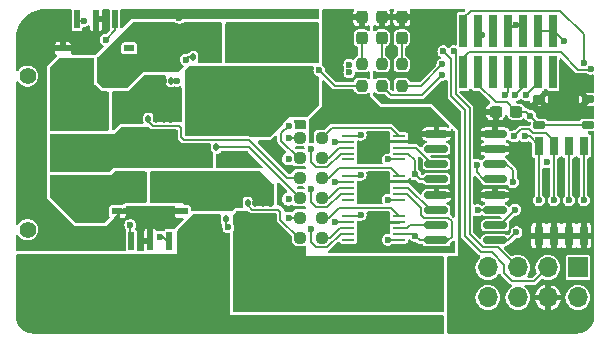
<source format=gbr>
%TF.GenerationSoftware,KiCad,Pcbnew,8.0.6-8.0.6-0~ubuntu22.04.1*%
%TF.CreationDate,2024-11-01T23:26:47+09:00*%
%TF.ProjectId,blmd_hardware,626c6d64-5f68-4617-9264-776172652e6b,rev?*%
%TF.SameCoordinates,Original*%
%TF.FileFunction,Copper,L1,Top*%
%TF.FilePolarity,Positive*%
%FSLAX46Y46*%
G04 Gerber Fmt 4.6, Leading zero omitted, Abs format (unit mm)*
G04 Created by KiCad (PCBNEW 8.0.6-8.0.6-0~ubuntu22.04.1) date 2024-11-01 23:26:47*
%MOMM*%
%LPD*%
G01*
G04 APERTURE LIST*
G04 Aperture macros list*
%AMRoundRect*
0 Rectangle with rounded corners*
0 $1 Rounding radius*
0 $2 $3 $4 $5 $6 $7 $8 $9 X,Y pos of 4 corners*
0 Add a 4 corners polygon primitive as box body*
4,1,4,$2,$3,$4,$5,$6,$7,$8,$9,$2,$3,0*
0 Add four circle primitives for the rounded corners*
1,1,$1+$1,$2,$3*
1,1,$1+$1,$4,$5*
1,1,$1+$1,$6,$7*
1,1,$1+$1,$8,$9*
0 Add four rect primitives between the rounded corners*
20,1,$1+$1,$2,$3,$4,$5,0*
20,1,$1+$1,$4,$5,$6,$7,0*
20,1,$1+$1,$6,$7,$8,$9,0*
20,1,$1+$1,$8,$9,$2,$3,0*%
%AMFreePoly0*
4,1,21,-0.300000,0.107500,-0.291817,0.148638,-0.268514,0.183514,-0.233638,0.206817,-0.192500,0.215000,0.192500,0.215000,0.233638,0.206817,0.268514,0.183514,0.291817,0.148638,0.300000,0.107500,0.300000,-0.107500,0.291817,-0.148638,0.268514,-0.183514,0.233638,-0.206817,0.192500,-0.215000,-0.192500,-0.215000,-0.233638,-0.206817,-0.268514,-0.183514,-0.291817,-0.148638,-0.300000,-0.107500,
-0.300000,0.107500,-0.300000,0.107500,$1*%
G04 Aperture macros list end*
%TA.AperFunction,SMDPad,CuDef*%
%ADD10RoundRect,0.150000X0.825000X0.150000X-0.825000X0.150000X-0.825000X-0.150000X0.825000X-0.150000X0*%
%TD*%
%TA.AperFunction,SMDPad,CuDef*%
%ADD11RoundRect,0.237500X0.250000X0.237500X-0.250000X0.237500X-0.250000X-0.237500X0.250000X-0.237500X0*%
%TD*%
%TA.AperFunction,SMDPad,CuDef*%
%ADD12FreePoly0,270.000000*%
%TD*%
%TA.AperFunction,SMDPad,CuDef*%
%ADD13RoundRect,0.107500X-0.107500X0.192500X-0.107500X-0.192500X0.107500X-0.192500X0.107500X0.192500X0*%
%TD*%
%TA.AperFunction,SMDPad,CuDef*%
%ADD14R,0.430000X0.450000*%
%TD*%
%TA.AperFunction,SMDPad,CuDef*%
%ADD15R,3.000000X2.000000*%
%TD*%
%TA.AperFunction,ComponentPad*%
%ADD16R,1.700000X1.700000*%
%TD*%
%TA.AperFunction,ComponentPad*%
%ADD17O,1.700000X1.700000*%
%TD*%
%TA.AperFunction,SMDPad,CuDef*%
%ADD18R,0.760000X1.600000*%
%TD*%
%TA.AperFunction,SMDPad,CuDef*%
%ADD19RoundRect,0.237500X0.237500X-0.250000X0.237500X0.250000X-0.237500X0.250000X-0.237500X-0.250000X0*%
%TD*%
%TA.AperFunction,SMDPad,CuDef*%
%ADD20R,1.100000X0.250000*%
%TD*%
%TA.AperFunction,SMDPad,CuDef*%
%ADD21R,0.500000X1.600000*%
%TD*%
%TA.AperFunction,SMDPad,CuDef*%
%ADD22R,0.900000X0.600000*%
%TD*%
%TA.AperFunction,SMDPad,CuDef*%
%ADD23R,1.800000X1.700000*%
%TD*%
%TA.AperFunction,SMDPad,CuDef*%
%ADD24RoundRect,0.237500X-0.237500X0.287500X-0.237500X-0.287500X0.237500X-0.287500X0.237500X0.287500X0*%
%TD*%
%TA.AperFunction,SMDPad,CuDef*%
%ADD25FreePoly0,90.000000*%
%TD*%
%TA.AperFunction,SMDPad,CuDef*%
%ADD26RoundRect,0.107500X0.107500X-0.192500X0.107500X0.192500X-0.107500X0.192500X-0.107500X-0.192500X0*%
%TD*%
%TA.AperFunction,ComponentPad*%
%ADD27R,2.000000X2.000000*%
%TD*%
%TA.AperFunction,ComponentPad*%
%ADD28C,2.000000*%
%TD*%
%TA.AperFunction,ComponentPad*%
%ADD29C,1.400000*%
%TD*%
%TA.AperFunction,ComponentPad*%
%ADD30R,3.000000X3.000000*%
%TD*%
%TA.AperFunction,ComponentPad*%
%ADD31C,3.000000*%
%TD*%
%TA.AperFunction,SMDPad,CuDef*%
%ADD32RoundRect,0.162500X-0.362500X-0.162500X0.362500X-0.162500X0.362500X0.162500X-0.362500X0.162500X0*%
%TD*%
%TA.AperFunction,SMDPad,CuDef*%
%ADD33RoundRect,0.237500X0.300000X0.237500X-0.300000X0.237500X-0.300000X-0.237500X0.300000X-0.237500X0*%
%TD*%
%TA.AperFunction,SMDPad,CuDef*%
%ADD34R,0.660400X2.768600*%
%TD*%
%TA.AperFunction,ViaPad*%
%ADD35C,0.600000*%
%TD*%
%TA.AperFunction,Conductor*%
%ADD36C,0.200000*%
%TD*%
G04 APERTURE END LIST*
D10*
%TO.P,U5,1,VDD1*%
%TO.N,+3V3*%
X91075000Y-64905000D03*
%TO.P,U5,2,VIA*%
%TO.N,SIGC*%
X91075000Y-63635000D03*
%TO.P,U5,3,VIB*%
%TO.N,GNDD*%
X91075000Y-62365000D03*
%TO.P,U5,4,GND1*%
X91075000Y-61095000D03*
%TO.P,U5,5,GND2*%
%TO.N,GND*%
X86125000Y-61095000D03*
%TO.P,U5,6,VOB*%
%TO.N,unconnected-(U5-VOB-Pad6)*%
X86125000Y-62365000D03*
%TO.P,U5,7,VOA*%
%TO.N,PWMC*%
X86125000Y-63635000D03*
%TO.P,U5,8,VDD2*%
%TO.N,+5V*%
X86125000Y-64905000D03*
%TD*%
D11*
%TO.P,R6,1*%
%TO.N,LOA*%
X76412500Y-68200000D03*
%TO.P,R6,2*%
%TO.N,Net-(Q4-G)*%
X74587500Y-68200000D03*
%TD*%
D12*
%TO.P,Q1,1,S*%
%TO.N,HSA*%
X72085000Y-66900000D03*
D13*
%TO.P,Q1,2,S*%
X71435000Y-66900000D03*
%TO.P,Q1,3,S*%
X70785000Y-66900000D03*
%TO.P,Q1,4,G*%
%TO.N,Net-(Q1-G)*%
X70135000Y-66900000D03*
D14*
%TO.P,Q1,5,D*%
%TO.N,+12VA*%
X70135000Y-70075000D03*
%TO.P,Q1,6,D*%
X70785000Y-70075000D03*
%TO.P,Q1,7,D*%
X71435000Y-70074000D03*
%TO.P,Q1,8,D*%
X72085000Y-70075000D03*
D15*
X71110000Y-68849500D03*
%TD*%
D16*
%TO.P,J4,1,Pin_1*%
%TO.N,+12VA*%
X85340000Y-72400000D03*
D17*
%TO.P,J4,2,Pin_2*%
X85340000Y-74940000D03*
%TO.P,J4,3,Pin_3*%
X82800000Y-72400000D03*
%TO.P,J4,4,Pin_4*%
X82800000Y-74940000D03*
%TO.P,J4,5,Pin_5*%
X80260000Y-72400000D03*
%TO.P,J4,6,Pin_6*%
X80260000Y-74940000D03*
%TO.P,J4,7,Pin_7*%
X77720000Y-72400000D03*
%TO.P,J4,8,Pin_8*%
X77720000Y-74940000D03*
%TO.P,J4,9,Pin_9*%
X75180000Y-72400000D03*
%TO.P,J4,10,Pin_10*%
X75180000Y-74940000D03*
%TO.P,J4,11,Pin_11*%
X72640000Y-72400000D03*
%TO.P,J4,12,Pin_12*%
X72640000Y-74940000D03*
%TO.P,J4,13,Pin_13*%
X70100000Y-72400000D03*
%TO.P,J4,14,Pin_14*%
X70100000Y-74940000D03*
%TD*%
D18*
%TO.P,SW2,1*%
%TO.N,ID1*%
X98605000Y-62090000D03*
%TO.P,SW2,2*%
%TO.N,ID2*%
X97335000Y-62090000D03*
%TO.P,SW2,3*%
%TO.N,ID3*%
X96065000Y-62090000D03*
%TO.P,SW2,4*%
%TO.N,ID4*%
X94795000Y-62090000D03*
%TO.P,SW2,5*%
%TO.N,GNDD*%
X94795000Y-69710000D03*
%TO.P,SW2,6*%
X96065000Y-69710000D03*
%TO.P,SW2,7*%
X97335000Y-69710000D03*
%TO.P,SW2,8*%
X98605000Y-69710000D03*
%TD*%
D11*
%TO.P,R3,1*%
%TO.N,HOA*%
X76412500Y-69900000D03*
%TO.P,R3,2*%
%TO.N,Net-(Q1-G)*%
X74587500Y-69900000D03*
%TD*%
D12*
%TO.P,Q3,1,S*%
%TO.N,HSC*%
X67485000Y-54600000D03*
D13*
%TO.P,Q3,2,S*%
X66835000Y-54600000D03*
%TO.P,Q3,3,S*%
X66185000Y-54600000D03*
%TO.P,Q3,4,G*%
%TO.N,Net-(Q3-G)*%
X65535000Y-54600000D03*
D14*
%TO.P,Q3,5,D*%
%TO.N,+12VA*%
X65535000Y-57775000D03*
%TO.P,Q3,6,D*%
X66185000Y-57775000D03*
%TO.P,Q3,7,D*%
X66835000Y-57774000D03*
%TO.P,Q3,8,D*%
X67485000Y-57775000D03*
D15*
X66510000Y-56549500D03*
%TD*%
D19*
%TO.P,R21,1*%
%TO.N,ID_DISP*%
X81500000Y-57012500D03*
%TO.P,R21,2*%
%TO.N,Net-(D7-A)*%
X81500000Y-55187500D03*
%TD*%
D20*
%TO.P,U1,1,VDD*%
%TO.N,+12V*%
X78650000Y-68050000D03*
%TO.P,U1,2,HB*%
%TO.N,Net-(D2-K)*%
X78650000Y-68550000D03*
%TO.P,U1,3,HO*%
%TO.N,HOA*%
X78650000Y-69050000D03*
%TO.P,U1,4,HS*%
%TO.N,HSA*%
X78650000Y-69550000D03*
%TO.P,U1,5,NC*%
%TO.N,unconnected-(U1-NC-Pad5)*%
X78650000Y-70050000D03*
%TO.P,U1,6,RDT*%
%TO.N,Net-(U1-RDT)*%
X82950000Y-70050000D03*
%TO.P,U1,7,EN*%
%TO.N,+5V*%
X82950000Y-69550000D03*
%TO.P,U1,8,IN*%
%TO.N,PWMA*%
X82950000Y-69050000D03*
%TO.P,U1,9,VSS*%
%TO.N,GND*%
X82950000Y-68550000D03*
%TO.P,U1,10,LO*%
%TO.N,LOA*%
X82950000Y-68050000D03*
%TD*%
D11*
%TO.P,R7,1*%
%TO.N,LOB*%
X76412500Y-64800000D03*
%TO.P,R7,2*%
%TO.N,Net-(Q5-G)*%
X74587500Y-64800000D03*
%TD*%
D21*
%TO.P,U6,1,VCC*%
%TO.N,+3V3*%
X60300000Y-70150000D03*
%TO.P,U6,2,GND*%
%TO.N,GNDD*%
X61900000Y-70150000D03*
%TO.P,U6,3,VOUT*%
%TO.N,Net-(U6-VOUT)*%
X63500000Y-70150000D03*
D22*
%TO.P,U6,4,NC*%
%TO.N,GNDD*%
X64700000Y-67650000D03*
D23*
%TO.P,U6,5,IP+*%
%TO.N,HSA*%
X63400000Y-65300000D03*
%TO.P,U6,6,IP-*%
%TO.N,SOA*%
X60400000Y-65300000D03*
D22*
%TO.P,U6,7,NC*%
%TO.N,GNDD*%
X59100000Y-67650000D03*
%TD*%
D11*
%TO.P,R8,1*%
%TO.N,LOC*%
X76412500Y-61400000D03*
%TO.P,R8,2*%
%TO.N,Net-(Q6-G)*%
X74587500Y-61400000D03*
%TD*%
D24*
%TO.P,D7,1,K*%
%TO.N,GNDD*%
X81500000Y-51225000D03*
%TO.P,D7,2,A*%
%TO.N,Net-(D7-A)*%
X81500000Y-52975000D03*
%TD*%
D20*
%TO.P,U2,1,VDD*%
%TO.N,+12V*%
X78650000Y-64650000D03*
%TO.P,U2,2,HB*%
%TO.N,Net-(D3-K)*%
X78650000Y-65150000D03*
%TO.P,U2,3,HO*%
%TO.N,HOB*%
X78650000Y-65650000D03*
%TO.P,U2,4,HS*%
%TO.N,HSB*%
X78650000Y-66150000D03*
%TO.P,U2,5,NC*%
%TO.N,unconnected-(U2-NC-Pad5)*%
X78650000Y-66650000D03*
%TO.P,U2,6,RDT*%
%TO.N,Net-(U2-RDT)*%
X82950000Y-66650000D03*
%TO.P,U2,7,EN*%
%TO.N,+5V*%
X82950000Y-66150000D03*
%TO.P,U2,8,IN*%
%TO.N,PWMB*%
X82950000Y-65650000D03*
%TO.P,U2,9,VSS*%
%TO.N,GND*%
X82950000Y-65150000D03*
%TO.P,U2,10,LO*%
%TO.N,LOB*%
X82950000Y-64650000D03*
%TD*%
D25*
%TO.P,Q2,1,S*%
%TO.N,HSB*%
X65515000Y-62200000D03*
D26*
%TO.P,Q2,2,S*%
X66165000Y-62200000D03*
%TO.P,Q2,3,S*%
X66815000Y-62200000D03*
%TO.P,Q2,4,G*%
%TO.N,Net-(Q2-G)*%
X67465000Y-62200000D03*
D14*
%TO.P,Q2,5,D*%
%TO.N,+12VA*%
X67465000Y-59025000D03*
%TO.P,Q2,6,D*%
X66815000Y-59025000D03*
%TO.P,Q2,7,D*%
X66165000Y-59026000D03*
%TO.P,Q2,8,D*%
X65515000Y-59025000D03*
D15*
X66490000Y-60250500D03*
%TD*%
D11*
%TO.P,R4,1*%
%TO.N,HOB*%
X76412500Y-66500000D03*
%TO.P,R4,2*%
%TO.N,Net-(Q2-G)*%
X74587500Y-66500000D03*
%TD*%
D10*
%TO.P,U4,1,VDD1*%
%TO.N,+3V3*%
X91075000Y-70105000D03*
%TO.P,U4,2,VIA*%
%TO.N,SIGA*%
X91075000Y-68835000D03*
%TO.P,U4,3,VIB*%
%TO.N,SIGB*%
X91075000Y-67565000D03*
%TO.P,U4,4,GND1*%
%TO.N,GNDD*%
X91075000Y-66295000D03*
%TO.P,U4,5,GND2*%
%TO.N,GND*%
X86125000Y-66295000D03*
%TO.P,U4,6,VOB*%
%TO.N,PWMB*%
X86125000Y-67565000D03*
%TO.P,U4,7,VOA*%
%TO.N,PWMA*%
X86125000Y-68835000D03*
%TO.P,U4,8,VDD2*%
%TO.N,+5V*%
X86125000Y-70105000D03*
%TD*%
D12*
%TO.P,Q5,1,S*%
%TO.N,GNDPWR*%
X63685000Y-59800000D03*
D13*
%TO.P,Q5,2,S*%
X63035000Y-59800000D03*
%TO.P,Q5,3,S*%
X62385000Y-59800000D03*
%TO.P,Q5,4,G*%
%TO.N,Net-(Q5-G)*%
X61735000Y-59800000D03*
D14*
%TO.P,Q5,5,D*%
%TO.N,HSB*%
X61735000Y-62975000D03*
%TO.P,Q5,6,D*%
X62385000Y-62975000D03*
%TO.P,Q5,7,D*%
X63035000Y-62974000D03*
%TO.P,Q5,8,D*%
X63685000Y-62975000D03*
D15*
X62710000Y-61749500D03*
%TD*%
D16*
%TO.P,J3,1,Pin_1*%
%TO.N,GNDPWR*%
X67560000Y-72400000D03*
D17*
%TO.P,J3,2,Pin_2*%
X67560000Y-74940000D03*
%TO.P,J3,3,Pin_3*%
X65020000Y-72400000D03*
%TO.P,J3,4,Pin_4*%
X65020000Y-74940000D03*
%TO.P,J3,5,Pin_5*%
X62480000Y-72400000D03*
%TO.P,J3,6,Pin_6*%
X62480000Y-74940000D03*
%TO.P,J3,7,Pin_7*%
X59940000Y-72400000D03*
%TO.P,J3,8,Pin_8*%
X59940000Y-74940000D03*
%TO.P,J3,9,Pin_9*%
X57400000Y-72400000D03*
%TO.P,J3,10,Pin_10*%
X57400000Y-74940000D03*
%TO.P,J3,11,Pin_11*%
X54860000Y-72400000D03*
%TO.P,J3,12,Pin_12*%
X54860000Y-74940000D03*
%TO.P,J3,13,Pin_13*%
X52320000Y-72400000D03*
%TO.P,J3,14,Pin_14*%
X52320000Y-74940000D03*
%TD*%
D25*
%TO.P,Q4,1,S*%
%TO.N,GNDPWR*%
X66315000Y-68300000D03*
D26*
%TO.P,Q4,2,S*%
X66965000Y-68300000D03*
%TO.P,Q4,3,S*%
X67615000Y-68300000D03*
%TO.P,Q4,4,G*%
%TO.N,Net-(Q4-G)*%
X68265000Y-68300000D03*
D14*
%TO.P,Q4,5,D*%
%TO.N,HSA*%
X68265000Y-65125000D03*
%TO.P,Q4,6,D*%
X67615000Y-65125000D03*
%TO.P,Q4,7,D*%
X66965000Y-65126000D03*
%TO.P,Q4,8,D*%
X66315000Y-65125000D03*
D15*
X67290000Y-66350500D03*
%TD*%
D19*
%TO.P,R22,1*%
%TO.N,STATUS*%
X83200000Y-57012500D03*
%TO.P,R22,2*%
%TO.N,Net-(D8-A)*%
X83200000Y-55187500D03*
%TD*%
D27*
%TO.P,C1,1*%
%TO.N,+12VA*%
X73863200Y-57866677D03*
D28*
%TO.P,C1,2*%
%TO.N,GNDPWR*%
X73863200Y-52866677D03*
%TD*%
D19*
%TO.P,R20,1*%
%TO.N,+5V*%
X79800000Y-57012500D03*
%TO.P,R20,2*%
%TO.N,Net-(D6-A)*%
X79800000Y-55187500D03*
%TD*%
D24*
%TO.P,D8,1,K*%
%TO.N,GNDD*%
X83200000Y-51225000D03*
%TO.P,D8,2,A*%
%TO.N,Net-(D8-A)*%
X83200000Y-52975000D03*
%TD*%
D25*
%TO.P,Q6,1,S*%
%TO.N,GNDPWR*%
X61715000Y-56600000D03*
D26*
%TO.P,Q6,2,S*%
X62365000Y-56600000D03*
%TO.P,Q6,3,S*%
X63015000Y-56600000D03*
%TO.P,Q6,4,G*%
%TO.N,Net-(Q6-G)*%
X63665000Y-56600000D03*
D14*
%TO.P,Q6,5,D*%
%TO.N,HSC*%
X63665000Y-53425000D03*
%TO.P,Q6,6,D*%
X63015000Y-53425000D03*
%TO.P,Q6,7,D*%
X62365000Y-53426000D03*
%TO.P,Q6,8,D*%
X61715000Y-53425000D03*
D15*
X62690000Y-54650500D03*
%TD*%
D21*
%TO.P,U7,1,VCC*%
%TO.N,+3V3*%
X58900000Y-51350000D03*
%TO.P,U7,2,GND*%
%TO.N,GNDD*%
X57300000Y-51350000D03*
%TO.P,U7,3,VOUT*%
%TO.N,Net-(U7-VOUT)*%
X55700000Y-51350000D03*
D22*
%TO.P,U7,4,NC*%
%TO.N,GNDD*%
X54500000Y-53850000D03*
D23*
%TO.P,U7,5,IP+*%
%TO.N,SOC*%
X55800000Y-56200000D03*
%TO.P,U7,6,IP-*%
%TO.N,HSC*%
X58800000Y-56200000D03*
D22*
%TO.P,U7,7,NC*%
%TO.N,unconnected-(U7-NC-Pad7)*%
X60100000Y-53850000D03*
%TD*%
D11*
%TO.P,R5,1*%
%TO.N,HOC*%
X76412500Y-63100000D03*
%TO.P,R5,2*%
%TO.N,Net-(Q3-G)*%
X74587500Y-63100000D03*
%TD*%
D29*
%TO.P,J1,*%
%TO.N,*%
X51500000Y-69200000D03*
X51500000Y-56200000D03*
D30*
%TO.P,J1,1,Pin_1*%
%TO.N,SOC*%
X56500000Y-59200000D03*
D31*
%TO.P,J1,2,Pin_2*%
%TO.N,HSB*%
X56500000Y-62700000D03*
%TO.P,J1,3,Pin_3*%
%TO.N,SOA*%
X56500000Y-66200000D03*
%TD*%
D32*
%TO.P,SW1,1,1*%
%TO.N,GNDD*%
X94825000Y-58175000D03*
X98975000Y-58175000D03*
%TO.P,SW1,2,2*%
%TO.N,NRST*%
X94825000Y-60325000D03*
X98975000Y-60325000D03*
%TD*%
D33*
%TO.P,C12,1*%
%TO.N,NRST*%
X92862500Y-59200000D03*
%TO.P,C12,2*%
%TO.N,GNDD*%
X91137500Y-59200000D03*
%TD*%
D34*
%TO.P,J6,1,Pin_1*%
%TO.N,+3V3*%
X96010000Y-52335000D03*
%TO.P,J6,2,Pin_2*%
%TO.N,unconnected-(J6-Pin_2-Pad2)*%
X96010000Y-55865000D03*
%TO.P,J6,3,Pin_3*%
%TO.N,+3V3*%
X94740000Y-52335000D03*
%TO.P,J6,4,Pin_4*%
%TO.N,SWDIO*%
X94740000Y-55865000D03*
%TO.P,J6,5,Pin_5*%
%TO.N,GNDD*%
X93470000Y-52335000D03*
%TO.P,J6,6,Pin_6*%
%TO.N,SWCLK*%
X93470000Y-55865000D03*
%TO.P,J6,7,Pin_7*%
%TO.N,GNDD*%
X92200000Y-52335000D03*
%TO.P,J6,8,Pin_8*%
%TO.N,SWO*%
X92200000Y-55865000D03*
%TO.P,J6,9,Pin_9*%
%TO.N,unconnected-(J6-Pin_9-Pad9)*%
X90930000Y-52335000D03*
%TO.P,J6,10,Pin_10*%
%TO.N,unconnected-(J6-Pin_10-Pad10)*%
X90930000Y-55865000D03*
%TO.P,J6,11,Pin_11*%
%TO.N,GNDD*%
X89660000Y-52335000D03*
%TO.P,J6,12,Pin_12*%
%TO.N,NRST*%
X89660000Y-55865000D03*
%TO.P,J6,13,Pin_13*%
%TO.N,USART_TX*%
X88390000Y-52335000D03*
%TO.P,J6,14,Pin_14*%
%TO.N,USART_RX*%
X88390000Y-55865000D03*
%TD*%
D24*
%TO.P,D6,1,K*%
%TO.N,GND*%
X79800000Y-51225000D03*
%TO.P,D6,2,A*%
%TO.N,Net-(D6-A)*%
X79800000Y-52975000D03*
%TD*%
D16*
%TO.P,J2,1,Pin_1*%
%TO.N,+3V3*%
X98100000Y-72400000D03*
D17*
%TO.P,J2,2,Pin_2*%
%TO.N,+5VD*%
X98100000Y-74940000D03*
%TO.P,J2,3,Pin_3*%
%TO.N,SPD2*%
X95560000Y-72400000D03*
%TO.P,J2,4,Pin_4*%
%TO.N,GNDD*%
X95560000Y-74940000D03*
%TO.P,J2,5,Pin_5*%
%TO.N,SPD1*%
X93020000Y-72400000D03*
%TO.P,J2,6,Pin_6*%
%TO.N,unconnected-(J2-Pin_6-Pad6)*%
X93020000Y-74940000D03*
%TO.P,J2,7,Pin_7*%
%TO.N,CANH*%
X90480000Y-72400000D03*
%TO.P,J2,8,Pin_8*%
%TO.N,CANL*%
X90480000Y-74940000D03*
%TD*%
D20*
%TO.P,U3,1,VDD*%
%TO.N,+12V*%
X78650000Y-61250000D03*
%TO.P,U3,2,HB*%
%TO.N,Net-(D4-K)*%
X78650000Y-61750000D03*
%TO.P,U3,3,HO*%
%TO.N,HOC*%
X78650000Y-62250000D03*
%TO.P,U3,4,HS*%
%TO.N,HSC*%
X78650000Y-62750000D03*
%TO.P,U3,5,NC*%
%TO.N,unconnected-(U3-NC-Pad5)*%
X78650000Y-63250000D03*
%TO.P,U3,6,RDT*%
%TO.N,Net-(U3-RDT)*%
X82950000Y-63250000D03*
%TO.P,U3,7,EN*%
%TO.N,+5V*%
X82950000Y-62750000D03*
%TO.P,U3,8,IN*%
%TO.N,PWMC*%
X82950000Y-62250000D03*
%TO.P,U3,9,VSS*%
%TO.N,GND*%
X82950000Y-61750000D03*
%TO.P,U3,10,LO*%
%TO.N,LOC*%
X82950000Y-61250000D03*
%TD*%
D35*
%TO.N,GNDPWR*%
X65405000Y-69850000D03*
X60325000Y-58420000D03*
X67310000Y-70485000D03*
X54610000Y-77470000D03*
X67945000Y-71120000D03*
X66040000Y-71120000D03*
X63500000Y-57785000D03*
X62230000Y-59055000D03*
X66675000Y-70485000D03*
X69215000Y-52070000D03*
X66675000Y-71120000D03*
X60960000Y-59055000D03*
X64770000Y-77470000D03*
X66040000Y-70485000D03*
X60325000Y-59055000D03*
X59690000Y-58420000D03*
X67310000Y-77470000D03*
X72390000Y-77470000D03*
X66675000Y-69850000D03*
X80010000Y-77470000D03*
X62230000Y-58420000D03*
X61595000Y-58420000D03*
X65405000Y-71120000D03*
X67310000Y-71120000D03*
X60960000Y-59690000D03*
X60960000Y-57150000D03*
X62865000Y-59055000D03*
X77470000Y-77470000D03*
X64135000Y-59055000D03*
X59690000Y-59690000D03*
X65405000Y-70485000D03*
X82550000Y-77470000D03*
X62865000Y-58420000D03*
X59690000Y-77470000D03*
X59690000Y-59055000D03*
X65405000Y-69215000D03*
X66040000Y-69850000D03*
X71755000Y-52070000D03*
X62865000Y-57785000D03*
X60960000Y-58420000D03*
X63500000Y-59055000D03*
X66040000Y-69215000D03*
X85725000Y-77470000D03*
X62230000Y-57785000D03*
X52070000Y-77470000D03*
X74930000Y-77470000D03*
X57150000Y-77470000D03*
X62230000Y-77470000D03*
X60960000Y-57785000D03*
X60325000Y-57785000D03*
X63500000Y-58420000D03*
X64135000Y-58420000D03*
X61595000Y-57785000D03*
X59690000Y-57785000D03*
X60325000Y-59690000D03*
%TO.N,+12VA*%
X69215000Y-59055000D03*
X72390000Y-57150000D03*
X71120000Y-58420000D03*
X71755000Y-58420000D03*
X71755000Y-57150000D03*
X65355000Y-58420000D03*
X69850000Y-59055000D03*
X72390000Y-59055000D03*
X71120000Y-57785000D03*
X71755000Y-59055000D03*
X72390000Y-57785000D03*
X71120000Y-59055000D03*
X70485000Y-59055000D03*
X70485000Y-59690000D03*
X73600000Y-66598800D03*
X71755000Y-57785000D03*
X69850000Y-59690000D03*
X71755000Y-59690000D03*
X72390000Y-58420000D03*
X73600000Y-63200000D03*
X71120000Y-57150000D03*
X72390000Y-59690000D03*
X73600000Y-70000000D03*
X71120000Y-59690000D03*
%TO.N,Net-(D2-K)*%
X77550000Y-68550000D03*
%TO.N,HSA*%
X62230000Y-65405000D03*
X65405000Y-66675000D03*
X71755000Y-66040000D03*
X69850000Y-66040000D03*
X62230000Y-66040000D03*
X64770000Y-64770000D03*
X75500000Y-69150000D03*
X69850000Y-64770000D03*
X64770000Y-66040000D03*
X62230000Y-64770000D03*
%TO.N,Net-(D3-K)*%
X77550000Y-65150000D03*
%TO.N,HSB*%
X60960000Y-63500000D03*
X75500000Y-65750000D03*
X64770000Y-63500000D03*
X59690000Y-62230000D03*
X59690000Y-60960000D03*
X64770000Y-62230000D03*
X53975000Y-62230000D03*
X66040000Y-63500000D03*
X53975000Y-63500000D03*
X59690000Y-63500000D03*
%TO.N,HSC*%
X60325000Y-55880000D03*
X66040000Y-52070000D03*
X66040000Y-52705000D03*
X58420000Y-54610000D03*
X59055000Y-53975000D03*
X59055000Y-54610000D03*
X66675000Y-52070000D03*
X67310000Y-52705000D03*
X75500000Y-62350000D03*
X66675000Y-52705000D03*
%TO.N,Net-(D4-K)*%
X77550000Y-61750000D03*
%TO.N,GND*%
X77200000Y-54612500D03*
X80543400Y-61163200D03*
X83464400Y-60579000D03*
X84505800Y-65506600D03*
X81889600Y-62382400D03*
X84300000Y-70560000D03*
%TO.N,+12V*%
X79700000Y-61150000D03*
X79700000Y-67955000D03*
X79700000Y-64550000D03*
%TO.N,+5V*%
X84300000Y-69700000D03*
X84300000Y-64500000D03*
X76200000Y-55700000D03*
%TO.N,+3V3*%
X92900000Y-69412500D03*
X96926400Y-53209880D03*
X89535000Y-63700000D03*
X95462500Y-63500000D03*
X58115200Y-53111400D03*
X60200000Y-68800000D03*
%TO.N,GNDD*%
X53975000Y-50800000D03*
X51435000Y-66675000D03*
X51435000Y-57785000D03*
X51435000Y-53340000D03*
X63500000Y-67945000D03*
X89560400Y-66319400D03*
X51435000Y-52070000D03*
X53340000Y-53975000D03*
X64363600Y-51257200D03*
X61800000Y-68880000D03*
X90017600Y-52730400D03*
X52705000Y-52070000D03*
X51435000Y-67945000D03*
X51435000Y-64135000D03*
X51435000Y-61595000D03*
X51435000Y-62865000D03*
X78740000Y-55245000D03*
X85090000Y-52070000D03*
X89738200Y-62357000D03*
X85725000Y-52705000D03*
X85725000Y-52070000D03*
X92837000Y-51866800D03*
X51435000Y-65405000D03*
X51435000Y-59055000D03*
X78740000Y-55880000D03*
X53340000Y-54610000D03*
X85090000Y-52705000D03*
X51435000Y-60325000D03*
X96520000Y-57785000D03*
X51435000Y-54610000D03*
X93141800Y-63144400D03*
X85725000Y-53340000D03*
X96520000Y-58420000D03*
%TO.N,NRST*%
X94046900Y-59546900D03*
%TO.N,SOA*%
X59055000Y-66675000D03*
X53975000Y-65405000D03*
X60960000Y-66675000D03*
X59055000Y-64770000D03*
X57785000Y-67945000D03*
%TO.N,SOC*%
X53975000Y-59055000D03*
X53975000Y-57785000D03*
X54610000Y-55880000D03*
X55880000Y-55245000D03*
X54610000Y-55245000D03*
X53975000Y-60325000D03*
X56515000Y-55245000D03*
X55245000Y-55245000D03*
%TO.N,SPD2*%
X86700000Y-54100000D03*
%TO.N,SPD1*%
X87600000Y-54100000D03*
%TO.N,SWCLK*%
X92800000Y-57800000D03*
%TO.N,SWDIO*%
X93700000Y-57800000D03*
%TO.N,SWO*%
X91900000Y-57800000D03*
%TO.N,USART_TX*%
X98577800Y-55050627D03*
%TO.N,USART_RX*%
X99177800Y-55584400D03*
%TO.N,Net-(Q3-G)*%
X73600000Y-60400000D03*
X64900000Y-54800000D03*
%TO.N,Net-(Q4-G)*%
X68500000Y-69000000D03*
X73600000Y-68200000D03*
%TO.N,Net-(Q6-G)*%
X64194600Y-56600000D03*
X73600000Y-61400000D03*
%TO.N,Net-(U1-RDT)*%
X82000000Y-70050000D03*
%TO.N,Net-(U2-RDT)*%
X82000000Y-66650000D03*
%TO.N,Net-(U3-RDT)*%
X82000000Y-63250000D03*
%TO.N,SIGA*%
X92800000Y-67500000D03*
%TO.N,SIGB*%
X89600000Y-67565000D03*
%TO.N,SIGC*%
X92600000Y-65175000D03*
%TO.N,ID1*%
X98605000Y-66700000D03*
%TO.N,ID2*%
X97335000Y-66700000D03*
%TO.N,ID3*%
X96065000Y-66700000D03*
X92700000Y-61300000D03*
%TO.N,ID4*%
X94795000Y-66700000D03*
X93600000Y-61300000D03*
%TO.N,ID_DISP*%
X86614000Y-56100000D03*
%TO.N,STATUS*%
X86614000Y-55200000D03*
%TO.N,Net-(U6-VOUT)*%
X62700000Y-69800000D03*
%TO.N,Net-(U7-VOUT)*%
X56300000Y-51500000D03*
%TD*%
D36*
%TO.N,Net-(D2-K)*%
X78650000Y-68550000D02*
X77550000Y-68550000D01*
%TO.N,HSA*%
X75920600Y-70675000D02*
X75500000Y-70254400D01*
X76891722Y-70675000D02*
X75920600Y-70675000D01*
X75500000Y-70254400D02*
X75500000Y-69150000D01*
X78016722Y-69550000D02*
X76891722Y-70675000D01*
X78650000Y-69550000D02*
X78016722Y-69550000D01*
%TO.N,Net-(D3-K)*%
X78650000Y-65150000D02*
X77550000Y-65150000D01*
%TO.N,HSB*%
X76891722Y-67275000D02*
X75933278Y-67275000D01*
X78016722Y-66150000D02*
X76891722Y-67275000D01*
X75500000Y-66841722D02*
X75500000Y-65750000D01*
X78650000Y-66150000D02*
X78016722Y-66150000D01*
X75933278Y-67275000D02*
X75500000Y-66841722D01*
%TO.N,HSC*%
X78650000Y-62750000D02*
X78016722Y-62750000D01*
X75500000Y-63460400D02*
X75500000Y-62350000D01*
X75914600Y-63875000D02*
X75500000Y-63460400D01*
X78016722Y-62750000D02*
X76891722Y-63875000D01*
X76891722Y-63875000D02*
X75914600Y-63875000D01*
%TO.N,Net-(D4-K)*%
X78650000Y-61750000D02*
X77550000Y-61750000D01*
%TO.N,+12V*%
X78650000Y-68050000D02*
X79605000Y-68050000D01*
X78650000Y-61250000D02*
X79600000Y-61250000D01*
X79600000Y-64650000D02*
X79700000Y-64550000D01*
X78650000Y-64650000D02*
X79600000Y-64650000D01*
X79605000Y-68050000D02*
X79700000Y-67955000D01*
X79600000Y-61250000D02*
X79700000Y-61150000D01*
%TO.N,+5V*%
X82950000Y-62750000D02*
X83725000Y-62750000D01*
X87400000Y-68494448D02*
X87400000Y-69826000D01*
X84150000Y-69550000D02*
X84300000Y-69700000D01*
X85109448Y-68235000D02*
X87140552Y-68235000D01*
X83725000Y-62750000D02*
X84300000Y-63325000D01*
X84850000Y-67340686D02*
X84850000Y-67975552D01*
X87140552Y-68235000D02*
X87400000Y-68494448D01*
X86125000Y-64905000D02*
X84705000Y-64905000D01*
X77512500Y-57012500D02*
X79800000Y-57012500D01*
X84300000Y-63325000D02*
X84300000Y-64500000D01*
X82950000Y-69550000D02*
X84150000Y-69550000D01*
X83659314Y-66150000D02*
X84850000Y-67340686D01*
X82950000Y-66150000D02*
X83659314Y-66150000D01*
X87121000Y-70105000D02*
X86125000Y-70105000D01*
X84705000Y-70105000D02*
X84300000Y-69700000D01*
X86125000Y-70105000D02*
X84705000Y-70105000D01*
X84850000Y-67975552D02*
X85109448Y-68235000D01*
X76200000Y-55700000D02*
X77512500Y-57012500D01*
X87400000Y-69826000D02*
X87121000Y-70105000D01*
X84705000Y-64905000D02*
X84300000Y-64500000D01*
%TO.N,+3V3*%
X91075000Y-70105000D02*
X92207500Y-70105000D01*
X60200000Y-70250000D02*
X60200000Y-68800000D01*
X96051520Y-52335000D02*
X96926400Y-53209880D01*
X89535000Y-64339999D02*
X89535000Y-63700000D01*
X91075000Y-64905000D02*
X90100001Y-64905000D01*
X58900000Y-51350000D02*
X58900000Y-52326600D01*
X96010000Y-52335000D02*
X96051520Y-52335000D01*
X90100001Y-64905000D02*
X89535000Y-64339999D01*
X94740000Y-52335000D02*
X96010000Y-52335000D01*
X58900000Y-52326600D02*
X58115200Y-53111400D01*
X92207500Y-70105000D02*
X92900000Y-69412500D01*
%TO.N,GNDD*%
X92837000Y-51866800D02*
X92668200Y-51866800D01*
X93001800Y-51866800D02*
X93470000Y-52335000D01*
X92837000Y-51866800D02*
X93001800Y-51866800D01*
X92668200Y-51866800D02*
X92200000Y-52335000D01*
%TO.N,NRST*%
X92087500Y-58425000D02*
X91165900Y-58425000D01*
X94825000Y-60325000D02*
X98975000Y-60325000D01*
X94046900Y-59546900D02*
X94825000Y-60325000D01*
X91165900Y-58425000D02*
X89660000Y-56919100D01*
X92862500Y-59200000D02*
X92087500Y-58425000D01*
X92862500Y-59200000D02*
X93700000Y-59200000D01*
X93700000Y-59200000D02*
X94046900Y-59546900D01*
X89660000Y-56919100D02*
X89660000Y-55865000D01*
%TO.N,Net-(D6-A)*%
X79800000Y-52975000D02*
X79800000Y-55187500D01*
%TO.N,Net-(D7-A)*%
X81500000Y-52975000D02*
X81500000Y-55187500D01*
%TO.N,Net-(D8-A)*%
X83200000Y-52975000D02*
X83200000Y-55187500D01*
%TO.N,SPD2*%
X89893762Y-71105000D02*
X90813600Y-71105000D01*
X91870000Y-72161400D02*
X91870000Y-72876346D01*
X90813600Y-71105000D02*
X91870000Y-72161400D01*
X94410000Y-73550000D02*
X95560000Y-72400000D01*
X92543654Y-73550000D02*
X94410000Y-73550000D01*
X87359800Y-54759800D02*
X87359800Y-57914986D01*
X88535000Y-59090186D02*
X88535000Y-69746238D01*
X86700000Y-54100000D02*
X87359800Y-54759800D01*
X87359800Y-57914986D02*
X88535000Y-59090186D01*
X88535000Y-69746238D02*
X89893762Y-71105000D01*
X91870000Y-72876346D02*
X92543654Y-73550000D01*
%TO.N,SPD1*%
X87759800Y-57749300D02*
X88935000Y-58924500D01*
X91325000Y-70705000D02*
X93020000Y-72400000D01*
X90059448Y-70705000D02*
X91325000Y-70705000D01*
X87600000Y-54100000D02*
X87759800Y-54259800D01*
X88935000Y-69580552D02*
X90059448Y-70705000D01*
X87759800Y-54259800D02*
X87759800Y-57749300D01*
X88935000Y-58924500D02*
X88935000Y-69580552D01*
%TO.N,SWCLK*%
X93470000Y-57130000D02*
X92800000Y-57800000D01*
X93470000Y-55865000D02*
X93470000Y-57130000D01*
%TO.N,SWDIO*%
X94740000Y-55865000D02*
X94740000Y-56760000D01*
X94740000Y-56760000D02*
X93700000Y-57800000D01*
%TO.N,SWO*%
X92200000Y-57500000D02*
X91900000Y-57800000D01*
X92200000Y-55865000D02*
X92200000Y-57500000D01*
%TO.N,USART_TX*%
X98577800Y-52606900D02*
X98577800Y-55050627D01*
X96621600Y-50650700D02*
X89029800Y-50650700D01*
X89029800Y-50650700D02*
X88390000Y-51290500D01*
X88390000Y-51290500D02*
X88390000Y-52335000D01*
X96621600Y-50650700D02*
X98577800Y-52606900D01*
%TO.N,USART_RX*%
X88390000Y-55865000D02*
X88390000Y-54688200D01*
X99111573Y-55650627D02*
X99177800Y-55584400D01*
X88897500Y-54180700D02*
X96640200Y-54180700D01*
X98110127Y-55650627D02*
X99111573Y-55650627D01*
X96640200Y-54180700D02*
X98110127Y-55650627D01*
X88390000Y-54688200D02*
X88897500Y-54180700D01*
%TO.N,Net-(Q1-G)*%
X74451471Y-69900000D02*
X74587500Y-69900000D01*
X70135000Y-67129270D02*
X70505730Y-67500000D01*
X70135000Y-66900000D02*
X70135000Y-67129270D01*
X70505730Y-67500000D02*
X72744400Y-67500000D01*
X72910000Y-67665600D02*
X72910000Y-68358529D01*
X72744400Y-67500000D02*
X72910000Y-67665600D01*
X72910000Y-68358529D02*
X74451471Y-69900000D01*
%TO.N,Net-(Q2-G)*%
X74587500Y-66500000D02*
X70287500Y-62200000D01*
X70287500Y-62200000D02*
X67465000Y-62200000D01*
%TO.N,Net-(Q3-G)*%
X65535000Y-54600000D02*
X65100000Y-54600000D01*
X73000000Y-61000000D02*
X73000000Y-61648529D01*
X65100000Y-54600000D02*
X64900000Y-54800000D01*
X74451471Y-63100000D02*
X74587500Y-63100000D01*
X73000000Y-61648529D02*
X74451471Y-63100000D01*
X73000000Y-61000000D02*
X73600000Y-60400000D01*
%TO.N,Net-(Q4-G)*%
X68265000Y-68300000D02*
X68265000Y-68765000D01*
X68265000Y-68765000D02*
X68500000Y-69000000D01*
X74587500Y-68200000D02*
X73600000Y-68200000D01*
%TO.N,Net-(Q5-G)*%
X73453186Y-64800000D02*
X74587500Y-64800000D01*
X64510000Y-61370500D02*
X64739500Y-61600000D01*
X61735000Y-59800000D02*
X61735000Y-60029270D01*
X64286200Y-60400000D02*
X64510000Y-60623800D01*
X70253186Y-61600000D02*
X73453186Y-64800000D01*
X64510000Y-60623800D02*
X64510000Y-61370500D01*
X64739500Y-61600000D02*
X70253186Y-61600000D01*
X62105730Y-60400000D02*
X64286200Y-60400000D01*
X61735000Y-60029270D02*
X62105730Y-60400000D01*
%TO.N,Net-(Q6-G)*%
X63665000Y-56600000D02*
X64194600Y-56600000D01*
X64194600Y-56600000D02*
X64211200Y-56616600D01*
X74587500Y-61400000D02*
X73600000Y-61400000D01*
%TO.N,HOA*%
X78650000Y-69050000D02*
X77924729Y-69050000D01*
X77074729Y-69900000D02*
X76412500Y-69900000D01*
X77924729Y-69050000D02*
X77074729Y-69900000D01*
%TO.N,HOB*%
X77048529Y-66500000D02*
X76412500Y-66500000D01*
X78650000Y-65650000D02*
X77898529Y-65650000D01*
X77898529Y-65650000D02*
X77048529Y-66500000D01*
%TO.N,HOC*%
X78650000Y-62250000D02*
X77898529Y-62250000D01*
X77898529Y-62250000D02*
X77048529Y-63100000D01*
X77048529Y-63100000D02*
X76412500Y-63100000D01*
%TO.N,LOA*%
X82255000Y-67355000D02*
X82950000Y-68050000D01*
X77051471Y-68200000D02*
X77896471Y-67355000D01*
X77896471Y-67355000D02*
X82255000Y-67355000D01*
X76412500Y-68200000D02*
X77051471Y-68200000D01*
%TO.N,LOB*%
X76412500Y-64800000D02*
X77051471Y-64800000D01*
X77901471Y-63950000D02*
X82250000Y-63950000D01*
X82250000Y-63950000D02*
X82950000Y-64650000D01*
X77051471Y-64800000D02*
X77901471Y-63950000D01*
%TO.N,LOC*%
X76412500Y-61400000D02*
X77262500Y-60550000D01*
X82250000Y-60550000D02*
X82950000Y-61250000D01*
X77262500Y-60550000D02*
X82250000Y-60550000D01*
%TO.N,Net-(U1-RDT)*%
X82950000Y-70050000D02*
X82000000Y-70050000D01*
%TO.N,Net-(U2-RDT)*%
X82950000Y-66650000D02*
X82000000Y-66650000D01*
%TO.N,Net-(U3-RDT)*%
X82950000Y-63250000D02*
X82000000Y-63250000D01*
%TO.N,SIGA*%
X91075000Y-68835000D02*
X91465000Y-68835000D01*
X91465000Y-68835000D02*
X92800000Y-67500000D01*
%TO.N,SIGB*%
X91075000Y-67565000D02*
X89600000Y-67565000D01*
%TO.N,SIGC*%
X92049999Y-63635000D02*
X92600000Y-64185001D01*
X91075000Y-63635000D02*
X92049999Y-63635000D01*
X92600000Y-64185001D02*
X92600000Y-65175000D01*
%TO.N,ID1*%
X98605000Y-62090000D02*
X98605000Y-66700000D01*
%TO.N,ID2*%
X97335000Y-62090000D02*
X97335000Y-66700000D01*
%TO.N,ID3*%
X95356200Y-60990000D02*
X96065000Y-61698800D01*
X96065000Y-61698800D02*
X96065000Y-62090000D01*
X92700000Y-61300000D02*
X93300000Y-60700000D01*
X93970686Y-60700000D02*
X94260686Y-60990000D01*
X94260686Y-60990000D02*
X95356200Y-60990000D01*
X93300000Y-60700000D02*
X93970686Y-60700000D01*
X96065000Y-62090000D02*
X96065000Y-66700000D01*
%TO.N,ID4*%
X93600000Y-61300000D02*
X94005000Y-61300000D01*
X94005000Y-61300000D02*
X94795000Y-62090000D01*
X94795000Y-62090000D02*
X94795000Y-66700000D01*
%TO.N,ID_DISP*%
X82287500Y-57800000D02*
X81500000Y-57012500D01*
X86614000Y-56100000D02*
X84914000Y-57800000D01*
X84914000Y-57800000D02*
X82287500Y-57800000D01*
%TO.N,STATUS*%
X86614000Y-55200000D02*
X84801500Y-57012500D01*
X84801500Y-57012500D02*
X83200000Y-57012500D01*
%TO.N,Net-(U6-VOUT)*%
X62700000Y-69800000D02*
X62950000Y-69800000D01*
X62950000Y-69800000D02*
X63400000Y-70250000D01*
%TO.N,Net-(U7-VOUT)*%
X56300000Y-51500000D02*
X55850000Y-51500000D01*
X55850000Y-51500000D02*
X55700000Y-51350000D01*
%TO.N,PWMA*%
X82950000Y-69050000D02*
X83654800Y-69050000D01*
X83870800Y-68834000D02*
X83871800Y-68835000D01*
X83871800Y-68835000D02*
X86125000Y-68835000D01*
X83654800Y-69050000D02*
X83870800Y-68834000D01*
%TO.N,PWMB*%
X85640000Y-67565000D02*
X86125000Y-67565000D01*
X82950000Y-65650000D02*
X83725000Y-65650000D01*
X83725000Y-65650000D02*
X85640000Y-67565000D01*
%TO.N,PWMC*%
X85779448Y-63635000D02*
X86125000Y-63635000D01*
X82950000Y-62250000D02*
X84394448Y-62250000D01*
X84394448Y-62250000D02*
X85779448Y-63635000D01*
%TD*%
%TA.AperFunction,Conductor*%
%TO.N,HSB*%
G36*
X61799236Y-60522485D02*
G01*
X61819878Y-60539119D01*
X61865270Y-60584511D01*
X61921219Y-60640460D01*
X61921221Y-60640461D01*
X61921225Y-60640464D01*
X61940202Y-60651420D01*
X61989741Y-60680021D01*
X62066168Y-60700500D01*
X62145292Y-60700500D01*
X64085500Y-60700500D01*
X64152539Y-60720185D01*
X64198294Y-60772989D01*
X64209500Y-60824500D01*
X64209500Y-61410062D01*
X64229979Y-61486489D01*
X64259447Y-61537529D01*
X64269540Y-61555011D01*
X64499040Y-61784511D01*
X64554989Y-61840460D01*
X64554991Y-61840461D01*
X64554995Y-61840464D01*
X64604235Y-61868892D01*
X64623511Y-61880021D01*
X64699938Y-61900500D01*
X66925500Y-61900500D01*
X66992539Y-61920185D01*
X67038294Y-61972989D01*
X67049500Y-62024500D01*
X67049500Y-62438485D01*
X67052488Y-62464238D01*
X67052488Y-62464240D01*
X67098997Y-62569573D01*
X67099000Y-62569578D01*
X67172081Y-62642659D01*
X67205566Y-62703982D01*
X67208400Y-62730340D01*
X67208400Y-62855198D01*
X67207139Y-62872840D01*
X67206900Y-62874502D01*
X67206900Y-63884000D01*
X67187215Y-63951039D01*
X67134411Y-63996794D01*
X67082900Y-64008000D01*
X58775599Y-64008000D01*
X58507119Y-64276481D01*
X58445796Y-64309966D01*
X58419438Y-64312800D01*
X53489400Y-64312800D01*
X53422361Y-64293115D01*
X53376606Y-64240311D01*
X53365400Y-64188800D01*
X53365400Y-61211000D01*
X53385085Y-61143961D01*
X53437889Y-61098206D01*
X53489400Y-61087000D01*
X58826400Y-61087000D01*
X59374281Y-60539119D01*
X59435604Y-60505634D01*
X59461962Y-60502800D01*
X61732197Y-60502800D01*
X61799236Y-60522485D01*
G37*
%TD.AperFunction*%
%TD*%
%TA.AperFunction,Conductor*%
%TO.N,HSC*%
G36*
X64061323Y-51657885D02*
G01*
X64153544Y-51717152D01*
X64153549Y-51717154D01*
X64291636Y-51757699D01*
X64291638Y-51757700D01*
X64291639Y-51757700D01*
X64435562Y-51757700D01*
X64435562Y-51757699D01*
X64544534Y-51725703D01*
X64573650Y-51717154D01*
X64573651Y-51717153D01*
X64573653Y-51717153D01*
X64573655Y-51717152D01*
X64665877Y-51657885D01*
X64732916Y-51638200D01*
X67870300Y-51638200D01*
X67937339Y-51657885D01*
X67983094Y-51710689D01*
X67994300Y-51762200D01*
X67994300Y-54968600D01*
X67974615Y-55035639D01*
X67921811Y-55081394D01*
X67870300Y-55092600D01*
X66036982Y-55092600D01*
X65969943Y-55072915D01*
X65924188Y-55020111D01*
X65914244Y-54950953D01*
X65923547Y-54918514D01*
X65947512Y-54864238D01*
X65950500Y-54838484D01*
X65950500Y-54361516D01*
X65947512Y-54335762D01*
X65901001Y-54230423D01*
X65819577Y-54148999D01*
X65819574Y-54148997D01*
X65819573Y-54148997D01*
X65714239Y-54102488D01*
X65688485Y-54099500D01*
X65688484Y-54099500D01*
X65381516Y-54099500D01*
X65381514Y-54099500D01*
X65355761Y-54102488D01*
X65355759Y-54102488D01*
X65250426Y-54148997D01*
X65250421Y-54149000D01*
X65169000Y-54230421D01*
X65162503Y-54239906D01*
X65160307Y-54238402D01*
X65126053Y-54278959D01*
X65068266Y-54296723D01*
X65068492Y-54298440D01*
X65060434Y-54299500D01*
X65047798Y-54302886D01*
X64980774Y-54302087D01*
X64971963Y-54299500D01*
X64971961Y-54299500D01*
X64828039Y-54299500D01*
X64828036Y-54299500D01*
X64689949Y-54340045D01*
X64568873Y-54417856D01*
X64474623Y-54526626D01*
X64474622Y-54526628D01*
X64414834Y-54657543D01*
X64394353Y-54800000D01*
X64414834Y-54942456D01*
X64418715Y-54950953D01*
X64474623Y-55073373D01*
X64568872Y-55182143D01*
X64641368Y-55228733D01*
X64677443Y-55251917D01*
X64723198Y-55304721D01*
X64733142Y-55373880D01*
X64704117Y-55437436D01*
X64698085Y-55443914D01*
X64298319Y-55843681D01*
X64236996Y-55877166D01*
X64210638Y-55880000D01*
X61239399Y-55880000D01*
X59929519Y-57189881D01*
X59868196Y-57223366D01*
X59841838Y-57226200D01*
X57963362Y-57226200D01*
X57896323Y-57206515D01*
X57875681Y-57189881D01*
X57440319Y-56754519D01*
X57406834Y-56693196D01*
X57404000Y-56666838D01*
X57404000Y-54686762D01*
X57423685Y-54619723D01*
X57440319Y-54599081D01*
X58509153Y-53530247D01*
X59449500Y-53530247D01*
X59449500Y-54169752D01*
X59461131Y-54228229D01*
X59461132Y-54228230D01*
X59505447Y-54294552D01*
X59571769Y-54338867D01*
X59571770Y-54338868D01*
X59630247Y-54350499D01*
X59630250Y-54350500D01*
X59630252Y-54350500D01*
X60569750Y-54350500D01*
X60569751Y-54350499D01*
X60584568Y-54347552D01*
X60628229Y-54338868D01*
X60628229Y-54338867D01*
X60628231Y-54338867D01*
X60694552Y-54294552D01*
X60738867Y-54228231D01*
X60738867Y-54228229D01*
X60738868Y-54228229D01*
X60750499Y-54169752D01*
X60750500Y-54169750D01*
X60750500Y-53530249D01*
X60750499Y-53530247D01*
X60738868Y-53471770D01*
X60738867Y-53471769D01*
X60694552Y-53405447D01*
X60628230Y-53361132D01*
X60628229Y-53361131D01*
X60569752Y-53349500D01*
X60569748Y-53349500D01*
X59630252Y-53349500D01*
X59630247Y-53349500D01*
X59571770Y-53361131D01*
X59571769Y-53361132D01*
X59505447Y-53405447D01*
X59461132Y-53471769D01*
X59461131Y-53471770D01*
X59449500Y-53530247D01*
X58509153Y-53530247D01*
X60364881Y-51674519D01*
X60426204Y-51641034D01*
X60452562Y-51638200D01*
X63994284Y-51638200D01*
X64061323Y-51657885D01*
G37*
%TD.AperFunction*%
%TD*%
%TA.AperFunction,Conductor*%
%TO.N,SOA*%
G36*
X61536539Y-64283185D02*
G01*
X61582294Y-64335989D01*
X61593500Y-64387500D01*
X61593500Y-66778100D01*
X61573815Y-66845139D01*
X61521011Y-66890894D01*
X61469500Y-66902100D01*
X61110751Y-66902100D01*
X61103831Y-66902594D01*
X61096174Y-66903142D01*
X61087302Y-66903457D01*
X60831629Y-66903386D01*
X60822821Y-66903070D01*
X60809259Y-66902100D01*
X60809249Y-66902100D01*
X59919163Y-66902100D01*
X59917528Y-66902187D01*
X59903257Y-66902949D01*
X59896614Y-66903125D01*
X59766201Y-66903088D01*
X59678235Y-66991080D01*
X59664733Y-67002766D01*
X59651195Y-67012875D01*
X59651193Y-67012876D01*
X59650221Y-67013846D01*
X59649683Y-67014383D01*
X59630720Y-67037692D01*
X59622233Y-67047097D01*
X59606175Y-67063162D01*
X59544859Y-67096660D01*
X59518475Y-67099500D01*
X58625323Y-67099500D01*
X58552264Y-67114032D01*
X58552260Y-67114033D01*
X58469399Y-67169399D01*
X58414033Y-67252260D01*
X58414032Y-67252264D01*
X58399500Y-67325321D01*
X58399500Y-67974678D01*
X58414032Y-68047735D01*
X58414035Y-68047742D01*
X58438524Y-68084394D01*
X58459401Y-68151072D01*
X58440915Y-68218452D01*
X58423102Y-68240964D01*
X58096485Y-68567582D01*
X58035164Y-68601066D01*
X58008806Y-68603900D01*
X55579994Y-68603900D01*
X55512955Y-68584215D01*
X55492313Y-68567581D01*
X53403225Y-66478493D01*
X53369740Y-66417170D01*
X53366906Y-66390807D01*
X53366979Y-64692295D01*
X53386666Y-64625256D01*
X53439472Y-64579503D01*
X53490979Y-64568300D01*
X58419439Y-64568300D01*
X58423771Y-64568067D01*
X58444107Y-64566977D01*
X58450736Y-64566800D01*
X58572400Y-64566800D01*
X58658724Y-64480475D01*
X58672083Y-64468900D01*
X58687785Y-64457146D01*
X58845112Y-64299817D01*
X58906434Y-64266334D01*
X58932792Y-64263500D01*
X61469500Y-64263500D01*
X61536539Y-64283185D01*
G37*
%TD.AperFunction*%
%TD*%
%TA.AperFunction,Conductor*%
%TO.N,GNDPWR*%
G36*
X72798403Y-65207030D02*
G01*
X72804881Y-65213062D01*
X73465072Y-65873253D01*
X73498557Y-65934576D01*
X73493573Y-66004268D01*
X73451701Y-66060201D01*
X73424844Y-66075495D01*
X73322376Y-66117938D01*
X73207379Y-66206179D01*
X73119137Y-66321177D01*
X73063671Y-66455087D01*
X73063670Y-66455091D01*
X73044750Y-66598799D01*
X73044750Y-66598800D01*
X73063670Y-66742508D01*
X73063671Y-66742512D01*
X73119137Y-66876422D01*
X73119138Y-66876424D01*
X73119139Y-66876425D01*
X73207379Y-66991421D01*
X73322375Y-67079661D01*
X73456291Y-67135130D01*
X73583280Y-67151848D01*
X73599999Y-67154050D01*
X73600000Y-67154050D01*
X73600001Y-67154050D01*
X73614977Y-67152078D01*
X73743709Y-67135130D01*
X73877625Y-67079661D01*
X73877627Y-67079659D01*
X73878463Y-67079313D01*
X73947933Y-67071844D01*
X74000225Y-67094606D01*
X74101222Y-67170212D01*
X74193594Y-67204665D01*
X74232700Y-67219251D01*
X74290809Y-67225499D01*
X74290826Y-67225500D01*
X74884174Y-67225500D01*
X74884187Y-67225499D01*
X74922052Y-67221427D01*
X74942299Y-67219251D01*
X74942299Y-67219250D01*
X74945143Y-67218945D01*
X75013903Y-67231349D01*
X75065041Y-67278959D01*
X75082400Y-67342234D01*
X75082400Y-67357765D01*
X75062715Y-67424804D01*
X75009911Y-67470559D01*
X74945145Y-67481055D01*
X74942289Y-67480748D01*
X74884174Y-67474500D01*
X74290826Y-67474500D01*
X74290809Y-67474500D01*
X74232700Y-67480748D01*
X74101219Y-67529789D01*
X73988882Y-67613885D01*
X73960130Y-67652293D01*
X73904196Y-67694163D01*
X73834504Y-67699146D01*
X73813414Y-67692542D01*
X73778646Y-67678141D01*
X73743709Y-67663670D01*
X73657294Y-67652293D01*
X73600001Y-67644750D01*
X73599999Y-67644750D01*
X73456291Y-67663670D01*
X73456287Y-67663671D01*
X73421354Y-67678141D01*
X73351885Y-67685610D01*
X73289406Y-67654334D01*
X73254127Y-67595673D01*
X73251660Y-67586466D01*
X73236614Y-67530312D01*
X73236312Y-67529789D01*
X73213462Y-67490211D01*
X73190472Y-67450391D01*
X73190468Y-67450386D01*
X72959613Y-67219531D01*
X72959608Y-67219527D01*
X72879689Y-67173386D01*
X72875353Y-67172224D01*
X72867842Y-67170212D01*
X72867841Y-67170211D01*
X72807525Y-67154050D01*
X72790544Y-67149500D01*
X72790543Y-67149500D01*
X72717200Y-67149500D01*
X72650161Y-67129815D01*
X72604406Y-67077011D01*
X72593200Y-67025500D01*
X72593200Y-65300743D01*
X72612885Y-65233704D01*
X72665689Y-65187949D01*
X72734847Y-65178005D01*
X72798403Y-65207030D01*
G37*
%TD.AperFunction*%
%TA.AperFunction,Conductor*%
G36*
X74899950Y-65545185D02*
G01*
X74945705Y-65597989D01*
X74955860Y-65665605D01*
X74955728Y-65666608D01*
X74927504Y-65730521D01*
X74869204Y-65769030D01*
X74832780Y-65774500D01*
X74409043Y-65774500D01*
X74342004Y-65754815D01*
X74321362Y-65738181D01*
X74320362Y-65737181D01*
X74286877Y-65675858D01*
X74291861Y-65606166D01*
X74333733Y-65550233D01*
X74399197Y-65525816D01*
X74408043Y-65525500D01*
X74832911Y-65525500D01*
X74899950Y-65545185D01*
G37*
%TD.AperFunction*%
%TA.AperFunction,Conductor*%
G36*
X72568834Y-61239280D02*
G01*
X72624767Y-61281152D01*
X72649184Y-61346616D01*
X72649500Y-61355462D01*
X72649500Y-61694672D01*
X72664459Y-61750501D01*
X72664459Y-61750502D01*
X72673384Y-61783814D01*
X72673385Y-61783815D01*
X72719527Y-61863737D01*
X72719531Y-61863742D01*
X73369732Y-62513943D01*
X73403217Y-62575266D01*
X73398233Y-62644958D01*
X73356361Y-62700891D01*
X73329511Y-62716182D01*
X73322378Y-62719136D01*
X73207379Y-62807379D01*
X73119137Y-62922377D01*
X73063671Y-63056287D01*
X73063670Y-63056291D01*
X73044750Y-63199999D01*
X73044750Y-63200000D01*
X73063670Y-63343708D01*
X73063671Y-63343712D01*
X73119137Y-63477622D01*
X73119138Y-63477624D01*
X73119139Y-63477625D01*
X73207379Y-63592621D01*
X73322375Y-63680861D01*
X73456291Y-63736330D01*
X73583280Y-63753048D01*
X73599999Y-63755250D01*
X73600000Y-63755250D01*
X73600001Y-63755250D01*
X73614977Y-63753278D01*
X73743709Y-63736330D01*
X73877625Y-63680861D01*
X73877629Y-63680857D01*
X73879495Y-63680085D01*
X73948964Y-63672616D01*
X74001259Y-63695380D01*
X74101217Y-63770209D01*
X74101218Y-63770209D01*
X74101222Y-63770212D01*
X74200181Y-63807121D01*
X74232700Y-63819251D01*
X74290809Y-63825499D01*
X74290826Y-63825500D01*
X74884174Y-63825500D01*
X74884187Y-63825499D01*
X74922052Y-63821427D01*
X74942299Y-63819251D01*
X74942299Y-63819250D01*
X74945143Y-63818945D01*
X75013903Y-63831349D01*
X75065041Y-63878959D01*
X75082400Y-63942234D01*
X75082400Y-63957765D01*
X75062715Y-64024804D01*
X75009911Y-64070559D01*
X74945145Y-64081055D01*
X74942289Y-64080748D01*
X74884174Y-64074500D01*
X74290826Y-64074500D01*
X74290809Y-64074500D01*
X74232700Y-64080748D01*
X74101219Y-64129789D01*
X73988884Y-64213884D01*
X73904787Y-64326222D01*
X73904785Y-64326226D01*
X73888895Y-64368832D01*
X73847024Y-64424766D01*
X73781560Y-64449184D01*
X73772713Y-64449500D01*
X73649729Y-64449500D01*
X73582690Y-64429815D01*
X73562048Y-64413181D01*
X71006349Y-61857481D01*
X70972864Y-61796158D01*
X70977848Y-61726466D01*
X71019720Y-61670533D01*
X71085184Y-61646116D01*
X71094030Y-61645800D01*
X72059800Y-61645800D01*
X72437819Y-61267781D01*
X72499142Y-61234296D01*
X72568834Y-61239280D01*
G37*
%TD.AperFunction*%
%TA.AperFunction,Conductor*%
G36*
X70157995Y-62570185D02*
G01*
X70178637Y-62586819D01*
X71388137Y-63796319D01*
X71421622Y-63857642D01*
X71416638Y-63927334D01*
X71374766Y-63983267D01*
X71309302Y-64007684D01*
X71300456Y-64008000D01*
X67586400Y-64008000D01*
X67519361Y-63988315D01*
X67473606Y-63935511D01*
X67462400Y-63884000D01*
X67462400Y-62874500D01*
X67482085Y-62807461D01*
X67534889Y-62761706D01*
X67586400Y-62750500D01*
X67606469Y-62750500D01*
X67606474Y-62750500D01*
X67676063Y-62740361D01*
X67783402Y-62687886D01*
X67867886Y-62603402D01*
X67867887Y-62603399D01*
X67868569Y-62602446D01*
X67869839Y-62601449D01*
X67875152Y-62596137D01*
X67875793Y-62596778D01*
X67923545Y-62559324D01*
X67969486Y-62550500D01*
X70090956Y-62550500D01*
X70157995Y-62570185D01*
G37*
%TD.AperFunction*%
%TA.AperFunction,Conductor*%
G36*
X74283807Y-62124746D02*
G01*
X74290812Y-62125499D01*
X74290826Y-62125500D01*
X74832911Y-62125500D01*
X74899950Y-62145185D01*
X74945705Y-62197989D01*
X74955860Y-62265605D01*
X74955728Y-62266608D01*
X74927504Y-62330521D01*
X74869204Y-62369030D01*
X74832780Y-62374500D01*
X74290808Y-62374500D01*
X74287346Y-62374873D01*
X74218587Y-62362464D01*
X74186417Y-62339264D01*
X74182869Y-62335716D01*
X74149384Y-62274393D01*
X74154368Y-62204701D01*
X74196240Y-62148768D01*
X74261704Y-62124351D01*
X74283807Y-62124746D01*
G37*
%TD.AperFunction*%
%TA.AperFunction,Conductor*%
G36*
X75025439Y-59912885D02*
G01*
X75071194Y-59965689D01*
X75082400Y-60017200D01*
X75082400Y-60557765D01*
X75062715Y-60624804D01*
X75009911Y-60670559D01*
X74945145Y-60681055D01*
X74884174Y-60674500D01*
X74290826Y-60674500D01*
X74290820Y-60674500D01*
X74273418Y-60676371D01*
X74204659Y-60663964D01*
X74153522Y-60616353D01*
X74136244Y-60548653D01*
X74137223Y-60536919D01*
X74155250Y-60400000D01*
X74136330Y-60256291D01*
X74080861Y-60122375D01*
X74058080Y-60092686D01*
X74032886Y-60027517D01*
X74046924Y-59959072D01*
X74095739Y-59909083D01*
X74156456Y-59893200D01*
X74958400Y-59893200D01*
X75025439Y-59912885D01*
G37*
%TD.AperFunction*%
%TD*%
%TA.AperFunction,Conductor*%
%TO.N,HSA*%
G36*
X67584743Y-64263262D02*
G01*
X67585798Y-64263413D01*
X67586400Y-64263500D01*
X67586403Y-64263500D01*
X71222538Y-64263500D01*
X71289577Y-64283185D01*
X71310219Y-64299819D01*
X72301381Y-65290981D01*
X72334866Y-65352304D01*
X72337700Y-65378662D01*
X72337700Y-67025500D01*
X72338490Y-67032848D01*
X72339200Y-67046103D01*
X72339200Y-67075500D01*
X72319515Y-67142539D01*
X72266711Y-67188294D01*
X72215200Y-67199500D01*
X70681563Y-67199500D01*
X70614524Y-67179815D01*
X70593882Y-67163181D01*
X70586819Y-67156118D01*
X70553334Y-67094795D01*
X70550500Y-67068437D01*
X70550500Y-66661517D01*
X70550500Y-66661516D01*
X70547512Y-66635762D01*
X70531191Y-66598799D01*
X70501002Y-66530426D01*
X70501001Y-66530423D01*
X70419577Y-66448999D01*
X70419574Y-66448997D01*
X70419573Y-66448997D01*
X70314239Y-66402488D01*
X70288485Y-66399500D01*
X70288484Y-66399500D01*
X69981516Y-66399500D01*
X69981514Y-66399500D01*
X69955761Y-66402488D01*
X69955759Y-66402488D01*
X69850426Y-66448997D01*
X69850421Y-66449000D01*
X69769000Y-66530421D01*
X69768997Y-66530426D01*
X69722488Y-66635759D01*
X69722488Y-66635761D01*
X69719500Y-66661514D01*
X69719500Y-67138485D01*
X69722488Y-67164238D01*
X69722488Y-67164240D01*
X69743627Y-67212115D01*
X69752698Y-67281393D01*
X69722874Y-67344578D01*
X69663624Y-67381608D01*
X69630192Y-67386200D01*
X69062599Y-67386200D01*
X68870319Y-67578481D01*
X68808996Y-67611966D01*
X68782638Y-67614800D01*
X65474500Y-67614800D01*
X65407461Y-67595115D01*
X65361706Y-67542311D01*
X65350500Y-67490800D01*
X65350500Y-67330249D01*
X65350499Y-67330247D01*
X65338868Y-67271770D01*
X65338867Y-67271769D01*
X65294552Y-67205447D01*
X65228230Y-67161132D01*
X65228229Y-67161131D01*
X65169752Y-67149500D01*
X65169748Y-67149500D01*
X64889462Y-67149500D01*
X64822423Y-67129815D01*
X64801781Y-67113181D01*
X64592200Y-66903600D01*
X61973000Y-66903600D01*
X61905961Y-66883915D01*
X61860206Y-66831111D01*
X61849000Y-66779600D01*
X61849000Y-64386000D01*
X61868685Y-64318961D01*
X61921489Y-64273206D01*
X61973000Y-64262000D01*
X67567099Y-64262000D01*
X67584743Y-64263262D01*
G37*
%TD.AperFunction*%
%TD*%
%TA.AperFunction,Conductor*%
%TO.N,GNDPWR*%
G36*
X63218312Y-56153685D02*
G01*
X63264067Y-56206489D01*
X63274011Y-56275647D01*
X63264708Y-56308085D01*
X63252488Y-56335759D01*
X63252488Y-56335761D01*
X63249500Y-56361514D01*
X63249500Y-56838485D01*
X63252488Y-56864238D01*
X63252488Y-56864240D01*
X63271847Y-56908083D01*
X63298999Y-56969577D01*
X63380423Y-57051001D01*
X63485762Y-57097512D01*
X63511516Y-57100500D01*
X63511517Y-57100500D01*
X63818483Y-57100500D01*
X63818484Y-57100500D01*
X63844238Y-57097512D01*
X63909870Y-57068532D01*
X63979148Y-57059461D01*
X63994887Y-57062989D01*
X64051983Y-57079753D01*
X64122638Y-57100500D01*
X64122639Y-57100500D01*
X64266561Y-57100500D01*
X64382465Y-57066468D01*
X64452335Y-57066468D01*
X64511113Y-57104242D01*
X64540138Y-57167798D01*
X64541400Y-57185445D01*
X64541400Y-59995680D01*
X64521715Y-60062719D01*
X64468911Y-60108474D01*
X64399753Y-60118418D01*
X64385307Y-60115455D01*
X64325762Y-60099500D01*
X62281563Y-60099500D01*
X62214524Y-60079815D01*
X62193882Y-60063181D01*
X62186819Y-60056118D01*
X62153334Y-59994795D01*
X62150500Y-59968437D01*
X62150500Y-59561517D01*
X62150500Y-59561516D01*
X62147512Y-59535762D01*
X62101001Y-59430423D01*
X62019577Y-59348999D01*
X62019574Y-59348997D01*
X62019573Y-59348997D01*
X61914239Y-59302488D01*
X61888485Y-59299500D01*
X61888484Y-59299500D01*
X61581516Y-59299500D01*
X61581514Y-59299500D01*
X61555761Y-59302488D01*
X61555759Y-59302488D01*
X61450426Y-59348997D01*
X61450421Y-59349000D01*
X61369000Y-59430421D01*
X61368997Y-59430426D01*
X61322488Y-59535759D01*
X61322488Y-59535761D01*
X61319500Y-59561514D01*
X61319500Y-60038485D01*
X61322488Y-60064238D01*
X61322488Y-60064239D01*
X61327113Y-60074713D01*
X61336185Y-60143991D01*
X61306362Y-60207176D01*
X61247113Y-60244208D01*
X61213679Y-60248800D01*
X59308999Y-60248800D01*
X58834881Y-60722919D01*
X58773558Y-60756404D01*
X58703866Y-60751420D01*
X58647933Y-60709548D01*
X58623516Y-60644084D01*
X58623200Y-60635238D01*
X58623200Y-57604200D01*
X58642885Y-57537161D01*
X58695689Y-57491406D01*
X58747200Y-57480200D01*
X59994800Y-57480200D01*
X61304681Y-56170319D01*
X61366004Y-56136834D01*
X61392362Y-56134000D01*
X63151273Y-56134000D01*
X63218312Y-56153685D01*
G37*
%TD.AperFunction*%
%TD*%
%TA.AperFunction,Conductor*%
%TO.N,GNDPWR*%
G36*
X76143039Y-51657885D02*
G01*
X76188794Y-51710689D01*
X76200000Y-51762200D01*
X76200000Y-54968600D01*
X76180315Y-55035639D01*
X76127511Y-55081394D01*
X76076000Y-55092600D01*
X68373800Y-55092600D01*
X68306761Y-55072915D01*
X68261006Y-55020111D01*
X68249800Y-54968600D01*
X68249800Y-51762200D01*
X68269485Y-51695161D01*
X68322289Y-51649406D01*
X68373800Y-51638200D01*
X76076000Y-51638200D01*
X76143039Y-51657885D01*
G37*
%TD.AperFunction*%
%TD*%
%TA.AperFunction,Conductor*%
%TO.N,GNDD*%
G36*
X87002339Y-56531543D02*
G01*
X87048094Y-56584347D01*
X87059300Y-56635858D01*
X87059300Y-57954548D01*
X87066128Y-57980030D01*
X87079779Y-58030977D01*
X87079781Y-58030980D01*
X87108095Y-58080020D01*
X87108097Y-58080022D01*
X87119342Y-58099500D01*
X87119343Y-58099501D01*
X88198181Y-59178338D01*
X88231666Y-59239661D01*
X88234500Y-59266019D01*
X88234500Y-69785800D01*
X88238946Y-69802393D01*
X88254979Y-69862229D01*
X88254981Y-69862232D01*
X88289336Y-69921735D01*
X88289337Y-69921739D01*
X88289338Y-69921739D01*
X88294539Y-69930749D01*
X88294541Y-69930751D01*
X89029231Y-70665440D01*
X89709251Y-71345460D01*
X89774809Y-71383310D01*
X89784813Y-71389086D01*
X89783712Y-71390991D01*
X89829156Y-71427605D01*
X89851227Y-71493897D01*
X89833953Y-71561598D01*
X89805971Y-71594187D01*
X89733590Y-71653589D01*
X89602317Y-71813547D01*
X89504769Y-71996043D01*
X89444699Y-72194067D01*
X89424417Y-72400000D01*
X89444699Y-72605932D01*
X89444700Y-72605934D01*
X89504768Y-72803954D01*
X89602315Y-72986450D01*
X89630481Y-73020771D01*
X89733589Y-73146410D01*
X89814951Y-73213181D01*
X89893550Y-73277685D01*
X90076046Y-73375232D01*
X90274066Y-73435300D01*
X90274065Y-73435300D01*
X90292529Y-73437118D01*
X90480000Y-73455583D01*
X90685934Y-73435300D01*
X90883954Y-73375232D01*
X91066450Y-73277685D01*
X91226410Y-73146410D01*
X91357685Y-72986450D01*
X91363597Y-72975388D01*
X91412558Y-72925545D01*
X91480696Y-72910084D01*
X91546376Y-72933915D01*
X91587517Y-72986391D01*
X91589979Y-72992336D01*
X91606397Y-73020771D01*
X91606398Y-73020775D01*
X91629535Y-73060850D01*
X91629539Y-73060855D01*
X91629540Y-73060857D01*
X92359143Y-73790460D01*
X92427666Y-73830022D01*
X92427668Y-73830023D01*
X92433607Y-73832483D01*
X92488011Y-73876322D01*
X92510078Y-73942616D01*
X92492800Y-74010316D01*
X92444612Y-74056402D01*
X92433548Y-74062315D01*
X92273589Y-74193589D01*
X92142317Y-74353547D01*
X92044769Y-74536043D01*
X91984699Y-74734067D01*
X91964417Y-74940000D01*
X91984699Y-75145932D01*
X91984700Y-75145934D01*
X92044768Y-75343954D01*
X92142315Y-75526450D01*
X92142317Y-75526452D01*
X92273589Y-75686410D01*
X92370209Y-75765702D01*
X92433550Y-75817685D01*
X92616046Y-75915232D01*
X92814066Y-75975300D01*
X92814065Y-75975300D01*
X92832529Y-75977118D01*
X93020000Y-75995583D01*
X93225934Y-75975300D01*
X93423954Y-75915232D01*
X93606450Y-75817685D01*
X93766410Y-75686410D01*
X93897685Y-75526450D01*
X93995232Y-75343954D01*
X94055300Y-75145934D01*
X94075583Y-74940000D01*
X94055300Y-74734066D01*
X94041933Y-74689999D01*
X94487471Y-74689999D01*
X94487472Y-74690000D01*
X95126988Y-74690000D01*
X95094075Y-74747007D01*
X95060000Y-74874174D01*
X95060000Y-75005826D01*
X95094075Y-75132993D01*
X95126988Y-75190000D01*
X94487472Y-75190000D01*
X94529885Y-75339065D01*
X94529890Y-75339078D01*
X94620754Y-75521556D01*
X94743608Y-75684242D01*
X94894260Y-75821578D01*
X95067584Y-75928897D01*
X95257678Y-76002539D01*
X95310000Y-76012320D01*
X95310000Y-75373012D01*
X95367007Y-75405925D01*
X95494174Y-75440000D01*
X95625826Y-75440000D01*
X95752993Y-75405925D01*
X95810000Y-75373012D01*
X95810000Y-76012320D01*
X95862321Y-76002539D01*
X96052415Y-75928897D01*
X96225739Y-75821578D01*
X96376391Y-75684242D01*
X96499245Y-75521556D01*
X96590109Y-75339078D01*
X96590114Y-75339065D01*
X96632528Y-75190000D01*
X95993012Y-75190000D01*
X96025925Y-75132993D01*
X96060000Y-75005826D01*
X96060000Y-74940000D01*
X97044417Y-74940000D01*
X97064699Y-75145932D01*
X97064700Y-75145934D01*
X97124768Y-75343954D01*
X97222315Y-75526450D01*
X97222317Y-75526452D01*
X97353589Y-75686410D01*
X97450209Y-75765702D01*
X97513550Y-75817685D01*
X97696046Y-75915232D01*
X97894066Y-75975300D01*
X97894065Y-75975300D01*
X97912529Y-75977118D01*
X98100000Y-75995583D01*
X98305934Y-75975300D01*
X98503954Y-75915232D01*
X98686450Y-75817685D01*
X98846410Y-75686410D01*
X98977685Y-75526450D01*
X99075232Y-75343954D01*
X99135300Y-75145934D01*
X99155583Y-74940000D01*
X99135300Y-74734066D01*
X99075232Y-74536046D01*
X98977685Y-74353550D01*
X98925702Y-74290209D01*
X98846410Y-74193589D01*
X98728677Y-74096969D01*
X98686450Y-74062315D01*
X98503954Y-73964768D01*
X98305934Y-73904700D01*
X98305932Y-73904699D01*
X98305934Y-73904699D01*
X98100000Y-73884417D01*
X97894067Y-73904699D01*
X97696043Y-73964769D01*
X97610832Y-74010316D01*
X97513550Y-74062315D01*
X97513548Y-74062316D01*
X97513547Y-74062317D01*
X97353589Y-74193589D01*
X97222317Y-74353547D01*
X97124769Y-74536043D01*
X97064699Y-74734067D01*
X97044417Y-74940000D01*
X96060000Y-74940000D01*
X96060000Y-74874174D01*
X96025925Y-74747007D01*
X95993012Y-74690000D01*
X96632528Y-74690000D01*
X96632528Y-74689999D01*
X96590114Y-74540934D01*
X96590109Y-74540921D01*
X96499245Y-74358443D01*
X96376391Y-74195757D01*
X96225739Y-74058421D01*
X96052413Y-73951101D01*
X95862315Y-73877458D01*
X95862309Y-73877456D01*
X95810001Y-73867677D01*
X95810000Y-73867679D01*
X95810000Y-74506988D01*
X95752993Y-74474075D01*
X95625826Y-74440000D01*
X95494174Y-74440000D01*
X95367007Y-74474075D01*
X95310000Y-74506988D01*
X95310000Y-73867679D01*
X95309998Y-73867677D01*
X95257690Y-73877456D01*
X95257684Y-73877458D01*
X95067586Y-73951101D01*
X94894260Y-74058421D01*
X94743608Y-74195757D01*
X94620754Y-74358443D01*
X94529890Y-74540921D01*
X94529885Y-74540934D01*
X94487471Y-74689999D01*
X94041933Y-74689999D01*
X93995232Y-74536046D01*
X93897685Y-74353550D01*
X93845702Y-74290209D01*
X93766410Y-74193589D01*
X93616246Y-74070354D01*
X93576911Y-74012608D01*
X93575040Y-73942763D01*
X93611227Y-73882995D01*
X93673983Y-73852279D01*
X93694910Y-73850500D01*
X94449560Y-73850500D01*
X94449562Y-73850500D01*
X94525989Y-73830021D01*
X94594511Y-73790460D01*
X94650460Y-73734511D01*
X94995672Y-73389297D01*
X95056995Y-73355813D01*
X95126686Y-73360797D01*
X95141805Y-73367620D01*
X95156046Y-73375232D01*
X95354066Y-73435300D01*
X95354065Y-73435300D01*
X95372529Y-73437118D01*
X95560000Y-73455583D01*
X95765934Y-73435300D01*
X95963954Y-73375232D01*
X96146450Y-73277685D01*
X96306410Y-73146410D01*
X96437685Y-72986450D01*
X96535232Y-72803954D01*
X96595300Y-72605934D01*
X96615583Y-72400000D01*
X96595300Y-72194066D01*
X96535232Y-71996046D01*
X96437685Y-71813550D01*
X96385702Y-71750209D01*
X96306410Y-71653589D01*
X96156121Y-71530252D01*
X96156115Y-71530247D01*
X97049500Y-71530247D01*
X97049500Y-73269752D01*
X97061131Y-73328229D01*
X97061132Y-73328230D01*
X97105447Y-73394552D01*
X97171769Y-73438867D01*
X97171770Y-73438868D01*
X97230247Y-73450499D01*
X97230250Y-73450500D01*
X97230252Y-73450500D01*
X98969750Y-73450500D01*
X98969751Y-73450499D01*
X98984568Y-73447552D01*
X99028229Y-73438868D01*
X99028229Y-73438867D01*
X99028231Y-73438867D01*
X99094552Y-73394552D01*
X99138867Y-73328231D01*
X99138867Y-73328229D01*
X99138868Y-73328229D01*
X99150499Y-73269752D01*
X99150500Y-73269750D01*
X99150500Y-71530249D01*
X99150499Y-71530247D01*
X99138868Y-71471770D01*
X99138867Y-71471769D01*
X99094552Y-71405447D01*
X99028230Y-71361132D01*
X99028229Y-71361131D01*
X98969752Y-71349500D01*
X98969748Y-71349500D01*
X97230252Y-71349500D01*
X97230247Y-71349500D01*
X97171770Y-71361131D01*
X97171769Y-71361132D01*
X97105447Y-71405447D01*
X97061132Y-71471769D01*
X97061131Y-71471770D01*
X97049500Y-71530247D01*
X96156115Y-71530247D01*
X96146450Y-71522315D01*
X95963954Y-71424768D01*
X95765934Y-71364700D01*
X95765932Y-71364699D01*
X95765934Y-71364699D01*
X95560000Y-71344417D01*
X95354067Y-71364699D01*
X95156043Y-71424769D01*
X95054577Y-71479005D01*
X94973550Y-71522315D01*
X94973548Y-71522316D01*
X94973547Y-71522317D01*
X94813589Y-71653589D01*
X94682317Y-71813547D01*
X94584769Y-71996043D01*
X94524699Y-72194067D01*
X94504417Y-72400000D01*
X94524699Y-72605932D01*
X94584769Y-72803956D01*
X94592379Y-72818193D01*
X94606620Y-72886596D01*
X94581619Y-72951840D01*
X94570702Y-72964326D01*
X94321846Y-73213182D01*
X94260526Y-73246666D01*
X94234167Y-73249500D01*
X93943982Y-73249500D01*
X93876943Y-73229815D01*
X93831188Y-73177011D01*
X93821244Y-73107853D01*
X93848129Y-73046835D01*
X93869519Y-73020771D01*
X93897685Y-72986450D01*
X93995232Y-72803954D01*
X94055300Y-72605934D01*
X94075583Y-72400000D01*
X94055300Y-72194066D01*
X93995232Y-71996046D01*
X93897685Y-71813550D01*
X93845702Y-71750209D01*
X93766410Y-71653589D01*
X93616121Y-71530252D01*
X93606450Y-71522315D01*
X93423954Y-71424768D01*
X93225934Y-71364700D01*
X93225932Y-71364699D01*
X93225934Y-71364699D01*
X93020000Y-71344417D01*
X92814067Y-71364699D01*
X92616039Y-71424770D01*
X92601800Y-71432381D01*
X92533397Y-71446620D01*
X92468154Y-71421616D01*
X92455672Y-71410701D01*
X91861186Y-70816215D01*
X91827701Y-70754892D01*
X91832685Y-70685200D01*
X91874557Y-70629267D01*
X91930991Y-70605829D01*
X91933249Y-70605500D01*
X91933260Y-70605500D01*
X92001393Y-70595573D01*
X92106483Y-70544198D01*
X92116053Y-70534628D01*
X94165000Y-70534628D01*
X94179503Y-70607540D01*
X94179505Y-70607544D01*
X94234760Y-70690239D01*
X94317455Y-70745494D01*
X94317459Y-70745496D01*
X94390371Y-70759999D01*
X94390374Y-70760000D01*
X94545000Y-70760000D01*
X95045000Y-70760000D01*
X95199626Y-70760000D01*
X95199628Y-70759999D01*
X95272540Y-70745496D01*
X95272544Y-70745494D01*
X95361109Y-70686318D01*
X95427787Y-70665440D01*
X95495167Y-70683925D01*
X95498891Y-70686318D01*
X95587455Y-70745494D01*
X95587459Y-70745496D01*
X95660371Y-70759999D01*
X95660374Y-70760000D01*
X95815000Y-70760000D01*
X96315000Y-70760000D01*
X96469626Y-70760000D01*
X96469628Y-70759999D01*
X96542540Y-70745496D01*
X96542544Y-70745494D01*
X96631109Y-70686318D01*
X96697787Y-70665440D01*
X96765167Y-70683925D01*
X96768891Y-70686318D01*
X96857455Y-70745494D01*
X96857459Y-70745496D01*
X96930371Y-70759999D01*
X96930374Y-70760000D01*
X97085000Y-70760000D01*
X97585000Y-70760000D01*
X97739626Y-70760000D01*
X97739628Y-70759999D01*
X97812540Y-70745496D01*
X97812544Y-70745494D01*
X97901109Y-70686318D01*
X97967787Y-70665440D01*
X98035167Y-70683925D01*
X98038891Y-70686318D01*
X98127455Y-70745494D01*
X98127459Y-70745496D01*
X98200371Y-70759999D01*
X98200374Y-70760000D01*
X98355000Y-70760000D01*
X98855000Y-70760000D01*
X99009626Y-70760000D01*
X99009628Y-70759999D01*
X99082540Y-70745496D01*
X99082544Y-70745494D01*
X99165239Y-70690239D01*
X99220494Y-70607544D01*
X99220496Y-70607540D01*
X99234999Y-70534628D01*
X99235000Y-70534626D01*
X99235000Y-69960000D01*
X98855000Y-69960000D01*
X98855000Y-70760000D01*
X98355000Y-70760000D01*
X98355000Y-69960000D01*
X97585000Y-69960000D01*
X97585000Y-70760000D01*
X97085000Y-70760000D01*
X97085000Y-69960000D01*
X96315000Y-69960000D01*
X96315000Y-70760000D01*
X95815000Y-70760000D01*
X95815000Y-69960000D01*
X95045000Y-69960000D01*
X95045000Y-70760000D01*
X94545000Y-70760000D01*
X94545000Y-69960000D01*
X94165000Y-69960000D01*
X94165000Y-70534628D01*
X92116053Y-70534628D01*
X92189198Y-70461483D01*
X92189198Y-70461481D01*
X92195168Y-70453122D01*
X92197240Y-70454601D01*
X92234297Y-70414033D01*
X92266483Y-70400295D01*
X92323489Y-70385021D01*
X92392011Y-70345460D01*
X92447960Y-70289511D01*
X92788151Y-69949318D01*
X92849474Y-69915834D01*
X92875832Y-69913000D01*
X92971962Y-69913000D01*
X92971962Y-69912999D01*
X93110053Y-69872453D01*
X93231128Y-69794643D01*
X93325377Y-69685873D01*
X93385165Y-69554957D01*
X93405647Y-69412500D01*
X93385165Y-69270043D01*
X93325377Y-69139127D01*
X93231128Y-69030357D01*
X93110053Y-68952547D01*
X93110051Y-68952546D01*
X93110049Y-68952545D01*
X93110050Y-68952545D01*
X92971963Y-68912000D01*
X92971961Y-68912000D01*
X92828039Y-68912000D01*
X92828036Y-68912000D01*
X92689949Y-68952545D01*
X92568873Y-69030356D01*
X92474623Y-69139126D01*
X92471595Y-69143839D01*
X92418790Y-69189593D01*
X92388218Y-69193988D01*
X92411128Y-69233773D01*
X92413328Y-69280516D01*
X92394353Y-69412499D01*
X92394353Y-69412501D01*
X92395661Y-69421603D01*
X92385713Y-69490761D01*
X92360603Y-69526924D01*
X92246489Y-69641038D01*
X92185166Y-69674523D01*
X92115474Y-69669539D01*
X92104348Y-69664758D01*
X92001391Y-69614426D01*
X91933261Y-69604500D01*
X91933260Y-69604500D01*
X90216740Y-69604500D01*
X90216739Y-69604500D01*
X90148608Y-69614426D01*
X90043514Y-69665803D01*
X89960803Y-69748514D01*
X89909425Y-69853609D01*
X89906584Y-69862807D01*
X89904470Y-69862153D01*
X89880760Y-69913807D01*
X89821909Y-69951467D01*
X89752039Y-69951332D01*
X89699523Y-69920104D01*
X89271819Y-69492400D01*
X89238334Y-69431077D01*
X89235500Y-69404719D01*
X89235500Y-68145248D01*
X89255185Y-68078209D01*
X89307989Y-68032454D01*
X89377147Y-68022510D01*
X89394435Y-68026271D01*
X89528038Y-68065500D01*
X89528039Y-68065500D01*
X89671962Y-68065500D01*
X89671962Y-68065499D01*
X89800309Y-68027814D01*
X89810050Y-68024954D01*
X89810051Y-68024954D01*
X89842348Y-68004198D01*
X89880752Y-67979517D01*
X89947789Y-67959833D01*
X90014829Y-67979517D01*
X90035474Y-67996155D01*
X90043517Y-68004198D01*
X90148607Y-68055573D01*
X90161229Y-68057412D01*
X90216739Y-68065500D01*
X90216740Y-68065500D01*
X91510167Y-68065500D01*
X91577206Y-68085185D01*
X91622961Y-68137989D01*
X91632905Y-68207147D01*
X91603880Y-68270703D01*
X91597848Y-68277181D01*
X91576848Y-68298181D01*
X91515525Y-68331666D01*
X91489167Y-68334500D01*
X90216739Y-68334500D01*
X90148608Y-68344426D01*
X90043514Y-68395803D01*
X89960803Y-68478514D01*
X89909426Y-68583608D01*
X89899500Y-68651739D01*
X89899500Y-69018260D01*
X89909426Y-69086391D01*
X89909427Y-69086393D01*
X89960143Y-69190136D01*
X89960803Y-69191485D01*
X90043514Y-69274196D01*
X90043515Y-69274196D01*
X90043517Y-69274198D01*
X90148607Y-69325573D01*
X90182416Y-69330499D01*
X90216739Y-69335500D01*
X90216740Y-69335500D01*
X91933261Y-69335500D01*
X91955971Y-69332191D01*
X92001393Y-69325573D01*
X92106483Y-69274198D01*
X92189198Y-69191483D01*
X92189202Y-69191472D01*
X92189664Y-69190828D01*
X92190545Y-69190136D01*
X92196464Y-69184218D01*
X92197178Y-69184932D01*
X92244635Y-69147700D01*
X92269886Y-69145317D01*
X92248303Y-69111732D01*
X92244576Y-69058920D01*
X92250500Y-69018260D01*
X92250500Y-68885371D01*
X94165000Y-68885371D01*
X94165000Y-69460000D01*
X94545000Y-69460000D01*
X95045000Y-69460000D01*
X95815000Y-69460000D01*
X96315000Y-69460000D01*
X97085000Y-69460000D01*
X97585000Y-69460000D01*
X98355000Y-69460000D01*
X98855000Y-69460000D01*
X99235000Y-69460000D01*
X99235000Y-68885373D01*
X99234999Y-68885371D01*
X99220496Y-68812459D01*
X99220494Y-68812455D01*
X99165239Y-68729760D01*
X99082544Y-68674505D01*
X99082540Y-68674503D01*
X99009627Y-68660000D01*
X98855000Y-68660000D01*
X98855000Y-69460000D01*
X98355000Y-69460000D01*
X98355000Y-68660000D01*
X98200373Y-68660000D01*
X98127459Y-68674503D01*
X98127456Y-68674504D01*
X98038890Y-68733682D01*
X97972212Y-68754559D01*
X97904832Y-68736074D01*
X97901110Y-68733682D01*
X97812543Y-68674504D01*
X97812540Y-68674503D01*
X97739627Y-68660000D01*
X97585000Y-68660000D01*
X97585000Y-69460000D01*
X97085000Y-69460000D01*
X97085000Y-68660000D01*
X96930373Y-68660000D01*
X96857459Y-68674503D01*
X96857456Y-68674504D01*
X96768890Y-68733682D01*
X96702212Y-68754559D01*
X96634832Y-68736074D01*
X96631110Y-68733682D01*
X96542543Y-68674504D01*
X96542540Y-68674503D01*
X96469627Y-68660000D01*
X96315000Y-68660000D01*
X96315000Y-69460000D01*
X95815000Y-69460000D01*
X95815000Y-68660000D01*
X95660373Y-68660000D01*
X95587459Y-68674503D01*
X95587456Y-68674504D01*
X95498890Y-68733682D01*
X95432212Y-68754559D01*
X95364832Y-68736074D01*
X95361110Y-68733682D01*
X95272543Y-68674504D01*
X95272540Y-68674503D01*
X95199627Y-68660000D01*
X95045000Y-68660000D01*
X95045000Y-69460000D01*
X94545000Y-69460000D01*
X94545000Y-68660000D01*
X94390373Y-68660000D01*
X94317459Y-68674503D01*
X94317455Y-68674505D01*
X94234760Y-68729760D01*
X94179505Y-68812455D01*
X94179503Y-68812459D01*
X94165000Y-68885371D01*
X92250500Y-68885371D01*
X92250500Y-68651745D01*
X92250500Y-68651740D01*
X92240573Y-68583607D01*
X92240572Y-68583604D01*
X92239225Y-68579245D01*
X92238238Y-68509383D01*
X92270014Y-68454955D01*
X92688151Y-68036819D01*
X92749474Y-68003334D01*
X92775832Y-68000500D01*
X92871962Y-68000500D01*
X92871962Y-68000499D01*
X93010053Y-67959953D01*
X93131128Y-67882143D01*
X93225377Y-67773373D01*
X93285165Y-67642457D01*
X93305647Y-67500000D01*
X93285165Y-67357543D01*
X93225377Y-67226627D01*
X93131128Y-67117857D01*
X93010053Y-67040047D01*
X93010051Y-67040046D01*
X93010049Y-67040045D01*
X93010050Y-67040045D01*
X92871963Y-66999500D01*
X92871961Y-66999500D01*
X92728039Y-66999500D01*
X92728036Y-66999500D01*
X92589949Y-67040045D01*
X92468873Y-67117856D01*
X92383177Y-67216754D01*
X92324398Y-67254528D01*
X92254529Y-67254528D01*
X92195751Y-67216753D01*
X92189508Y-67208826D01*
X92106485Y-67125803D01*
X92001389Y-67074425D01*
X91996517Y-67072920D01*
X91938276Y-67034322D01*
X91910150Y-66970363D01*
X91921066Y-66901352D01*
X91967561Y-66849198D01*
X92013728Y-66831973D01*
X92025149Y-66830164D01*
X92025155Y-66830162D01*
X92138041Y-66772643D01*
X92138050Y-66772636D01*
X92227636Y-66683050D01*
X92227639Y-66683046D01*
X92285166Y-66570143D01*
X92289149Y-66545000D01*
X89860851Y-66545000D01*
X89864833Y-66570143D01*
X89922360Y-66683046D01*
X89922363Y-66683050D01*
X90011949Y-66772636D01*
X90011953Y-66772639D01*
X90124853Y-66830164D01*
X90136270Y-66831973D01*
X90199406Y-66861902D01*
X90236337Y-66921213D01*
X90235341Y-66991076D01*
X90196731Y-67049309D01*
X90153486Y-67072919D01*
X90148609Y-67074426D01*
X90043513Y-67125803D01*
X90035468Y-67133849D01*
X89974144Y-67167332D01*
X89904453Y-67162345D01*
X89880752Y-67150481D01*
X89810053Y-67105046D01*
X89810050Y-67105045D01*
X89671963Y-67064500D01*
X89671961Y-67064500D01*
X89528039Y-67064500D01*
X89528035Y-67064500D01*
X89394434Y-67103728D01*
X89324564Y-67103728D01*
X89265786Y-67065953D01*
X89236762Y-67002397D01*
X89235500Y-66984751D01*
X89235500Y-66045000D01*
X89860851Y-66045000D01*
X90825000Y-66045000D01*
X91325000Y-66045000D01*
X92289148Y-66045000D01*
X92285166Y-66019856D01*
X92227639Y-65906953D01*
X92227636Y-65906949D01*
X92138050Y-65817363D01*
X92138046Y-65817360D01*
X92025144Y-65759833D01*
X91931486Y-65745000D01*
X91325000Y-65745000D01*
X91325000Y-66045000D01*
X90825000Y-66045000D01*
X90825000Y-65745000D01*
X90218520Y-65745000D01*
X90124850Y-65759835D01*
X90124844Y-65759837D01*
X90011958Y-65817356D01*
X90011949Y-65817363D01*
X89922363Y-65906949D01*
X89922360Y-65906953D01*
X89864833Y-66019856D01*
X89860851Y-66045000D01*
X89235500Y-66045000D01*
X89235500Y-64764832D01*
X89255185Y-64697793D01*
X89307989Y-64652038D01*
X89377147Y-64642094D01*
X89440703Y-64671119D01*
X89447181Y-64677151D01*
X89880103Y-65110073D01*
X89903359Y-65148640D01*
X89905198Y-65147742D01*
X89909426Y-65156392D01*
X89909427Y-65156393D01*
X89915302Y-65168411D01*
X89960803Y-65261485D01*
X90043514Y-65344196D01*
X90043515Y-65344196D01*
X90043517Y-65344198D01*
X90148607Y-65395573D01*
X90178772Y-65399968D01*
X90216739Y-65405500D01*
X90216740Y-65405500D01*
X91933261Y-65405500D01*
X91971228Y-65399968D01*
X92001393Y-65395573D01*
X92008919Y-65391893D01*
X92077790Y-65380131D01*
X92142089Y-65407470D01*
X92168484Y-65441776D01*
X92169829Y-65440913D01*
X92174622Y-65448371D01*
X92174623Y-65448373D01*
X92268872Y-65557143D01*
X92389947Y-65634953D01*
X92389950Y-65634954D01*
X92389949Y-65634954D01*
X92528036Y-65675499D01*
X92528038Y-65675500D01*
X92528039Y-65675500D01*
X92671962Y-65675500D01*
X92671962Y-65675499D01*
X92810053Y-65634953D01*
X92931128Y-65557143D01*
X93025377Y-65448373D01*
X93085165Y-65317457D01*
X93105647Y-65175000D01*
X93085165Y-65032543D01*
X93025377Y-64901627D01*
X93025375Y-64901625D01*
X93025374Y-64901622D01*
X92930787Y-64792462D01*
X92901762Y-64728906D01*
X92900500Y-64711260D01*
X92900500Y-64145440D01*
X92900500Y-64145439D01*
X92880021Y-64069012D01*
X92876984Y-64063752D01*
X92840464Y-64000496D01*
X92840458Y-64000488D01*
X92269895Y-63429925D01*
X92246645Y-63391357D01*
X92244802Y-63392259D01*
X92240573Y-63383608D01*
X92240573Y-63383607D01*
X92189198Y-63278517D01*
X92189196Y-63278515D01*
X92189196Y-63278514D01*
X92106485Y-63195803D01*
X92001389Y-63144425D01*
X91996517Y-63142920D01*
X91938276Y-63104322D01*
X91910150Y-63040363D01*
X91921066Y-62971352D01*
X91967561Y-62919198D01*
X92013728Y-62901973D01*
X92025149Y-62900164D01*
X92025155Y-62900162D01*
X92138041Y-62842643D01*
X92138050Y-62842636D01*
X92227636Y-62753050D01*
X92227639Y-62753046D01*
X92285166Y-62640143D01*
X92289149Y-62615000D01*
X89860851Y-62615000D01*
X89864833Y-62640143D01*
X89922360Y-62753046D01*
X89922363Y-62753050D01*
X90011949Y-62842636D01*
X90011953Y-62842639D01*
X90124853Y-62900164D01*
X90136270Y-62901973D01*
X90199406Y-62931902D01*
X90236337Y-62991213D01*
X90235341Y-63061076D01*
X90196731Y-63119309D01*
X90153486Y-63142919D01*
X90148609Y-63144426D01*
X90043516Y-63195802D01*
X89970471Y-63268847D01*
X89909147Y-63302331D01*
X89839456Y-63297346D01*
X89815752Y-63285481D01*
X89745053Y-63240046D01*
X89745050Y-63240045D01*
X89606963Y-63199500D01*
X89606961Y-63199500D01*
X89463039Y-63199500D01*
X89463035Y-63199500D01*
X89394434Y-63219643D01*
X89324564Y-63219643D01*
X89265786Y-63181868D01*
X89236762Y-63118312D01*
X89235500Y-63100666D01*
X89235500Y-60845000D01*
X89860851Y-60845000D01*
X90825000Y-60845000D01*
X90825000Y-60545000D01*
X90218520Y-60545000D01*
X90124850Y-60559835D01*
X90124844Y-60559837D01*
X90011958Y-60617356D01*
X90011949Y-60617363D01*
X89922363Y-60706949D01*
X89922360Y-60706953D01*
X89864833Y-60819856D01*
X89860851Y-60845000D01*
X89235500Y-60845000D01*
X89235500Y-59484146D01*
X90350000Y-59484146D01*
X90356241Y-59542187D01*
X90405232Y-59673537D01*
X90489241Y-59785758D01*
X90601462Y-59869767D01*
X90732812Y-59918758D01*
X90790853Y-59924999D01*
X90790870Y-59925000D01*
X90887500Y-59925000D01*
X90887500Y-59450000D01*
X90350000Y-59450000D01*
X90350000Y-59484146D01*
X89235500Y-59484146D01*
X89235500Y-58884940D01*
X89235499Y-58884936D01*
X89232554Y-58873946D01*
X89226065Y-58849726D01*
X89215022Y-58808512D01*
X89175460Y-58739989D01*
X88096952Y-57661481D01*
X88063467Y-57600158D01*
X88068451Y-57530466D01*
X88110323Y-57474533D01*
X88175787Y-57450116D01*
X88184633Y-57449800D01*
X88739950Y-57449800D01*
X88739951Y-57449799D01*
X88755025Y-57446801D01*
X88798429Y-57438168D01*
X88798429Y-57438167D01*
X88798431Y-57438167D01*
X88864752Y-57393852D01*
X88909067Y-57327531D01*
X88909068Y-57327525D01*
X88910439Y-57324218D01*
X88915366Y-57318103D01*
X88915852Y-57317377D01*
X88915916Y-57317420D01*
X88954281Y-57269815D01*
X89020575Y-57247751D01*
X89088274Y-57265031D01*
X89135884Y-57316168D01*
X89139561Y-57324218D01*
X89140934Y-57327533D01*
X89185247Y-57393852D01*
X89251569Y-57438167D01*
X89251570Y-57438168D01*
X89310047Y-57449799D01*
X89310050Y-57449800D01*
X89310052Y-57449800D01*
X89714367Y-57449800D01*
X89781406Y-57469485D01*
X89802048Y-57486119D01*
X90643252Y-58327323D01*
X90676737Y-58388646D01*
X90671753Y-58458338D01*
X90629881Y-58514271D01*
X90609059Y-58525642D01*
X90609246Y-58525983D01*
X90601463Y-58530232D01*
X90489241Y-58614241D01*
X90405232Y-58726462D01*
X90356241Y-58857812D01*
X90350000Y-58915853D01*
X90350000Y-58950000D01*
X91263500Y-58950000D01*
X91330539Y-58969685D01*
X91376294Y-59022489D01*
X91387500Y-59074000D01*
X91387500Y-59925000D01*
X91484130Y-59925000D01*
X91484146Y-59924999D01*
X91542187Y-59918758D01*
X91673537Y-59869767D01*
X91785758Y-59785758D01*
X91869767Y-59673536D01*
X91869767Y-59673535D01*
X91910473Y-59564401D01*
X91952345Y-59508467D01*
X92017809Y-59484050D01*
X92086082Y-59498902D01*
X92135487Y-59548307D01*
X92143696Y-59566778D01*
X92170884Y-59644476D01*
X92249288Y-59750710D01*
X92249289Y-59750711D01*
X92355523Y-59829115D01*
X92355524Y-59829115D01*
X92355525Y-59829116D01*
X92480151Y-59872725D01*
X92480150Y-59872725D01*
X92509740Y-59875500D01*
X92509744Y-59875500D01*
X93215260Y-59875500D01*
X93244849Y-59872725D01*
X93253302Y-59869767D01*
X93369475Y-59829116D01*
X93438059Y-59778498D01*
X93503685Y-59754529D01*
X93571855Y-59769844D01*
X93615207Y-59813790D01*
X93616729Y-59812813D01*
X93621523Y-59820273D01*
X93715772Y-59929043D01*
X93836847Y-60006853D01*
X93836850Y-60006854D01*
X93836849Y-60006854D01*
X93974936Y-60047399D01*
X93974938Y-60047400D01*
X93974939Y-60047400D01*
X93975500Y-60047400D01*
X93976039Y-60047558D01*
X93983716Y-60048662D01*
X93983557Y-60049765D01*
X94042539Y-60067085D01*
X94088294Y-60119889D01*
X94099500Y-60171400D01*
X94099500Y-60275500D01*
X94079815Y-60342539D01*
X94027011Y-60388294D01*
X93975500Y-60399500D01*
X93260438Y-60399500D01*
X93209486Y-60413152D01*
X93184010Y-60419979D01*
X93144519Y-60442779D01*
X93123355Y-60454999D01*
X93115485Y-60459542D01*
X92811847Y-60763181D01*
X92750524Y-60796666D01*
X92724166Y-60799500D01*
X92628036Y-60799500D01*
X92489950Y-60840045D01*
X92458731Y-60860108D01*
X92391691Y-60879791D01*
X92324652Y-60860105D01*
X92281208Y-60812086D01*
X92227640Y-60706954D01*
X92227636Y-60706949D01*
X92138050Y-60617363D01*
X92138046Y-60617360D01*
X92025144Y-60559833D01*
X91931486Y-60545000D01*
X91325000Y-60545000D01*
X91325000Y-61221000D01*
X91305315Y-61288039D01*
X91252511Y-61333794D01*
X91201000Y-61345000D01*
X89860851Y-61345000D01*
X89864833Y-61370143D01*
X89922360Y-61483046D01*
X89922363Y-61483050D01*
X90011949Y-61572636D01*
X90011956Y-61572641D01*
X90103950Y-61619514D01*
X90154747Y-61667488D01*
X90171542Y-61735309D01*
X90149005Y-61801444D01*
X90103952Y-61840483D01*
X90011956Y-61887358D01*
X90011949Y-61887363D01*
X89922363Y-61976949D01*
X89922360Y-61976953D01*
X89864833Y-62089856D01*
X89860851Y-62115000D01*
X92289148Y-62115000D01*
X92285166Y-62089856D01*
X92227639Y-61976953D01*
X92227636Y-61976949D01*
X92138050Y-61887363D01*
X92138046Y-61887360D01*
X92046048Y-61840485D01*
X91995252Y-61792511D01*
X91978457Y-61724690D01*
X92000994Y-61658555D01*
X92046048Y-61619515D01*
X92145889Y-61568643D01*
X92214558Y-61555747D01*
X92279298Y-61582023D01*
X92295897Y-61597925D01*
X92368872Y-61682143D01*
X92489947Y-61759953D01*
X92489950Y-61759954D01*
X92489949Y-61759954D01*
X92628036Y-61800499D01*
X92628038Y-61800500D01*
X92628039Y-61800500D01*
X92771962Y-61800500D01*
X92771962Y-61800499D01*
X92898743Y-61763274D01*
X92910050Y-61759954D01*
X92910050Y-61759953D01*
X92910053Y-61759953D01*
X93031128Y-61682143D01*
X93056288Y-61653106D01*
X93115065Y-61615333D01*
X93184935Y-61615333D01*
X93243711Y-61653106D01*
X93268872Y-61682143D01*
X93389947Y-61759953D01*
X93389950Y-61759954D01*
X93389949Y-61759954D01*
X93528036Y-61800499D01*
X93528038Y-61800500D01*
X93528039Y-61800500D01*
X93671962Y-61800500D01*
X93671962Y-61800499D01*
X93810053Y-61759953D01*
X93865966Y-61724019D01*
X93933002Y-61704336D01*
X94000041Y-61724020D01*
X94020684Y-61740655D01*
X94178181Y-61898152D01*
X94211666Y-61959475D01*
X94214500Y-61985833D01*
X94214500Y-62909752D01*
X94226131Y-62968229D01*
X94226132Y-62968230D01*
X94270447Y-63034552D01*
X94336769Y-63078867D01*
X94336770Y-63078868D01*
X94394691Y-63090389D01*
X94456602Y-63122773D01*
X94491176Y-63183489D01*
X94494500Y-63212006D01*
X94494500Y-66236260D01*
X94474815Y-66303299D01*
X94464213Y-66317462D01*
X94369625Y-66426622D01*
X94369622Y-66426628D01*
X94309834Y-66557543D01*
X94289353Y-66700000D01*
X94309834Y-66842456D01*
X94345802Y-66921213D01*
X94369623Y-66973373D01*
X94463872Y-67082143D01*
X94584947Y-67159953D01*
X94584950Y-67159954D01*
X94584949Y-67159954D01*
X94692107Y-67191417D01*
X94713506Y-67197701D01*
X94723036Y-67200499D01*
X94723038Y-67200500D01*
X94723039Y-67200500D01*
X94866962Y-67200500D01*
X94866962Y-67200499D01*
X95005053Y-67159953D01*
X95126128Y-67082143D01*
X95220377Y-66973373D01*
X95280165Y-66842457D01*
X95300647Y-66700000D01*
X95280165Y-66557543D01*
X95220377Y-66426627D01*
X95220375Y-66426625D01*
X95220374Y-66426622D01*
X95125787Y-66317462D01*
X95096762Y-66253906D01*
X95095500Y-66236260D01*
X95095500Y-64079514D01*
X95115185Y-64012475D01*
X95167989Y-63966720D01*
X95237147Y-63956776D01*
X95254434Y-63960537D01*
X95363337Y-63992513D01*
X95390525Y-64000496D01*
X95390536Y-64000499D01*
X95390538Y-64000500D01*
X95390539Y-64000500D01*
X95534461Y-64000500D01*
X95605566Y-63979622D01*
X95675435Y-63979622D01*
X95734213Y-64017396D01*
X95763238Y-64080952D01*
X95764500Y-64098599D01*
X95764500Y-66236260D01*
X95744815Y-66303299D01*
X95734213Y-66317462D01*
X95639625Y-66426622D01*
X95639622Y-66426628D01*
X95579834Y-66557543D01*
X95559353Y-66700000D01*
X95579834Y-66842456D01*
X95615802Y-66921213D01*
X95639623Y-66973373D01*
X95733872Y-67082143D01*
X95854947Y-67159953D01*
X95854950Y-67159954D01*
X95854949Y-67159954D01*
X95962107Y-67191417D01*
X95983506Y-67197701D01*
X95993036Y-67200499D01*
X95993038Y-67200500D01*
X95993039Y-67200500D01*
X96136962Y-67200500D01*
X96136962Y-67200499D01*
X96275053Y-67159953D01*
X96396128Y-67082143D01*
X96490377Y-66973373D01*
X96550165Y-66842457D01*
X96570647Y-66700000D01*
X96550165Y-66557543D01*
X96490377Y-66426627D01*
X96490375Y-66426625D01*
X96490374Y-66426622D01*
X96395787Y-66317462D01*
X96366762Y-66253906D01*
X96365500Y-66236260D01*
X96365500Y-63212006D01*
X96385185Y-63144967D01*
X96437989Y-63099212D01*
X96465309Y-63090389D01*
X96523229Y-63078868D01*
X96523229Y-63078867D01*
X96523231Y-63078867D01*
X96589552Y-63034552D01*
X96596897Y-63023558D01*
X96650509Y-62978754D01*
X96719834Y-62970045D01*
X96782862Y-63000200D01*
X96803103Y-63023559D01*
X96810448Y-63034552D01*
X96876769Y-63078867D01*
X96876770Y-63078868D01*
X96934691Y-63090389D01*
X96996602Y-63122773D01*
X97031176Y-63183489D01*
X97034500Y-63212006D01*
X97034500Y-66236260D01*
X97014815Y-66303299D01*
X97004213Y-66317462D01*
X96909625Y-66426622D01*
X96909622Y-66426628D01*
X96849834Y-66557543D01*
X96829353Y-66700000D01*
X96849834Y-66842456D01*
X96885802Y-66921213D01*
X96909623Y-66973373D01*
X97003872Y-67082143D01*
X97124947Y-67159953D01*
X97124950Y-67159954D01*
X97124949Y-67159954D01*
X97232107Y-67191417D01*
X97253506Y-67197701D01*
X97263036Y-67200499D01*
X97263038Y-67200500D01*
X97263039Y-67200500D01*
X97406962Y-67200500D01*
X97406962Y-67200499D01*
X97545053Y-67159953D01*
X97666128Y-67082143D01*
X97760377Y-66973373D01*
X97820165Y-66842457D01*
X97840647Y-66700000D01*
X97820165Y-66557543D01*
X97760377Y-66426627D01*
X97760375Y-66426625D01*
X97760374Y-66426622D01*
X97665787Y-66317462D01*
X97636762Y-66253906D01*
X97635500Y-66236260D01*
X97635500Y-63212006D01*
X97655185Y-63144967D01*
X97707989Y-63099212D01*
X97735309Y-63090389D01*
X97793229Y-63078868D01*
X97793229Y-63078867D01*
X97793231Y-63078867D01*
X97859552Y-63034552D01*
X97866897Y-63023558D01*
X97920509Y-62978754D01*
X97989834Y-62970045D01*
X98052862Y-63000200D01*
X98073103Y-63023559D01*
X98080448Y-63034552D01*
X98146769Y-63078867D01*
X98146770Y-63078868D01*
X98204691Y-63090389D01*
X98266602Y-63122773D01*
X98301176Y-63183489D01*
X98304500Y-63212006D01*
X98304500Y-66236260D01*
X98284815Y-66303299D01*
X98274213Y-66317462D01*
X98179625Y-66426622D01*
X98179622Y-66426628D01*
X98119834Y-66557543D01*
X98099353Y-66700000D01*
X98119834Y-66842456D01*
X98155802Y-66921213D01*
X98179623Y-66973373D01*
X98273872Y-67082143D01*
X98394947Y-67159953D01*
X98394950Y-67159954D01*
X98394949Y-67159954D01*
X98502107Y-67191417D01*
X98523506Y-67197701D01*
X98533036Y-67200499D01*
X98533038Y-67200500D01*
X98533039Y-67200500D01*
X98676962Y-67200500D01*
X98676962Y-67200499D01*
X98815053Y-67159953D01*
X98936128Y-67082143D01*
X99030377Y-66973373D01*
X99090165Y-66842457D01*
X99110647Y-66700000D01*
X99090165Y-66557543D01*
X99030377Y-66426627D01*
X99030375Y-66426625D01*
X99030374Y-66426622D01*
X98935787Y-66317462D01*
X98906762Y-66253906D01*
X98905500Y-66236260D01*
X98905500Y-63212006D01*
X98925185Y-63144967D01*
X98977989Y-63099212D01*
X99005309Y-63090389D01*
X99063229Y-63078868D01*
X99063229Y-63078867D01*
X99063231Y-63078867D01*
X99129552Y-63034552D01*
X99173867Y-62968231D01*
X99173867Y-62968229D01*
X99173868Y-62968229D01*
X99185499Y-62909752D01*
X99185500Y-62909750D01*
X99185500Y-61270249D01*
X99185499Y-61270247D01*
X99173868Y-61211770D01*
X99173867Y-61211769D01*
X99129552Y-61145447D01*
X99063230Y-61101132D01*
X99038013Y-61096116D01*
X98976102Y-61063731D01*
X98941528Y-61003015D01*
X98945269Y-60933245D01*
X98986135Y-60876574D01*
X99051154Y-60850992D01*
X99062196Y-60850499D01*
X99371948Y-60850499D01*
X99375500Y-60850499D01*
X99442539Y-60870184D01*
X99488294Y-60922988D01*
X99499500Y-60974499D01*
X99499500Y-76495572D01*
X99499184Y-76504417D01*
X99497799Y-76523779D01*
X99484869Y-76704557D01*
X99482351Y-76722068D01*
X99440646Y-76913787D01*
X99435662Y-76930763D01*
X99367090Y-77114609D01*
X99359740Y-77130701D01*
X99265711Y-77302904D01*
X99256146Y-77317789D01*
X99138558Y-77474867D01*
X99126972Y-77488237D01*
X98988237Y-77626972D01*
X98974867Y-77638558D01*
X98817789Y-77756146D01*
X98802904Y-77765711D01*
X98630701Y-77859740D01*
X98614609Y-77867090D01*
X98430763Y-77935662D01*
X98413787Y-77940646D01*
X98222068Y-77982351D01*
X98204557Y-77984869D01*
X98023779Y-77997799D01*
X98004417Y-77999184D01*
X97995572Y-77999500D01*
X87144400Y-77999500D01*
X87077361Y-77979815D01*
X87031606Y-77927011D01*
X87020400Y-77875500D01*
X87020400Y-74940000D01*
X89424417Y-74940000D01*
X89444699Y-75145932D01*
X89444700Y-75145934D01*
X89504768Y-75343954D01*
X89602315Y-75526450D01*
X89602317Y-75526452D01*
X89733589Y-75686410D01*
X89830209Y-75765702D01*
X89893550Y-75817685D01*
X90076046Y-75915232D01*
X90274066Y-75975300D01*
X90274065Y-75975300D01*
X90292529Y-75977118D01*
X90480000Y-75995583D01*
X90685934Y-75975300D01*
X90883954Y-75915232D01*
X91066450Y-75817685D01*
X91226410Y-75686410D01*
X91357685Y-75526450D01*
X91455232Y-75343954D01*
X91515300Y-75145934D01*
X91535583Y-74940000D01*
X91515300Y-74734066D01*
X91455232Y-74536046D01*
X91357685Y-74353550D01*
X91305702Y-74290209D01*
X91226410Y-74193589D01*
X91108677Y-74096969D01*
X91066450Y-74062315D01*
X90883954Y-73964768D01*
X90685934Y-73904700D01*
X90685932Y-73904699D01*
X90685934Y-73904699D01*
X90480000Y-73884417D01*
X90274067Y-73904699D01*
X90076043Y-73964769D01*
X89990832Y-74010316D01*
X89893550Y-74062315D01*
X89893548Y-74062316D01*
X89893547Y-74062317D01*
X89733589Y-74193589D01*
X89602317Y-74353547D01*
X89504769Y-74536043D01*
X89444699Y-74734067D01*
X89424417Y-74940000D01*
X87020400Y-74940000D01*
X87020400Y-71574200D01*
X87040085Y-71507161D01*
X87092889Y-71461406D01*
X87144400Y-71450200D01*
X87934800Y-71450200D01*
X87934800Y-60756800D01*
X85775800Y-58597800D01*
X81610762Y-58597800D01*
X81543723Y-58578115D01*
X81523081Y-58561481D01*
X80808319Y-57846719D01*
X80774834Y-57785396D01*
X80772000Y-57759038D01*
X80772000Y-57690495D01*
X80791685Y-57623456D01*
X80844489Y-57577701D01*
X80913647Y-57567757D01*
X80969630Y-57590723D01*
X81055525Y-57654116D01*
X81180151Y-57697725D01*
X81180150Y-57697725D01*
X81209740Y-57700500D01*
X81209744Y-57700500D01*
X81711667Y-57700500D01*
X81778706Y-57720185D01*
X81799348Y-57736819D01*
X82047040Y-57984511D01*
X82102989Y-58040460D01*
X82102991Y-58040461D01*
X82102995Y-58040464D01*
X82159996Y-58073373D01*
X82171511Y-58080021D01*
X82247938Y-58100500D01*
X82247940Y-58100500D01*
X84953560Y-58100500D01*
X84953562Y-58100500D01*
X85029989Y-58080021D01*
X85098511Y-58040460D01*
X85154460Y-57984511D01*
X86502151Y-56636818D01*
X86563474Y-56603334D01*
X86589832Y-56600500D01*
X86685962Y-56600500D01*
X86685962Y-56600499D01*
X86824053Y-56559953D01*
X86824055Y-56559952D01*
X86868261Y-56531543D01*
X86935300Y-56511858D01*
X87002339Y-56531543D01*
G37*
%TD.AperFunction*%
%TA.AperFunction,Conductor*%
G36*
X96745903Y-54711820D02*
G01*
X96752381Y-54717852D01*
X97925616Y-55891087D01*
X97994139Y-55930649D01*
X98070565Y-55951127D01*
X98149689Y-55951127D01*
X98786274Y-55951127D01*
X98853313Y-55970811D01*
X98967747Y-56044353D01*
X98967750Y-56044354D01*
X98967749Y-56044354D01*
X99105836Y-56084899D01*
X99105838Y-56084900D01*
X99105839Y-56084900D01*
X99249761Y-56084900D01*
X99340565Y-56058238D01*
X99410435Y-56058238D01*
X99469213Y-56096012D01*
X99498238Y-56159568D01*
X99499500Y-56177215D01*
X99499500Y-57476052D01*
X99479815Y-57543091D01*
X99427011Y-57588846D01*
X99374837Y-57598074D01*
X99374837Y-57600000D01*
X98753552Y-57600000D01*
X98975000Y-57821447D01*
X99240871Y-58087318D01*
X99274356Y-58148641D01*
X99269372Y-58218333D01*
X99240871Y-58262680D01*
X98753552Y-58749998D01*
X98753553Y-58749999D01*
X99374836Y-58749999D01*
X99374836Y-58752261D01*
X99434027Y-58764627D01*
X99483838Y-58813623D01*
X99499500Y-58873946D01*
X99499500Y-59675500D01*
X99479815Y-59742539D01*
X99427011Y-59788294D01*
X99375500Y-59799500D01*
X98578049Y-59799500D01*
X98507493Y-59809779D01*
X98398650Y-59862989D01*
X98312990Y-59948650D01*
X98312988Y-59948652D01*
X98309903Y-59954963D01*
X98262774Y-60006544D01*
X98198504Y-60024500D01*
X95601496Y-60024500D01*
X95534457Y-60004815D01*
X95490097Y-59954963D01*
X95489313Y-59953360D01*
X95487012Y-59948653D01*
X95487011Y-59948652D01*
X95487010Y-59948650D01*
X95401348Y-59862988D01*
X95292511Y-59809780D01*
X95274869Y-59807210D01*
X95221949Y-59799500D01*
X95221943Y-59799500D01*
X94775833Y-59799500D01*
X94708794Y-59779815D01*
X94688152Y-59763181D01*
X94586295Y-59661324D01*
X94552810Y-59600001D01*
X94551239Y-59555994D01*
X94552547Y-59546900D01*
X94532065Y-59404443D01*
X94472277Y-59273527D01*
X94378028Y-59164757D01*
X94256953Y-59086947D01*
X94256951Y-59086946D01*
X94256949Y-59086945D01*
X94256950Y-59086945D01*
X94118863Y-59046400D01*
X94118861Y-59046400D01*
X94022733Y-59046400D01*
X93955694Y-59026715D01*
X93935052Y-59010081D01*
X93884512Y-58959541D01*
X93884504Y-58959535D01*
X93815995Y-58919982D01*
X93815990Y-58919979D01*
X93777792Y-58909744D01*
X93739562Y-58899500D01*
X93739560Y-58899500D01*
X93692478Y-58899500D01*
X93625439Y-58879815D01*
X93579684Y-58827011D01*
X93575437Y-58816455D01*
X93554116Y-58755524D01*
X93554115Y-58755523D01*
X93550038Y-58749999D01*
X94603553Y-58749999D01*
X95046446Y-58749999D01*
X95046446Y-58749998D01*
X94825001Y-58528553D01*
X94603553Y-58749999D01*
X93550038Y-58749999D01*
X93475711Y-58649289D01*
X93475710Y-58649288D01*
X93369476Y-58570884D01*
X93244848Y-58527274D01*
X93244849Y-58527274D01*
X93215260Y-58524500D01*
X93215256Y-58524500D01*
X92971528Y-58524500D01*
X92904489Y-58504815D01*
X92858734Y-58452011D01*
X92848790Y-58382853D01*
X92877815Y-58319297D01*
X92936593Y-58281523D01*
X92936594Y-58281523D01*
X93010050Y-58259954D01*
X93010050Y-58259953D01*
X93010053Y-58259953D01*
X93131128Y-58182143D01*
X93156288Y-58153106D01*
X93215065Y-58115333D01*
X93284935Y-58115333D01*
X93343711Y-58153106D01*
X93368872Y-58182143D01*
X93489947Y-58259953D01*
X93489950Y-58259954D01*
X93489949Y-58259954D01*
X93628036Y-58300499D01*
X93628038Y-58300500D01*
X93628039Y-58300500D01*
X93771961Y-58300500D01*
X93891809Y-58265310D01*
X93961679Y-58265310D01*
X94020457Y-58303084D01*
X94048831Y-58365216D01*
X94049238Y-58365152D01*
X94049469Y-58366612D01*
X94049482Y-58366640D01*
X94049502Y-58366819D01*
X94065298Y-58466556D01*
X94065299Y-58466560D01*
X94103976Y-58542469D01*
X94471447Y-58174999D01*
X95178553Y-58174999D01*
X95178553Y-58175001D01*
X95546021Y-58542469D01*
X95584702Y-58466555D01*
X95584702Y-58466554D01*
X95599999Y-58369965D01*
X95599999Y-57980034D01*
X98200000Y-57980034D01*
X98200000Y-58369969D01*
X98215298Y-58466556D01*
X98215299Y-58466560D01*
X98253976Y-58542469D01*
X98253977Y-58542469D01*
X98621447Y-58175000D01*
X98253976Y-57807529D01*
X98215298Y-57883442D01*
X98200000Y-57980034D01*
X95599999Y-57980034D01*
X95599999Y-57980030D01*
X95584702Y-57883446D01*
X95584701Y-57883442D01*
X95546021Y-57807529D01*
X95178553Y-58174999D01*
X94471447Y-58174999D01*
X94825000Y-57821447D01*
X95048888Y-57597557D01*
X95042630Y-57539353D01*
X95073904Y-57476873D01*
X95133993Y-57441220D01*
X95140466Y-57439751D01*
X95148431Y-57438167D01*
X95214752Y-57393852D01*
X95259067Y-57327531D01*
X95259068Y-57327525D01*
X95260439Y-57324218D01*
X95265366Y-57318103D01*
X95265852Y-57317377D01*
X95265916Y-57317420D01*
X95304281Y-57269815D01*
X95370575Y-57247751D01*
X95438274Y-57265031D01*
X95485884Y-57316168D01*
X95489561Y-57324218D01*
X95490934Y-57327533D01*
X95535247Y-57393852D01*
X95601569Y-57438167D01*
X95601570Y-57438168D01*
X95660047Y-57449799D01*
X95660050Y-57449800D01*
X95660052Y-57449800D01*
X96359950Y-57449800D01*
X96359951Y-57449799D01*
X96375025Y-57446801D01*
X96418429Y-57438168D01*
X96418429Y-57438167D01*
X96418431Y-57438167D01*
X96484752Y-57393852D01*
X96529067Y-57327531D01*
X96529067Y-57327529D01*
X96529068Y-57327529D01*
X96540699Y-57269052D01*
X96540700Y-57269050D01*
X96540700Y-54805533D01*
X96560385Y-54738494D01*
X96613189Y-54692739D01*
X96682347Y-54682795D01*
X96745903Y-54711820D01*
G37*
%TD.AperFunction*%
%TA.AperFunction,Conductor*%
G36*
X82499990Y-50520185D02*
G01*
X82545745Y-50572989D01*
X82555689Y-50642147D01*
X82534369Y-50693616D01*
X82534483Y-50693679D01*
X82533904Y-50694738D01*
X82532218Y-50698810D01*
X82530234Y-50701459D01*
X82530233Y-50701462D01*
X82481241Y-50832812D01*
X82475000Y-50890853D01*
X82475000Y-50975000D01*
X83925000Y-50975000D01*
X83925000Y-50890870D01*
X83924999Y-50890853D01*
X83918758Y-50832812D01*
X83869766Y-50701462D01*
X83869765Y-50701459D01*
X83867782Y-50698810D01*
X83866625Y-50695708D01*
X83865517Y-50693679D01*
X83865808Y-50693519D01*
X83843365Y-50633346D01*
X83858217Y-50565073D01*
X83907622Y-50515668D01*
X83967049Y-50500500D01*
X88455667Y-50500500D01*
X88522706Y-50520185D01*
X88568461Y-50572989D01*
X88578405Y-50642147D01*
X88549380Y-50705703D01*
X88543348Y-50712181D01*
X88541648Y-50713881D01*
X88480325Y-50747366D01*
X88453967Y-50750200D01*
X88040047Y-50750200D01*
X87981570Y-50761831D01*
X87981569Y-50761832D01*
X87915247Y-50806147D01*
X87870932Y-50872469D01*
X87870931Y-50872470D01*
X87859300Y-50930947D01*
X87859300Y-53488862D01*
X87839615Y-53555901D01*
X87786811Y-53601656D01*
X87717653Y-53611600D01*
X87700368Y-53607840D01*
X87671962Y-53599500D01*
X87671961Y-53599500D01*
X87528039Y-53599500D01*
X87528036Y-53599500D01*
X87389949Y-53640045D01*
X87268872Y-53717856D01*
X87243712Y-53746893D01*
X87184933Y-53784667D01*
X87115064Y-53784666D01*
X87056288Y-53746893D01*
X87031127Y-53717856D01*
X86959300Y-53671696D01*
X86910053Y-53640047D01*
X86910051Y-53640046D01*
X86910049Y-53640045D01*
X86910050Y-53640045D01*
X86771963Y-53599500D01*
X86771961Y-53599500D01*
X86628039Y-53599500D01*
X86628036Y-53599500D01*
X86489949Y-53640045D01*
X86368873Y-53717856D01*
X86274623Y-53826626D01*
X86274622Y-53826628D01*
X86214834Y-53957543D01*
X86194353Y-54100000D01*
X86214834Y-54242456D01*
X86274622Y-54373371D01*
X86274623Y-54373373D01*
X86368872Y-54482143D01*
X86427001Y-54519500D01*
X86472755Y-54572303D01*
X86482699Y-54641461D01*
X86453674Y-54705017D01*
X86411478Y-54736607D01*
X86403949Y-54740045D01*
X86282873Y-54817856D01*
X86188623Y-54926626D01*
X86188622Y-54926628D01*
X86128834Y-55057543D01*
X86108353Y-55200000D01*
X86108353Y-55200001D01*
X86109661Y-55209103D01*
X86099713Y-55278261D01*
X86074603Y-55314424D01*
X84713348Y-56675681D01*
X84652025Y-56709166D01*
X84625667Y-56712000D01*
X83971852Y-56712000D01*
X83904813Y-56692315D01*
X83859058Y-56639511D01*
X83854811Y-56628955D01*
X83839201Y-56584347D01*
X83829116Y-56555525D01*
X83750711Y-56449289D01*
X83745363Y-56445342D01*
X83644476Y-56370884D01*
X83519848Y-56327274D01*
X83519849Y-56327274D01*
X83490260Y-56324500D01*
X83490256Y-56324500D01*
X82909744Y-56324500D01*
X82909740Y-56324500D01*
X82880150Y-56327274D01*
X82755523Y-56370884D01*
X82649289Y-56449288D01*
X82649288Y-56449289D01*
X82570884Y-56555523D01*
X82527274Y-56680150D01*
X82524500Y-56709739D01*
X82524500Y-57312667D01*
X82504815Y-57379706D01*
X82452011Y-57425461D01*
X82382853Y-57435405D01*
X82319297Y-57406380D01*
X82312819Y-57400348D01*
X82211819Y-57299348D01*
X82178334Y-57238025D01*
X82175500Y-57211667D01*
X82175500Y-56709739D01*
X82172725Y-56680150D01*
X82129115Y-56555523D01*
X82050711Y-56449289D01*
X82050710Y-56449288D01*
X81944476Y-56370884D01*
X81819848Y-56327274D01*
X81819849Y-56327274D01*
X81790260Y-56324500D01*
X81790256Y-56324500D01*
X81209744Y-56324500D01*
X81209740Y-56324500D01*
X81180150Y-56327274D01*
X81055523Y-56370884D01*
X80969633Y-56434274D01*
X80904004Y-56458245D01*
X80835834Y-56442929D01*
X80786766Y-56393189D01*
X80772000Y-56334504D01*
X80772000Y-55865495D01*
X80791685Y-55798456D01*
X80844489Y-55752701D01*
X80913647Y-55742757D01*
X80969630Y-55765723D01*
X81055525Y-55829116D01*
X81180151Y-55872725D01*
X81180150Y-55872725D01*
X81209740Y-55875500D01*
X81209744Y-55875500D01*
X81790260Y-55875500D01*
X81819849Y-55872725D01*
X81859795Y-55858747D01*
X81944475Y-55829116D01*
X82050711Y-55750711D01*
X82129116Y-55644475D01*
X82172725Y-55519849D01*
X82175500Y-55490256D01*
X82175500Y-54884744D01*
X82172725Y-54855151D01*
X82159394Y-54817055D01*
X82132447Y-54740045D01*
X82129116Y-54730525D01*
X82115311Y-54711820D01*
X82050711Y-54624289D01*
X82050710Y-54624288D01*
X81944476Y-54545884D01*
X81944475Y-54545883D01*
X81883545Y-54524563D01*
X81826769Y-54483841D01*
X81801022Y-54418888D01*
X81800500Y-54407522D01*
X81800500Y-53792477D01*
X81820185Y-53725438D01*
X81872989Y-53679683D01*
X81883522Y-53675444D01*
X81944475Y-53654116D01*
X82050711Y-53575711D01*
X82129116Y-53469475D01*
X82172725Y-53344849D01*
X82175500Y-53315256D01*
X82175500Y-52634744D01*
X82175500Y-52634739D01*
X82524500Y-52634739D01*
X82524500Y-53315260D01*
X82527274Y-53344849D01*
X82570884Y-53469476D01*
X82649288Y-53575710D01*
X82649289Y-53575711D01*
X82748442Y-53648889D01*
X82755525Y-53654116D01*
X82816457Y-53675437D01*
X82873230Y-53716157D01*
X82898978Y-53781109D01*
X82899500Y-53792477D01*
X82899500Y-54407522D01*
X82879815Y-54474561D01*
X82827011Y-54520316D01*
X82816455Y-54524563D01*
X82755524Y-54545883D01*
X82755523Y-54545884D01*
X82649289Y-54624288D01*
X82649288Y-54624289D01*
X82570884Y-54730523D01*
X82527274Y-54855150D01*
X82524500Y-54884739D01*
X82524500Y-55490260D01*
X82527274Y-55519849D01*
X82570884Y-55644476D01*
X82649288Y-55750710D01*
X82649289Y-55750711D01*
X82755523Y-55829115D01*
X82755524Y-55829115D01*
X82755525Y-55829116D01*
X82880151Y-55872725D01*
X82880150Y-55872725D01*
X82909740Y-55875500D01*
X82909744Y-55875500D01*
X83490260Y-55875500D01*
X83519849Y-55872725D01*
X83559795Y-55858747D01*
X83644475Y-55829116D01*
X83750711Y-55750711D01*
X83829116Y-55644475D01*
X83872725Y-55519849D01*
X83875500Y-55490256D01*
X83875500Y-54884744D01*
X83872725Y-54855151D01*
X83859394Y-54817055D01*
X83832447Y-54740045D01*
X83829116Y-54730525D01*
X83815311Y-54711820D01*
X83750711Y-54624289D01*
X83750710Y-54624288D01*
X83644476Y-54545884D01*
X83644475Y-54545883D01*
X83583545Y-54524563D01*
X83526769Y-54483841D01*
X83501022Y-54418888D01*
X83500500Y-54407522D01*
X83500500Y-53792477D01*
X83520185Y-53725438D01*
X83572989Y-53679683D01*
X83583522Y-53675444D01*
X83644475Y-53654116D01*
X83750711Y-53575711D01*
X83829116Y-53469475D01*
X83872725Y-53344849D01*
X83875500Y-53315256D01*
X83875500Y-52634744D01*
X83872725Y-52605151D01*
X83829116Y-52480525D01*
X83786212Y-52422392D01*
X83750711Y-52374289D01*
X83750710Y-52374288D01*
X83644476Y-52295884D01*
X83519848Y-52252274D01*
X83519849Y-52252274D01*
X83490260Y-52249500D01*
X83490256Y-52249500D01*
X82909744Y-52249500D01*
X82909740Y-52249500D01*
X82880150Y-52252274D01*
X82755523Y-52295884D01*
X82649289Y-52374288D01*
X82649288Y-52374289D01*
X82570884Y-52480523D01*
X82527274Y-52605150D01*
X82524500Y-52634739D01*
X82175500Y-52634739D01*
X82172725Y-52605151D01*
X82129116Y-52480525D01*
X82086212Y-52422392D01*
X82050711Y-52374289D01*
X82050710Y-52374288D01*
X81944476Y-52295884D01*
X81819848Y-52252274D01*
X81819849Y-52252274D01*
X81790260Y-52249500D01*
X81790256Y-52249500D01*
X81209744Y-52249500D01*
X81209740Y-52249500D01*
X81180150Y-52252274D01*
X81055523Y-52295884D01*
X80969633Y-52359274D01*
X80904004Y-52383245D01*
X80835834Y-52367929D01*
X80786766Y-52318189D01*
X80772000Y-52259504D01*
X80772000Y-52001999D01*
X80791685Y-51934960D01*
X80844489Y-51889205D01*
X80913647Y-51879261D01*
X80970311Y-51902732D01*
X81026462Y-51944767D01*
X81157812Y-51993758D01*
X81215853Y-51999999D01*
X81215870Y-52000000D01*
X81250000Y-52000000D01*
X81750000Y-52000000D01*
X81784130Y-52000000D01*
X81784146Y-51999999D01*
X81842187Y-51993758D01*
X81973537Y-51944767D01*
X82085758Y-51860758D01*
X82169767Y-51748537D01*
X82218758Y-51617187D01*
X82224999Y-51559146D01*
X82475000Y-51559146D01*
X82481241Y-51617187D01*
X82530232Y-51748537D01*
X82614241Y-51860758D01*
X82726462Y-51944767D01*
X82857812Y-51993758D01*
X82915853Y-51999999D01*
X82915870Y-52000000D01*
X82950000Y-52000000D01*
X83450000Y-52000000D01*
X83484130Y-52000000D01*
X83484146Y-51999999D01*
X83542187Y-51993758D01*
X83673537Y-51944767D01*
X83785758Y-51860758D01*
X83869767Y-51748537D01*
X83918758Y-51617187D01*
X83924999Y-51559146D01*
X83925000Y-51559129D01*
X83925000Y-51475000D01*
X83450000Y-51475000D01*
X83450000Y-52000000D01*
X82950000Y-52000000D01*
X82950000Y-51475000D01*
X82475000Y-51475000D01*
X82475000Y-51559146D01*
X82224999Y-51559146D01*
X82225000Y-51559129D01*
X82225000Y-51475000D01*
X81750000Y-51475000D01*
X81750000Y-52000000D01*
X81250000Y-52000000D01*
X81250000Y-51099000D01*
X81269685Y-51031961D01*
X81322489Y-50986206D01*
X81374000Y-50975000D01*
X82225000Y-50975000D01*
X82225000Y-50890870D01*
X82224999Y-50890853D01*
X82218758Y-50832812D01*
X82169766Y-50701462D01*
X82169765Y-50701459D01*
X82167782Y-50698810D01*
X82166625Y-50695708D01*
X82165517Y-50693679D01*
X82165808Y-50693519D01*
X82143365Y-50633346D01*
X82158217Y-50565073D01*
X82207622Y-50515668D01*
X82267049Y-50500500D01*
X82432951Y-50500500D01*
X82499990Y-50520185D01*
G37*
%TD.AperFunction*%
%TD*%
%TA.AperFunction,Conductor*%
%TO.N,GNDD*%
G36*
X55192539Y-50520185D02*
G01*
X55238294Y-50572989D01*
X55249500Y-50624500D01*
X55249500Y-52169752D01*
X55261131Y-52228229D01*
X55261132Y-52228230D01*
X55305447Y-52294552D01*
X55371769Y-52338867D01*
X55371770Y-52338868D01*
X55430247Y-52350499D01*
X55430250Y-52350500D01*
X55430252Y-52350500D01*
X55969750Y-52350500D01*
X55969751Y-52350499D01*
X55984568Y-52347552D01*
X56028229Y-52338868D01*
X56028229Y-52338867D01*
X56028231Y-52338867D01*
X56094552Y-52294552D01*
X56138867Y-52228231D01*
X56138867Y-52228229D01*
X56138868Y-52228229D01*
X56150499Y-52169752D01*
X56150500Y-52169750D01*
X56150500Y-52124500D01*
X56170185Y-52057461D01*
X56222989Y-52011706D01*
X56274500Y-52000500D01*
X56371962Y-52000500D01*
X56371962Y-52000499D01*
X56510050Y-51959954D01*
X56510051Y-51959954D01*
X56526797Y-51949192D01*
X56608961Y-51896388D01*
X56676000Y-51876704D01*
X56743039Y-51896388D01*
X56788794Y-51949192D01*
X56800000Y-52000704D01*
X56800000Y-52174628D01*
X56814503Y-52247540D01*
X56814505Y-52247544D01*
X56869760Y-52330239D01*
X56952455Y-52385494D01*
X56952459Y-52385496D01*
X57025371Y-52399999D01*
X57025374Y-52400000D01*
X57050000Y-52400000D01*
X57550000Y-52400000D01*
X57574626Y-52400000D01*
X57574628Y-52399999D01*
X57647540Y-52385496D01*
X57647544Y-52385494D01*
X57730239Y-52330239D01*
X57785494Y-52247544D01*
X57785496Y-52247540D01*
X57799999Y-52174628D01*
X57800000Y-52174626D01*
X57800000Y-51600000D01*
X57550000Y-51600000D01*
X57550000Y-52400000D01*
X57050000Y-52400000D01*
X57050000Y-51224000D01*
X57069685Y-51156961D01*
X57122489Y-51111206D01*
X57174000Y-51100000D01*
X57800000Y-51100000D01*
X57800000Y-50624500D01*
X57819685Y-50557461D01*
X57872489Y-50511706D01*
X57924000Y-50500500D01*
X58325500Y-50500500D01*
X58392539Y-50520185D01*
X58438294Y-50572989D01*
X58449500Y-50624500D01*
X58449500Y-52169752D01*
X58461131Y-52228227D01*
X58462307Y-52231065D01*
X58463025Y-52237750D01*
X58463515Y-52240210D01*
X58463294Y-52240253D01*
X58469776Y-52300535D01*
X58438502Y-52363014D01*
X58435427Y-52366200D01*
X58227047Y-52574581D01*
X58165724Y-52608066D01*
X58139366Y-52610900D01*
X58043236Y-52610900D01*
X57905149Y-52651445D01*
X57784073Y-52729256D01*
X57689823Y-52838026D01*
X57689822Y-52838028D01*
X57630034Y-52968943D01*
X57609553Y-53111400D01*
X57630034Y-53253856D01*
X57651108Y-53300000D01*
X57689823Y-53384773D01*
X57784072Y-53493543D01*
X57784074Y-53493544D01*
X57784073Y-53493544D01*
X57901897Y-53569265D01*
X57947651Y-53622069D01*
X57957595Y-53691227D01*
X57928570Y-53754783D01*
X57922538Y-53761261D01*
X57338719Y-54345081D01*
X57277396Y-54378566D01*
X57251038Y-54381400D01*
X55309964Y-54381400D01*
X55242925Y-54361715D01*
X55197170Y-54308911D01*
X55187226Y-54239753D01*
X55188347Y-54233208D01*
X55200000Y-54174626D01*
X55200000Y-54100000D01*
X53800000Y-54100000D01*
X53800000Y-54174628D01*
X53814503Y-54247540D01*
X53814505Y-54247544D01*
X53869760Y-54330240D01*
X53929241Y-54369984D01*
X53974047Y-54423596D01*
X53982754Y-54492921D01*
X53952600Y-54555948D01*
X53948032Y-54560767D01*
X53111877Y-55396922D01*
X53111876Y-55396924D01*
X53111400Y-66547999D01*
X53111400Y-66548000D01*
X55422800Y-68859400D01*
X58166000Y-68859400D01*
X58789081Y-68236319D01*
X58843271Y-68206728D01*
X58850000Y-68200000D01*
X59350000Y-68200000D01*
X59574626Y-68200000D01*
X59574628Y-68199999D01*
X59647540Y-68185496D01*
X59647544Y-68185494D01*
X59730239Y-68130239D01*
X59785494Y-68047544D01*
X59785496Y-68047540D01*
X59799999Y-67974628D01*
X59800000Y-67974626D01*
X59800000Y-67900000D01*
X59350000Y-67900000D01*
X59350000Y-68200000D01*
X58850000Y-68200000D01*
X58850000Y-68175400D01*
X59625400Y-67400000D01*
X59800000Y-67400000D01*
X59800000Y-67325377D01*
X59796343Y-67306996D01*
X59802569Y-67237405D01*
X59830350Y-67195049D01*
X59830953Y-67194446D01*
X59831555Y-67193846D01*
X59892906Y-67160412D01*
X59919163Y-67157600D01*
X60809249Y-67157600D01*
X60844182Y-67162622D01*
X60888039Y-67175500D01*
X61031960Y-67175500D01*
X61031961Y-67175500D01*
X61075817Y-67162622D01*
X61110751Y-67157600D01*
X63882278Y-67157600D01*
X63949317Y-67177285D01*
X63995072Y-67230089D01*
X64005016Y-67299247D01*
X64003895Y-67305791D01*
X64000000Y-67325371D01*
X64000000Y-67400000D01*
X64733000Y-67400000D01*
X64950000Y-67617000D01*
X64950000Y-67776000D01*
X64930315Y-67843039D01*
X64877511Y-67888794D01*
X64826000Y-67900000D01*
X64000000Y-67900000D01*
X64000000Y-67974628D01*
X64014503Y-68047540D01*
X64014505Y-68047544D01*
X64069760Y-68130239D01*
X64152455Y-68185494D01*
X64152459Y-68185496D01*
X64225371Y-68199999D01*
X64225374Y-68200000D01*
X64596631Y-68200000D01*
X64663670Y-68219685D01*
X64709425Y-68272489D01*
X64719369Y-68341647D01*
X64690344Y-68405203D01*
X64684312Y-68411682D01*
X63962208Y-69133774D01*
X63900884Y-69167258D01*
X63840327Y-69162926D01*
X63840210Y-69163515D01*
X63835523Y-69162582D01*
X63831192Y-69162273D01*
X63828355Y-69161156D01*
X63769752Y-69149500D01*
X63769748Y-69149500D01*
X63230252Y-69149500D01*
X63230247Y-69149500D01*
X63171770Y-69161131D01*
X63171769Y-69161132D01*
X63105447Y-69205447D01*
X63054348Y-69281923D01*
X63052808Y-69280894D01*
X63018316Y-69323694D01*
X62952022Y-69345757D01*
X62912665Y-69340813D01*
X62771963Y-69299500D01*
X62771961Y-69299500D01*
X62628039Y-69299500D01*
X62628035Y-69299500D01*
X62536039Y-69326512D01*
X62466169Y-69326512D01*
X62407391Y-69288737D01*
X62386545Y-69254989D01*
X62385496Y-69252457D01*
X62330239Y-69169760D01*
X62247544Y-69114505D01*
X62247540Y-69114503D01*
X62174627Y-69100000D01*
X62150000Y-69100000D01*
X62150000Y-70276000D01*
X62130315Y-70343039D01*
X62077511Y-70388794D01*
X62026000Y-70400000D01*
X61400000Y-70400000D01*
X61400000Y-70894400D01*
X61380315Y-70961439D01*
X61327511Y-71007194D01*
X61276000Y-71018400D01*
X60874500Y-71018400D01*
X60807461Y-70998715D01*
X60761706Y-70945911D01*
X60750500Y-70894400D01*
X60750500Y-69330249D01*
X60750499Y-69330247D01*
X60749529Y-69325371D01*
X61400000Y-69325371D01*
X61400000Y-69900000D01*
X61650000Y-69900000D01*
X61650000Y-69100000D01*
X61625373Y-69100000D01*
X61552459Y-69114503D01*
X61552455Y-69114505D01*
X61469760Y-69169760D01*
X61414505Y-69252455D01*
X61414503Y-69252459D01*
X61400000Y-69325371D01*
X60749529Y-69325371D01*
X60738868Y-69271770D01*
X60738867Y-69271769D01*
X60694552Y-69205447D01*
X60683075Y-69197779D01*
X60638270Y-69144167D01*
X60629563Y-69074842D01*
X60639170Y-69043169D01*
X60685165Y-68942457D01*
X60705647Y-68800000D01*
X60685165Y-68657543D01*
X60625377Y-68526627D01*
X60531128Y-68417857D01*
X60410053Y-68340047D01*
X60410051Y-68340046D01*
X60410049Y-68340045D01*
X60410050Y-68340045D01*
X60271963Y-68299500D01*
X60271961Y-68299500D01*
X60128039Y-68299500D01*
X60128036Y-68299500D01*
X59989949Y-68340045D01*
X59868873Y-68417856D01*
X59774623Y-68526626D01*
X59774622Y-68526628D01*
X59714834Y-68657543D01*
X59694353Y-68800000D01*
X59714834Y-68942456D01*
X59774622Y-69073371D01*
X59774625Y-69073377D01*
X59838592Y-69147199D01*
X59867617Y-69210755D01*
X59861509Y-69259391D01*
X59863515Y-69259790D01*
X59849500Y-69330247D01*
X59849500Y-70894400D01*
X59829815Y-70961439D01*
X59777011Y-71007194D01*
X59725500Y-71018400D01*
X50624500Y-71018400D01*
X50557461Y-70998715D01*
X50511706Y-70945911D01*
X50500500Y-70894400D01*
X50500500Y-69732589D01*
X50520185Y-69665550D01*
X50572989Y-69619795D01*
X50642147Y-69609851D01*
X50705703Y-69638876D01*
X50731885Y-69670587D01*
X50753222Y-69707543D01*
X50767467Y-69732216D01*
X50894129Y-69872888D01*
X51047265Y-69984148D01*
X51047270Y-69984151D01*
X51220192Y-70061142D01*
X51220197Y-70061144D01*
X51405354Y-70100500D01*
X51405355Y-70100500D01*
X51594644Y-70100500D01*
X51594646Y-70100500D01*
X51779803Y-70061144D01*
X51952730Y-69984151D01*
X52105871Y-69872888D01*
X52232533Y-69732216D01*
X52327179Y-69568284D01*
X52385674Y-69388256D01*
X52405460Y-69200000D01*
X52385674Y-69011744D01*
X52327179Y-68831716D01*
X52232533Y-68667784D01*
X52105871Y-68527112D01*
X52105205Y-68526628D01*
X51952734Y-68415851D01*
X51952729Y-68415848D01*
X51779807Y-68338857D01*
X51779802Y-68338855D01*
X51634001Y-68307865D01*
X51594646Y-68299500D01*
X51405354Y-68299500D01*
X51372897Y-68306398D01*
X51220197Y-68338855D01*
X51220192Y-68338857D01*
X51047270Y-68415848D01*
X51047265Y-68415851D01*
X50894129Y-68527111D01*
X50767466Y-68667785D01*
X50731887Y-68729410D01*
X50681320Y-68777626D01*
X50612713Y-68790849D01*
X50547848Y-68764881D01*
X50507320Y-68707967D01*
X50500500Y-68667410D01*
X50500500Y-56732589D01*
X50520185Y-56665550D01*
X50572989Y-56619795D01*
X50642147Y-56609851D01*
X50705703Y-56638876D01*
X50731885Y-56670587D01*
X50736056Y-56677810D01*
X50767467Y-56732216D01*
X50894129Y-56872888D01*
X51047265Y-56984148D01*
X51047270Y-56984151D01*
X51220192Y-57061142D01*
X51220197Y-57061144D01*
X51405354Y-57100500D01*
X51405355Y-57100500D01*
X51594644Y-57100500D01*
X51594646Y-57100500D01*
X51779803Y-57061144D01*
X51952730Y-56984151D01*
X52105871Y-56872888D01*
X52232533Y-56732216D01*
X52327179Y-56568284D01*
X52385674Y-56388256D01*
X52405460Y-56200000D01*
X52385674Y-56011744D01*
X52327179Y-55831716D01*
X52232533Y-55667784D01*
X52105871Y-55527112D01*
X52065605Y-55497857D01*
X51952734Y-55415851D01*
X51952729Y-55415848D01*
X51779807Y-55338857D01*
X51779802Y-55338855D01*
X51634001Y-55307865D01*
X51594646Y-55299500D01*
X51405354Y-55299500D01*
X51372897Y-55306398D01*
X51220197Y-55338855D01*
X51220192Y-55338857D01*
X51047270Y-55415848D01*
X51047265Y-55415851D01*
X50894129Y-55527111D01*
X50767466Y-55667785D01*
X50731887Y-55729410D01*
X50681320Y-55777626D01*
X50612713Y-55790849D01*
X50547848Y-55764881D01*
X50507320Y-55707967D01*
X50500500Y-55667410D01*
X50500500Y-53525371D01*
X53800000Y-53525371D01*
X53800000Y-53600000D01*
X54250000Y-53600000D01*
X54750000Y-53600000D01*
X55200000Y-53600000D01*
X55200000Y-53525373D01*
X55199999Y-53525371D01*
X55185496Y-53452459D01*
X55185494Y-53452455D01*
X55130239Y-53369760D01*
X55047544Y-53314505D01*
X55047540Y-53314503D01*
X54974627Y-53300000D01*
X54750000Y-53300000D01*
X54750000Y-53600000D01*
X54250000Y-53600000D01*
X54250000Y-53300000D01*
X54025373Y-53300000D01*
X53952459Y-53314503D01*
X53952455Y-53314505D01*
X53869760Y-53369760D01*
X53814505Y-53452455D01*
X53814503Y-53452459D01*
X53800000Y-53525371D01*
X50500500Y-53525371D01*
X50500500Y-53003750D01*
X50500726Y-52996263D01*
X50510297Y-52838027D01*
X50518271Y-52706201D01*
X50520076Y-52691340D01*
X50565662Y-52442589D01*
X50571780Y-52409197D01*
X50575364Y-52394663D01*
X50578221Y-52385496D01*
X50660696Y-52120822D01*
X50665998Y-52106841D01*
X50783731Y-51845249D01*
X50790676Y-51832016D01*
X50939080Y-51586526D01*
X50947567Y-51574230D01*
X51124480Y-51348417D01*
X51134395Y-51337226D01*
X51337226Y-51134395D01*
X51348417Y-51124480D01*
X51574230Y-50947567D01*
X51586526Y-50939080D01*
X51832016Y-50790676D01*
X51845249Y-50783731D01*
X52106841Y-50665998D01*
X52120822Y-50660696D01*
X52394668Y-50575362D01*
X52409197Y-50571780D01*
X52691344Y-50520075D01*
X52706201Y-50518271D01*
X52996264Y-50500726D01*
X53003751Y-50500500D01*
X53065892Y-50500500D01*
X55125500Y-50500500D01*
X55192539Y-50520185D01*
G37*
%TD.AperFunction*%
%TA.AperFunction,Conductor*%
G36*
X76143039Y-50520185D02*
G01*
X76188794Y-50572989D01*
X76200000Y-50624500D01*
X76200000Y-51258700D01*
X76180315Y-51325739D01*
X76127511Y-51371494D01*
X76076000Y-51382700D01*
X68373797Y-51382700D01*
X68366451Y-51383490D01*
X68353197Y-51384200D01*
X60299599Y-51384200D01*
X59562181Y-52121618D01*
X59500858Y-52155103D01*
X59431166Y-52150119D01*
X59375233Y-52108247D01*
X59350816Y-52042783D01*
X59350500Y-52033937D01*
X59350500Y-50624500D01*
X59370185Y-50557461D01*
X59422989Y-50511706D01*
X59474500Y-50500500D01*
X76076000Y-50500500D01*
X76143039Y-50520185D01*
G37*
%TD.AperFunction*%
%TD*%
%TA.AperFunction,Conductor*%
%TO.N,+12VA*%
G36*
X70236636Y-67659885D02*
G01*
X70257278Y-67676519D01*
X70265270Y-67684511D01*
X70321219Y-67740460D01*
X70321221Y-67740461D01*
X70321225Y-67740464D01*
X70347312Y-67755525D01*
X70389741Y-67780021D01*
X70466168Y-67800500D01*
X72485500Y-67800500D01*
X72552539Y-67820185D01*
X72598294Y-67872989D01*
X72609500Y-67924500D01*
X72609500Y-68398091D01*
X72629979Y-68474518D01*
X72666910Y-68538484D01*
X72669540Y-68543040D01*
X72669542Y-68543043D01*
X73863181Y-69736681D01*
X73896666Y-69798004D01*
X73899500Y-69824362D01*
X73899500Y-70190260D01*
X73902274Y-70219849D01*
X73945884Y-70344476D01*
X74024288Y-70450710D01*
X74024289Y-70450711D01*
X74130523Y-70529115D01*
X74130524Y-70529115D01*
X74130525Y-70529116D01*
X74255151Y-70572725D01*
X74255150Y-70572725D01*
X74284740Y-70575500D01*
X74284744Y-70575500D01*
X74890260Y-70575500D01*
X74919849Y-70572725D01*
X74927223Y-70571115D01*
X74927644Y-70573046D01*
X74987222Y-70570004D01*
X75047850Y-70604732D01*
X75080078Y-70666725D01*
X75082400Y-70690608D01*
X75082400Y-71450200D01*
X86642400Y-71450200D01*
X86709439Y-71469885D01*
X86755194Y-71522689D01*
X86766400Y-71574200D01*
X86766400Y-76076000D01*
X86746715Y-76143039D01*
X86693911Y-76188794D01*
X86642400Y-76200000D01*
X69059600Y-76200000D01*
X68992561Y-76180315D01*
X68946806Y-76127511D01*
X68935600Y-76076000D01*
X68935600Y-69277962D01*
X68946806Y-69226450D01*
X68985165Y-69142456D01*
X68986165Y-69135500D01*
X69005647Y-69000000D01*
X68985165Y-68857543D01*
X68985164Y-68857539D01*
X68946806Y-68773548D01*
X68935600Y-68722036D01*
X68935600Y-67920162D01*
X68955285Y-67853123D01*
X68971919Y-67832481D01*
X69127881Y-67676519D01*
X69189204Y-67643034D01*
X69215562Y-67640200D01*
X70169597Y-67640200D01*
X70236636Y-67659885D01*
G37*
%TD.AperFunction*%
%TD*%
%TA.AperFunction,Conductor*%
%TO.N,SOC*%
G36*
X55308307Y-54636662D02*
G01*
X55309362Y-54636813D01*
X55309964Y-54636900D01*
X57024500Y-54636900D01*
X57091539Y-54656585D01*
X57137294Y-54709389D01*
X57148500Y-54760900D01*
X57148500Y-56666841D01*
X57149822Y-56691508D01*
X57150000Y-56698144D01*
X57150000Y-56821818D01*
X57241356Y-56912896D01*
X57253072Y-56926395D01*
X57259645Y-56935175D01*
X57259648Y-56935178D01*
X57259653Y-56935185D01*
X57695015Y-57370547D01*
X57695032Y-57370563D01*
X57695036Y-57370566D01*
X57715359Y-57388821D01*
X57727898Y-57398926D01*
X57737637Y-57407661D01*
X57810399Y-57480200D01*
X57810400Y-57480200D01*
X57944061Y-57480200D01*
X57961705Y-57481462D01*
X57962760Y-57481613D01*
X57963362Y-57481700D01*
X58243700Y-57481700D01*
X58310739Y-57501385D01*
X58356494Y-57554189D01*
X58367700Y-57605700D01*
X58367700Y-60635241D01*
X58367863Y-60644356D01*
X58368179Y-60653205D01*
X58368366Y-60654809D01*
X58369200Y-60669166D01*
X58369200Y-60707500D01*
X58349515Y-60774539D01*
X58296711Y-60820294D01*
X58245200Y-60831500D01*
X53491148Y-60831500D01*
X53424109Y-60811815D01*
X53378354Y-60759011D01*
X53367148Y-60707495D01*
X53367150Y-60654809D01*
X53367368Y-55554115D01*
X53387055Y-55487079D01*
X53403682Y-55466447D01*
X54128698Y-54741433D01*
X54133462Y-54736539D01*
X54138030Y-54731720D01*
X54143366Y-54723960D01*
X54157848Y-54706551D01*
X54192684Y-54671716D01*
X54254008Y-54638233D01*
X54280363Y-54635400D01*
X55290663Y-54635400D01*
X55308307Y-54636662D01*
G37*
%TD.AperFunction*%
%TD*%
%TA.AperFunction,Conductor*%
%TO.N,+12VA*%
G36*
X68372143Y-55347862D02*
G01*
X68373198Y-55348013D01*
X68373800Y-55348100D01*
X75617537Y-55348100D01*
X75684576Y-55367785D01*
X75730331Y-55420589D01*
X75740275Y-55489747D01*
X75730331Y-55523612D01*
X75714834Y-55557543D01*
X75694353Y-55700000D01*
X75714834Y-55842456D01*
X75753149Y-55926353D01*
X75774623Y-55973373D01*
X75868872Y-56082143D01*
X75989947Y-56159953D01*
X75989950Y-56159954D01*
X75989949Y-56159954D01*
X76110934Y-56195478D01*
X76169713Y-56233252D01*
X76198738Y-56296807D01*
X76200000Y-56314455D01*
X76200000Y-58571838D01*
X76180315Y-58638877D01*
X76163681Y-58659519D01*
X75220319Y-59602881D01*
X75158996Y-59636366D01*
X75132638Y-59639200D01*
X74977701Y-59639200D01*
X74960057Y-59637938D01*
X74958405Y-59637700D01*
X74958400Y-59637700D01*
X74156456Y-59637700D01*
X74156450Y-59637700D01*
X74156446Y-59637701D01*
X74152668Y-59638187D01*
X74136851Y-59639200D01*
X73710800Y-59639200D01*
X73575724Y-59774276D01*
X73440647Y-59909352D01*
X73397397Y-59935016D01*
X73398013Y-59936364D01*
X73389945Y-59940048D01*
X73268873Y-60017856D01*
X73174623Y-60126626D01*
X73174621Y-60126629D01*
X73142936Y-60196007D01*
X73117824Y-60232174D01*
X72286223Y-61063775D01*
X72272858Y-61075357D01*
X72257162Y-61087108D01*
X72257145Y-61087122D01*
X71990287Y-61353981D01*
X71928964Y-61387466D01*
X71902606Y-61390300D01*
X71094026Y-61390300D01*
X71089469Y-61390381D01*
X71084909Y-61390463D01*
X71083602Y-61390509D01*
X71076068Y-61390778D01*
X71074464Y-61390966D01*
X71060104Y-61391800D01*
X70521319Y-61391800D01*
X70454280Y-61372115D01*
X70444398Y-61364152D01*
X70444142Y-61364486D01*
X70437690Y-61359535D01*
X70417759Y-61348028D01*
X70417759Y-61348027D01*
X70417756Y-61348027D01*
X70369180Y-61319981D01*
X70369177Y-61319979D01*
X70330961Y-61309739D01*
X70292748Y-61299500D01*
X70292746Y-61299500D01*
X64934500Y-61299500D01*
X64867461Y-61279815D01*
X64821706Y-61227011D01*
X64810500Y-61175500D01*
X64810500Y-60584239D01*
X64810500Y-60584238D01*
X64799625Y-60543652D01*
X64795400Y-60511559D01*
X64795400Y-55753562D01*
X64815085Y-55686523D01*
X64831719Y-55665881D01*
X65114681Y-55382919D01*
X65176004Y-55349434D01*
X65202362Y-55346600D01*
X68354499Y-55346600D01*
X68372143Y-55347862D01*
G37*
%TD.AperFunction*%
%TD*%
%TA.AperFunction,Conductor*%
%TO.N,GNDPWR*%
G36*
X67802947Y-67888485D02*
G01*
X67848702Y-67941289D01*
X67858646Y-68010447D01*
X67854035Y-68026515D01*
X67854937Y-68026761D01*
X67852488Y-68035761D01*
X67849500Y-68061514D01*
X67849500Y-68538485D01*
X67852488Y-68564238D01*
X67852488Y-68564240D01*
X67898997Y-68669573D01*
X67899000Y-68669578D01*
X67928181Y-68698759D01*
X67961666Y-68760082D01*
X67964500Y-68786440D01*
X67964500Y-68804562D01*
X67974739Y-68842775D01*
X67984979Y-68880991D01*
X67988090Y-68888500D01*
X67986785Y-68889040D01*
X68001196Y-68948454D01*
X68000075Y-68960193D01*
X67994353Y-68999997D01*
X67994353Y-68999999D01*
X68014834Y-69142456D01*
X68054578Y-69229481D01*
X68074623Y-69273373D01*
X68168872Y-69382143D01*
X68289947Y-69459953D01*
X68289950Y-69459954D01*
X68289949Y-69459954D01*
X68428036Y-69500499D01*
X68428038Y-69500500D01*
X68557600Y-69500500D01*
X68624639Y-69520185D01*
X68670394Y-69572989D01*
X68681600Y-69624500D01*
X68681600Y-76454000D01*
X86642400Y-76454000D01*
X86709439Y-76473685D01*
X86755194Y-76526489D01*
X86766400Y-76578000D01*
X86766400Y-77875500D01*
X86746715Y-77942539D01*
X86693911Y-77988294D01*
X86642400Y-77999500D01*
X52004428Y-77999500D01*
X51995582Y-77999184D01*
X51973622Y-77997613D01*
X51795442Y-77984869D01*
X51777931Y-77982351D01*
X51586212Y-77940646D01*
X51569236Y-77935662D01*
X51385390Y-77867090D01*
X51369298Y-77859740D01*
X51197095Y-77765711D01*
X51182210Y-77756146D01*
X51025132Y-77638558D01*
X51011762Y-77626972D01*
X50873027Y-77488237D01*
X50861441Y-77474867D01*
X50743849Y-77317784D01*
X50734288Y-77302904D01*
X50640259Y-77130701D01*
X50632909Y-77114609D01*
X50572091Y-76951551D01*
X50564334Y-76930755D01*
X50559355Y-76913797D01*
X50517647Y-76722063D01*
X50515130Y-76704556D01*
X50500816Y-76504418D01*
X50500500Y-76495572D01*
X50500500Y-71396400D01*
X50520185Y-71329361D01*
X50572989Y-71283606D01*
X50624500Y-71272400D01*
X64185800Y-71272400D01*
X64185800Y-69317162D01*
X64205485Y-69250123D01*
X64222119Y-69229481D01*
X65546481Y-67905119D01*
X65607804Y-67871634D01*
X65634162Y-67868800D01*
X67735908Y-67868800D01*
X67802947Y-67888485D01*
G37*
%TD.AperFunction*%
%TD*%
%TA.AperFunction,Conductor*%
%TO.N,GND*%
G36*
X82146206Y-67675185D02*
G01*
X82166848Y-67691819D01*
X82184959Y-67709930D01*
X82218444Y-67771253D01*
X82213460Y-67840945D01*
X82211838Y-67845065D01*
X82211132Y-67846768D01*
X82199500Y-67905247D01*
X82199500Y-68194749D01*
X82201793Y-68206278D01*
X82195564Y-68275870D01*
X82183279Y-68299356D01*
X82164504Y-68327455D01*
X82150000Y-68400373D01*
X82150000Y-68425000D01*
X82951000Y-68425000D01*
X83018039Y-68444685D01*
X83063794Y-68497489D01*
X83075000Y-68549000D01*
X83075000Y-68551000D01*
X83055315Y-68618039D01*
X83002511Y-68663794D01*
X82951000Y-68675000D01*
X82150000Y-68675000D01*
X82150000Y-68699628D01*
X82164503Y-68772540D01*
X82164505Y-68772546D01*
X82183278Y-68800642D01*
X82204155Y-68867320D01*
X82201793Y-68893717D01*
X82199500Y-68905244D01*
X82199500Y-69194752D01*
X82213515Y-69265209D01*
X82212239Y-69265462D01*
X82218317Y-69322023D01*
X82211303Y-69345910D01*
X82199500Y-69405247D01*
X82199500Y-69425500D01*
X82179815Y-69492539D01*
X82127011Y-69538294D01*
X82075500Y-69549500D01*
X81928036Y-69549500D01*
X81789949Y-69590045D01*
X81668873Y-69667856D01*
X81574623Y-69776626D01*
X81574622Y-69776628D01*
X81514834Y-69907543D01*
X81494353Y-70050000D01*
X81514834Y-70192456D01*
X81572878Y-70319552D01*
X81574623Y-70323373D01*
X81668872Y-70432143D01*
X81789947Y-70509953D01*
X81789950Y-70509954D01*
X81789949Y-70509954D01*
X81928036Y-70550499D01*
X81928038Y-70550500D01*
X81928039Y-70550500D01*
X82071962Y-70550500D01*
X82071962Y-70550499D01*
X82210053Y-70509953D01*
X82331128Y-70432143D01*
X82343125Y-70418296D01*
X82401903Y-70380523D01*
X82436838Y-70375500D01*
X83519750Y-70375500D01*
X83519751Y-70375499D01*
X83547434Y-70369993D01*
X83578229Y-70363868D01*
X83578229Y-70363867D01*
X83578231Y-70363867D01*
X83644552Y-70319552D01*
X83688867Y-70253231D01*
X83688867Y-70253229D01*
X83688868Y-70253229D01*
X83699517Y-70199690D01*
X83700500Y-70194748D01*
X83700500Y-70104881D01*
X83720185Y-70037842D01*
X83772989Y-69992087D01*
X83842147Y-69982143D01*
X83905703Y-70011168D01*
X83918213Y-70023679D01*
X83968872Y-70082143D01*
X84089947Y-70159953D01*
X84089950Y-70159954D01*
X84089949Y-70159954D01*
X84164529Y-70181852D01*
X84225280Y-70199690D01*
X84228036Y-70200499D01*
X84228038Y-70200500D01*
X84324167Y-70200500D01*
X84391206Y-70220185D01*
X84411848Y-70236819D01*
X84464540Y-70289511D01*
X84520489Y-70345460D01*
X84520491Y-70345461D01*
X84520495Y-70345464D01*
X84572506Y-70375492D01*
X84589011Y-70385021D01*
X84665438Y-70405500D01*
X84907003Y-70405500D01*
X84974042Y-70425185D01*
X85007923Y-70457450D01*
X85010805Y-70461487D01*
X85093514Y-70544196D01*
X85093515Y-70544196D01*
X85093517Y-70544198D01*
X85198607Y-70595573D01*
X85232673Y-70600536D01*
X85266739Y-70605500D01*
X85266740Y-70605500D01*
X86983261Y-70605500D01*
X87015497Y-70600803D01*
X87051393Y-70595573D01*
X87156483Y-70544198D01*
X87239198Y-70461483D01*
X87277656Y-70382814D01*
X87301374Y-70349597D01*
X87469119Y-70181852D01*
X87530442Y-70148367D01*
X87600134Y-70153351D01*
X87656067Y-70195223D01*
X87680484Y-70260687D01*
X87680800Y-70269533D01*
X87680800Y-71072200D01*
X87661115Y-71139239D01*
X87608311Y-71184994D01*
X87556800Y-71196200D01*
X77048843Y-71196200D01*
X76981804Y-71176515D01*
X76936049Y-71123711D01*
X76926105Y-71054553D01*
X76955130Y-70990997D01*
X77001391Y-70957638D01*
X77007699Y-70955024D01*
X77007711Y-70955021D01*
X77076233Y-70915460D01*
X77132182Y-70859511D01*
X77735132Y-70256560D01*
X77796453Y-70223077D01*
X77866144Y-70228061D01*
X77922078Y-70269932D01*
X77925912Y-70275351D01*
X77955446Y-70319551D01*
X78021769Y-70363867D01*
X78021770Y-70363868D01*
X78080247Y-70375499D01*
X78080250Y-70375500D01*
X78080252Y-70375500D01*
X79219750Y-70375500D01*
X79219751Y-70375499D01*
X79247434Y-70369993D01*
X79278229Y-70363868D01*
X79278229Y-70363867D01*
X79278231Y-70363867D01*
X79344552Y-70319552D01*
X79388867Y-70253231D01*
X79388867Y-70253229D01*
X79388868Y-70253229D01*
X79399517Y-70199690D01*
X79400500Y-70194748D01*
X79400500Y-69905252D01*
X79400500Y-69905249D01*
X79400499Y-69905247D01*
X79386485Y-69834790D01*
X79387762Y-69834535D01*
X79381680Y-69777991D01*
X79388694Y-69754100D01*
X79400499Y-69694752D01*
X79400500Y-69694750D01*
X79400500Y-69405249D01*
X79400499Y-69405247D01*
X79386485Y-69334790D01*
X79387762Y-69334535D01*
X79381680Y-69277991D01*
X79388694Y-69254100D01*
X79392222Y-69236362D01*
X79400500Y-69194748D01*
X79400500Y-68905252D01*
X79400500Y-68905249D01*
X79400499Y-68905247D01*
X79386485Y-68834790D01*
X79387762Y-68834535D01*
X79381680Y-68777991D01*
X79388694Y-68754100D01*
X79395072Y-68722036D01*
X79400500Y-68694748D01*
X79400500Y-68554333D01*
X79420185Y-68487294D01*
X79472989Y-68441539D01*
X79542147Y-68431595D01*
X79559431Y-68435355D01*
X79580492Y-68441539D01*
X79628038Y-68455500D01*
X79628039Y-68455500D01*
X79771962Y-68455500D01*
X79771962Y-68455499D01*
X79894530Y-68419511D01*
X79910050Y-68414954D01*
X79910050Y-68414953D01*
X79910053Y-68414953D01*
X80031128Y-68337143D01*
X80125377Y-68228373D01*
X80185165Y-68097457D01*
X80205647Y-67955000D01*
X80185165Y-67812543D01*
X80183903Y-67803765D01*
X80185720Y-67803503D01*
X80185722Y-67744562D01*
X80223498Y-67685785D01*
X80287055Y-67656762D01*
X80304698Y-67655500D01*
X82079167Y-67655500D01*
X82146206Y-67675185D01*
G37*
%TD.AperFunction*%
%TA.AperFunction,Conductor*%
G36*
X76659203Y-56584620D02*
G01*
X76665681Y-56590652D01*
X77272040Y-57197011D01*
X77327989Y-57252960D01*
X77327991Y-57252961D01*
X77327995Y-57252964D01*
X77355854Y-57269048D01*
X77396511Y-57292521D01*
X77472938Y-57313000D01*
X77552062Y-57313000D01*
X79028148Y-57313000D01*
X79095187Y-57332685D01*
X79140942Y-57385489D01*
X79145189Y-57396045D01*
X79170884Y-57469475D01*
X79170884Y-57469476D01*
X79249288Y-57575710D01*
X79249289Y-57575711D01*
X79355523Y-57654115D01*
X79355524Y-57654115D01*
X79355525Y-57654116D01*
X79480151Y-57697725D01*
X79480150Y-57697725D01*
X79509740Y-57700500D01*
X79509744Y-57700500D01*
X80090260Y-57700500D01*
X80119849Y-57697725D01*
X80244475Y-57654116D01*
X80317355Y-57600327D01*
X80382982Y-57576358D01*
X80451152Y-57591673D01*
X80500221Y-57641413D01*
X80514987Y-57700147D01*
X80514904Y-57911999D01*
X80514904Y-57912000D01*
X81330381Y-58724799D01*
X81457800Y-58851800D01*
X85622838Y-58851800D01*
X85689877Y-58871485D01*
X85710519Y-58888119D01*
X87170171Y-60347771D01*
X87203656Y-60409094D01*
X87198672Y-60478786D01*
X87156800Y-60534719D01*
X87091336Y-60559136D01*
X87063092Y-60557925D01*
X86981486Y-60545000D01*
X86375000Y-60545000D01*
X86375000Y-60845000D01*
X87339148Y-60845000D01*
X87337075Y-60831908D01*
X87346030Y-60762614D01*
X87391026Y-60709162D01*
X87457778Y-60688523D01*
X87525091Y-60707248D01*
X87547229Y-60724829D01*
X87644481Y-60822081D01*
X87677966Y-60883404D01*
X87680800Y-60909762D01*
X87680800Y-68050915D01*
X87661115Y-68117954D01*
X87608311Y-68163709D01*
X87539153Y-68173653D01*
X87475597Y-68144628D01*
X87469119Y-68138596D01*
X87325064Y-67994541D01*
X87318612Y-67989590D01*
X87320467Y-67987172D01*
X87282251Y-67947079D01*
X87269041Y-67878469D01*
X87281075Y-67835819D01*
X87290573Y-67816393D01*
X87300500Y-67748260D01*
X87300500Y-67381740D01*
X87290573Y-67313607D01*
X87239198Y-67208517D01*
X87239196Y-67208515D01*
X87239196Y-67208514D01*
X87156485Y-67125803D01*
X87051389Y-67074425D01*
X87046517Y-67072920D01*
X86988276Y-67034322D01*
X86960150Y-66970363D01*
X86971066Y-66901352D01*
X87017561Y-66849198D01*
X87063728Y-66831973D01*
X87075149Y-66830164D01*
X87075155Y-66830162D01*
X87188041Y-66772643D01*
X87188050Y-66772636D01*
X87277636Y-66683050D01*
X87277639Y-66683046D01*
X87335166Y-66570143D01*
X87339149Y-66545000D01*
X85999000Y-66545000D01*
X85931961Y-66525315D01*
X85886206Y-66472511D01*
X85875000Y-66421000D01*
X85875000Y-66045000D01*
X86375000Y-66045000D01*
X87339148Y-66045000D01*
X87335166Y-66019856D01*
X87277639Y-65906953D01*
X87277636Y-65906949D01*
X87188050Y-65817363D01*
X87188046Y-65817360D01*
X87075144Y-65759833D01*
X86981486Y-65745000D01*
X86375000Y-65745000D01*
X86375000Y-66045000D01*
X85875000Y-66045000D01*
X85875000Y-65745000D01*
X85268520Y-65745000D01*
X85174850Y-65759835D01*
X85174844Y-65759837D01*
X85061958Y-65817356D01*
X85061949Y-65817363D01*
X84972363Y-65906949D01*
X84972360Y-65906953D01*
X84914833Y-66019855D01*
X84899237Y-66118331D01*
X84897509Y-66118057D01*
X84875289Y-66176299D01*
X84819044Y-66217751D01*
X84749317Y-66222214D01*
X84688900Y-66188929D01*
X83909512Y-65409541D01*
X83909504Y-65409535D01*
X83885319Y-65395572D01*
X83885319Y-65395571D01*
X83885316Y-65395571D01*
X83840994Y-65369981D01*
X83833483Y-65366870D01*
X83834071Y-65365449D01*
X83782246Y-65333859D01*
X83757106Y-65282106D01*
X83750000Y-65275000D01*
X82150000Y-65275000D01*
X82150000Y-65299628D01*
X82164503Y-65372540D01*
X82164505Y-65372546D01*
X82183278Y-65400642D01*
X82204155Y-65467320D01*
X82201793Y-65493717D01*
X82199500Y-65505244D01*
X82199500Y-65794752D01*
X82213515Y-65865209D01*
X82212239Y-65865462D01*
X82218317Y-65922023D01*
X82211303Y-65945910D01*
X82199500Y-66005247D01*
X82199500Y-66025500D01*
X82179815Y-66092539D01*
X82127011Y-66138294D01*
X82075500Y-66149500D01*
X81928036Y-66149500D01*
X81789949Y-66190045D01*
X81668873Y-66267856D01*
X81574623Y-66376626D01*
X81574622Y-66376628D01*
X81514834Y-66507543D01*
X81494353Y-66650000D01*
X81514834Y-66792456D01*
X81554353Y-66878988D01*
X81564297Y-66948146D01*
X81535272Y-67011702D01*
X81476494Y-67049477D01*
X81441559Y-67054500D01*
X79486371Y-67054500D01*
X79419332Y-67034815D01*
X79373577Y-66982011D01*
X79363633Y-66912853D01*
X79383270Y-66861608D01*
X79388867Y-66853231D01*
X79388868Y-66853229D01*
X79400499Y-66794752D01*
X79400500Y-66794750D01*
X79400500Y-66505249D01*
X79400499Y-66505247D01*
X79386485Y-66434790D01*
X79387762Y-66434535D01*
X79381680Y-66377991D01*
X79388694Y-66354100D01*
X79388867Y-66353231D01*
X79400500Y-66294748D01*
X79400500Y-66005252D01*
X79400500Y-66005249D01*
X79400499Y-66005247D01*
X79386485Y-65934790D01*
X79387762Y-65934535D01*
X79381680Y-65877991D01*
X79388694Y-65854100D01*
X79394582Y-65824500D01*
X79400500Y-65794748D01*
X79400500Y-65505252D01*
X79400500Y-65505249D01*
X79400499Y-65505247D01*
X79386485Y-65434790D01*
X79387762Y-65434535D01*
X79381680Y-65377991D01*
X79388694Y-65354100D01*
X79394582Y-65324500D01*
X79400500Y-65294748D01*
X79400500Y-65149333D01*
X79420185Y-65082294D01*
X79472989Y-65036539D01*
X79542147Y-65026595D01*
X79559431Y-65030355D01*
X79593007Y-65040214D01*
X79628038Y-65050500D01*
X79628039Y-65050500D01*
X79771962Y-65050500D01*
X79771962Y-65050499D01*
X79910053Y-65009953D01*
X80031128Y-64932143D01*
X80125377Y-64823373D01*
X80185165Y-64692457D01*
X80205647Y-64550000D01*
X80185165Y-64407543D01*
X80183903Y-64398765D01*
X80185720Y-64398503D01*
X80185722Y-64339562D01*
X80223498Y-64280785D01*
X80287055Y-64251762D01*
X80304698Y-64250500D01*
X82074167Y-64250500D01*
X82141206Y-64270185D01*
X82161848Y-64286819D01*
X82184959Y-64309930D01*
X82218444Y-64371253D01*
X82213460Y-64440945D01*
X82211838Y-64445065D01*
X82211132Y-64446768D01*
X82199500Y-64505247D01*
X82199500Y-64794749D01*
X82201793Y-64806278D01*
X82195564Y-64875870D01*
X82183279Y-64899356D01*
X82164504Y-64927455D01*
X82150000Y-65000373D01*
X82150000Y-65025000D01*
X83750000Y-65025000D01*
X83750000Y-65000374D01*
X83745630Y-64978407D01*
X83751857Y-64908815D01*
X83794719Y-64853637D01*
X83860608Y-64830392D01*
X83928605Y-64846459D01*
X83960957Y-64873009D01*
X83968872Y-64882143D01*
X83968873Y-64882144D01*
X83995656Y-64899356D01*
X84089947Y-64959953D01*
X84089950Y-64959954D01*
X84089949Y-64959954D01*
X84152796Y-64978407D01*
X84227606Y-65000373D01*
X84228036Y-65000499D01*
X84228038Y-65000500D01*
X84324167Y-65000500D01*
X84391206Y-65020185D01*
X84411848Y-65036819D01*
X84464540Y-65089511D01*
X84520489Y-65145460D01*
X84520491Y-65145461D01*
X84520495Y-65145464D01*
X84575137Y-65177011D01*
X84589011Y-65185021D01*
X84665438Y-65205500D01*
X84744562Y-65205500D01*
X84907003Y-65205500D01*
X84974042Y-65225185D01*
X85007923Y-65257450D01*
X85010805Y-65261487D01*
X85093514Y-65344196D01*
X85093515Y-65344196D01*
X85093517Y-65344198D01*
X85198607Y-65395573D01*
X85228991Y-65400000D01*
X85266739Y-65405500D01*
X85266740Y-65405500D01*
X86983261Y-65405500D01*
X87016602Y-65400642D01*
X87051393Y-65395573D01*
X87156483Y-65344198D01*
X87239198Y-65261483D01*
X87290573Y-65156393D01*
X87300500Y-65088260D01*
X87300500Y-64721740D01*
X87290573Y-64653607D01*
X87239198Y-64548517D01*
X87239196Y-64548515D01*
X87239196Y-64548514D01*
X87156485Y-64465803D01*
X87051391Y-64414426D01*
X86983261Y-64404500D01*
X86983260Y-64404500D01*
X85266740Y-64404500D01*
X85266739Y-64404500D01*
X85198608Y-64414426D01*
X85093516Y-64465802D01*
X85012699Y-64546619D01*
X84951375Y-64580103D01*
X84881684Y-64575119D01*
X84825750Y-64533247D01*
X84802280Y-64476583D01*
X84797993Y-64446769D01*
X84785165Y-64357543D01*
X84725377Y-64226627D01*
X84725375Y-64226625D01*
X84725374Y-64226622D01*
X84630787Y-64117462D01*
X84601762Y-64053906D01*
X84600500Y-64036260D01*
X84600500Y-63285439D01*
X84598645Y-63278517D01*
X84580021Y-63209011D01*
X84574941Y-63200213D01*
X84558469Y-63132314D01*
X84581321Y-63066287D01*
X84636242Y-63023097D01*
X84705796Y-63016455D01*
X84767898Y-63048471D01*
X84770010Y-63050533D01*
X84943993Y-63224516D01*
X84977478Y-63285839D01*
X84972494Y-63355531D01*
X84967714Y-63366654D01*
X84959428Y-63383603D01*
X84959425Y-63383611D01*
X84949500Y-63451739D01*
X84949500Y-63818260D01*
X84959426Y-63886391D01*
X85010803Y-63991485D01*
X85093514Y-64074196D01*
X85093515Y-64074196D01*
X85093517Y-64074198D01*
X85198607Y-64125573D01*
X85232673Y-64130536D01*
X85266739Y-64135500D01*
X85266740Y-64135500D01*
X86983261Y-64135500D01*
X87005971Y-64132191D01*
X87051393Y-64125573D01*
X87156483Y-64074198D01*
X87239198Y-63991483D01*
X87290573Y-63886393D01*
X87300500Y-63818260D01*
X87300500Y-63451740D01*
X87300169Y-63449471D01*
X87292197Y-63394752D01*
X87290573Y-63383607D01*
X87239198Y-63278517D01*
X87239196Y-63278515D01*
X87239196Y-63278514D01*
X87156485Y-63195803D01*
X87051391Y-63144426D01*
X86983261Y-63134500D01*
X86983260Y-63134500D01*
X85755281Y-63134500D01*
X85688242Y-63114815D01*
X85667600Y-63098181D01*
X85646600Y-63077181D01*
X85613115Y-63015858D01*
X85618099Y-62946166D01*
X85659971Y-62890233D01*
X85725435Y-62865816D01*
X85734281Y-62865500D01*
X86983261Y-62865500D01*
X87005971Y-62862191D01*
X87051393Y-62855573D01*
X87156483Y-62804198D01*
X87239198Y-62721483D01*
X87290573Y-62616393D01*
X87300500Y-62548260D01*
X87300500Y-62181740D01*
X87300261Y-62180103D01*
X87290573Y-62113608D01*
X87290573Y-62113607D01*
X87239198Y-62008517D01*
X87239196Y-62008515D01*
X87239196Y-62008514D01*
X87156485Y-61925803D01*
X87051389Y-61874425D01*
X87046517Y-61872920D01*
X86988276Y-61834322D01*
X86960150Y-61770363D01*
X86971066Y-61701352D01*
X87017561Y-61649198D01*
X87063728Y-61631973D01*
X87075149Y-61630164D01*
X87075155Y-61630162D01*
X87188041Y-61572643D01*
X87188050Y-61572636D01*
X87277636Y-61483050D01*
X87277639Y-61483046D01*
X87335166Y-61370143D01*
X87339149Y-61345000D01*
X84910851Y-61345000D01*
X84914833Y-61370143D01*
X84972360Y-61483046D01*
X84972363Y-61483050D01*
X85061949Y-61572636D01*
X85061953Y-61572639D01*
X85174853Y-61630164D01*
X85186270Y-61631973D01*
X85249406Y-61661902D01*
X85286337Y-61721213D01*
X85285341Y-61791076D01*
X85246731Y-61849309D01*
X85203486Y-61872919D01*
X85198609Y-61874426D01*
X85093514Y-61925803D01*
X85010803Y-62008514D01*
X84959425Y-62113609D01*
X84956584Y-62122807D01*
X84954469Y-62122153D01*
X84930758Y-62173808D01*
X84871906Y-62211467D01*
X84802037Y-62211331D01*
X84749523Y-62180103D01*
X84578962Y-62009542D01*
X84578959Y-62009540D01*
X84577184Y-62008515D01*
X84510439Y-61969980D01*
X84510438Y-61969979D01*
X84484961Y-61963152D01*
X84434010Y-61949500D01*
X84434008Y-61949500D01*
X83874000Y-61949500D01*
X83806961Y-61929815D01*
X83788791Y-61908846D01*
X83786319Y-61911319D01*
X83750000Y-61875000D01*
X82150000Y-61875000D01*
X82150000Y-61899628D01*
X82164503Y-61972540D01*
X82164505Y-61972546D01*
X82183278Y-62000642D01*
X82204155Y-62067320D01*
X82201793Y-62093717D01*
X82199500Y-62105244D01*
X82199500Y-62394752D01*
X82213515Y-62465209D01*
X82212239Y-62465462D01*
X82218317Y-62522023D01*
X82211303Y-62545910D01*
X82199500Y-62605247D01*
X82199500Y-62625500D01*
X82179815Y-62692539D01*
X82127011Y-62738294D01*
X82075500Y-62749500D01*
X81928036Y-62749500D01*
X81789949Y-62790045D01*
X81668873Y-62867856D01*
X81574623Y-62976626D01*
X81574622Y-62976628D01*
X81514834Y-63107543D01*
X81494353Y-63250000D01*
X81514834Y-63392457D01*
X81514835Y-63392458D01*
X81552069Y-63473989D01*
X81562013Y-63543147D01*
X81532988Y-63606703D01*
X81474210Y-63644477D01*
X81439275Y-63649500D01*
X79489712Y-63649500D01*
X79422673Y-63629815D01*
X79376918Y-63577011D01*
X79366974Y-63507853D01*
X79386609Y-63456609D01*
X79388867Y-63453231D01*
X79395770Y-63418530D01*
X79400499Y-63394752D01*
X79400500Y-63394750D01*
X79400500Y-63105249D01*
X79400499Y-63105247D01*
X79386485Y-63034790D01*
X79387762Y-63034535D01*
X79381680Y-62977991D01*
X79388694Y-62954100D01*
X79394898Y-62922912D01*
X79400500Y-62894748D01*
X79400500Y-62605252D01*
X79400500Y-62605249D01*
X79400499Y-62605247D01*
X79386485Y-62534790D01*
X79387762Y-62534535D01*
X79381680Y-62477991D01*
X79388694Y-62454100D01*
X79398231Y-62406153D01*
X79400500Y-62394748D01*
X79400500Y-62105252D01*
X79400500Y-62105249D01*
X79400499Y-62105247D01*
X79386485Y-62034790D01*
X79387762Y-62034535D01*
X79381680Y-61977991D01*
X79388694Y-61954100D01*
X79400499Y-61894752D01*
X79400500Y-61894750D01*
X79400500Y-61749333D01*
X79420185Y-61682294D01*
X79472989Y-61636539D01*
X79542147Y-61626595D01*
X79559431Y-61630355D01*
X79580492Y-61636539D01*
X79628038Y-61650500D01*
X79628039Y-61650500D01*
X79771962Y-61650500D01*
X79771962Y-61650499D01*
X79879121Y-61619035D01*
X79910050Y-61609954D01*
X79910050Y-61609953D01*
X79910053Y-61609953D01*
X80031128Y-61532143D01*
X80125377Y-61423373D01*
X80185165Y-61292457D01*
X80205647Y-61150000D01*
X80185165Y-61007543D01*
X80183903Y-60998765D01*
X80185720Y-60998503D01*
X80185722Y-60939562D01*
X80223498Y-60880785D01*
X80287055Y-60851762D01*
X80304698Y-60850500D01*
X82074167Y-60850500D01*
X82141206Y-60870185D01*
X82161848Y-60886819D01*
X82184959Y-60909930D01*
X82218444Y-60971253D01*
X82213460Y-61040945D01*
X82211838Y-61045065D01*
X82211132Y-61046768D01*
X82199500Y-61105247D01*
X82199500Y-61394749D01*
X82201793Y-61406278D01*
X82195564Y-61475870D01*
X82183279Y-61499356D01*
X82164504Y-61527455D01*
X82150000Y-61600373D01*
X82150000Y-61625000D01*
X83750000Y-61625000D01*
X83750000Y-61600373D01*
X83749999Y-61600371D01*
X83735496Y-61527459D01*
X83735495Y-61527455D01*
X83716722Y-61499360D01*
X83695844Y-61432683D01*
X83698207Y-61406276D01*
X83700500Y-61394749D01*
X83700500Y-61105249D01*
X83700499Y-61105247D01*
X83688868Y-61046770D01*
X83688867Y-61046769D01*
X83644552Y-60980447D01*
X83578230Y-60936132D01*
X83578229Y-60936131D01*
X83519752Y-60924500D01*
X83519748Y-60924500D01*
X83100833Y-60924500D01*
X83033794Y-60904815D01*
X83013152Y-60888181D01*
X82969971Y-60845000D01*
X84910851Y-60845000D01*
X85875000Y-60845000D01*
X85875000Y-60545000D01*
X85268520Y-60545000D01*
X85174850Y-60559835D01*
X85174844Y-60559837D01*
X85061958Y-60617356D01*
X85061949Y-60617363D01*
X84972363Y-60706949D01*
X84972360Y-60706953D01*
X84914833Y-60819856D01*
X84910851Y-60845000D01*
X82969971Y-60845000D01*
X82434512Y-60309541D01*
X82434504Y-60309535D01*
X82365995Y-60269982D01*
X82365990Y-60269979D01*
X82340513Y-60263152D01*
X82289562Y-60249500D01*
X77302062Y-60249500D01*
X77222938Y-60249500D01*
X77146510Y-60269978D01*
X77077989Y-60309540D01*
X77077986Y-60309542D01*
X76699348Y-60688181D01*
X76638025Y-60721666D01*
X76611667Y-60724500D01*
X76109740Y-60724500D01*
X76080150Y-60727274D01*
X75955523Y-60770884D01*
X75849289Y-60849288D01*
X75849288Y-60849289D01*
X75770884Y-60955523D01*
X75727274Y-61080150D01*
X75724921Y-61105252D01*
X75724500Y-61109744D01*
X75724500Y-61690256D01*
X75727101Y-61717991D01*
X75713760Y-61786576D01*
X75665458Y-61837060D01*
X75597530Y-61853416D01*
X75580765Y-61850582D01*
X75580740Y-61850762D01*
X75571962Y-61849500D01*
X75571961Y-61849500D01*
X75460400Y-61849500D01*
X75393361Y-61829815D01*
X75347606Y-61777011D01*
X75336400Y-61725500D01*
X75336400Y-60577066D01*
X75337662Y-60559419D01*
X75337703Y-60559136D01*
X75337900Y-60557765D01*
X75337900Y-60017200D01*
X75337110Y-60009851D01*
X75336400Y-59996597D01*
X75336400Y-59893762D01*
X75356085Y-59826723D01*
X75372719Y-59806081D01*
X76454000Y-58724800D01*
X76454000Y-56678333D01*
X76473685Y-56611294D01*
X76526489Y-56565539D01*
X76595647Y-56555595D01*
X76659203Y-56584620D01*
G37*
%TD.AperFunction*%
%TA.AperFunction,Conductor*%
G36*
X79099990Y-50520185D02*
G01*
X79145745Y-50572989D01*
X79155689Y-50642147D01*
X79134369Y-50693616D01*
X79134483Y-50693679D01*
X79133904Y-50694738D01*
X79132218Y-50698810D01*
X79130234Y-50701459D01*
X79130233Y-50701462D01*
X79081241Y-50832812D01*
X79075000Y-50890853D01*
X79075000Y-50975000D01*
X79926000Y-50975000D01*
X79993039Y-50994685D01*
X80038794Y-51047489D01*
X80050000Y-51099000D01*
X80050000Y-52000000D01*
X80084130Y-52000000D01*
X80084146Y-51999999D01*
X80142187Y-51993758D01*
X80273537Y-51944767D01*
X80318898Y-51910810D01*
X80384362Y-51886393D01*
X80452635Y-51901244D01*
X80502041Y-51950650D01*
X80517209Y-52010126D01*
X80517114Y-52251519D01*
X80497403Y-52318551D01*
X80444581Y-52364285D01*
X80375419Y-52374201D01*
X80319481Y-52351240D01*
X80244476Y-52295884D01*
X80119848Y-52252274D01*
X80119849Y-52252274D01*
X80090260Y-52249500D01*
X80090256Y-52249500D01*
X79509744Y-52249500D01*
X79509740Y-52249500D01*
X79480150Y-52252274D01*
X79355523Y-52295884D01*
X79249289Y-52374288D01*
X79249288Y-52374289D01*
X79170884Y-52480523D01*
X79127274Y-52605150D01*
X79124500Y-52634739D01*
X79124500Y-53315260D01*
X79127274Y-53344849D01*
X79170884Y-53469476D01*
X79249288Y-53575710D01*
X79249289Y-53575711D01*
X79336750Y-53640260D01*
X79355525Y-53654116D01*
X79416457Y-53675437D01*
X79473230Y-53716157D01*
X79498978Y-53781109D01*
X79499500Y-53792477D01*
X79499500Y-54407522D01*
X79479815Y-54474561D01*
X79427011Y-54520316D01*
X79416455Y-54524563D01*
X79355524Y-54545883D01*
X79355523Y-54545884D01*
X79249289Y-54624288D01*
X79249288Y-54624289D01*
X79170884Y-54730523D01*
X79166660Y-54742595D01*
X79125936Y-54799369D01*
X79060983Y-54825114D01*
X78992422Y-54811656D01*
X78982580Y-54805951D01*
X78950051Y-54785045D01*
X78811963Y-54744500D01*
X78811961Y-54744500D01*
X78668039Y-54744500D01*
X78668036Y-54744500D01*
X78529949Y-54785045D01*
X78408873Y-54862856D01*
X78314623Y-54971626D01*
X78314622Y-54971628D01*
X78254834Y-55102543D01*
X78234353Y-55245000D01*
X78254834Y-55387456D01*
X78311250Y-55510988D01*
X78321194Y-55580147D01*
X78311250Y-55614012D01*
X78254834Y-55737543D01*
X78234353Y-55880000D01*
X78254834Y-56022456D01*
X78282093Y-56082143D01*
X78314623Y-56153373D01*
X78408872Y-56262143D01*
X78529947Y-56339953D01*
X78529950Y-56339954D01*
X78529949Y-56339954D01*
X78668036Y-56380499D01*
X78668038Y-56380500D01*
X78668039Y-56380500D01*
X78811962Y-56380500D01*
X78811962Y-56380499D01*
X78919121Y-56349035D01*
X78950050Y-56339954D01*
X78950050Y-56339953D01*
X78950053Y-56339953D01*
X79071128Y-56262143D01*
X79165377Y-56153373D01*
X79225165Y-56022457D01*
X79236428Y-55944114D01*
X79265452Y-55880560D01*
X79324230Y-55842785D01*
X79394100Y-55842784D01*
X79400110Y-55844717D01*
X79480151Y-55872725D01*
X79480150Y-55872725D01*
X79509740Y-55875500D01*
X79509744Y-55875500D01*
X80090260Y-55875500D01*
X80119849Y-55872725D01*
X80126919Y-55870251D01*
X80244475Y-55829116D01*
X80318068Y-55774802D01*
X80383695Y-55750832D01*
X80451865Y-55766147D01*
X80500934Y-55815887D01*
X80515700Y-55874621D01*
X80515524Y-56325344D01*
X80495813Y-56392376D01*
X80442991Y-56438110D01*
X80373829Y-56448027D01*
X80317891Y-56425067D01*
X80244474Y-56370883D01*
X80119848Y-56327274D01*
X80119849Y-56327274D01*
X80090260Y-56324500D01*
X80090256Y-56324500D01*
X79509744Y-56324500D01*
X79509740Y-56324500D01*
X79480150Y-56327274D01*
X79355523Y-56370884D01*
X79249289Y-56449288D01*
X79249288Y-56449289D01*
X79170884Y-56555523D01*
X79170884Y-56555524D01*
X79145189Y-56628955D01*
X79104467Y-56685731D01*
X79039514Y-56711478D01*
X79028148Y-56712000D01*
X77688333Y-56712000D01*
X77621294Y-56692315D01*
X77600652Y-56675681D01*
X76739395Y-55814424D01*
X76705910Y-55753101D01*
X76704339Y-55709094D01*
X76705647Y-55700000D01*
X76685165Y-55557543D01*
X76625377Y-55426627D01*
X76625375Y-55426625D01*
X76625374Y-55426622D01*
X76531133Y-55317862D01*
X76531127Y-55317856D01*
X76510958Y-55304894D01*
X76465204Y-55252089D01*
X76454000Y-55200580D01*
X76454000Y-54987901D01*
X76455262Y-54970254D01*
X76455500Y-54968600D01*
X76455500Y-51762200D01*
X76454710Y-51754851D01*
X76454000Y-51741597D01*
X76454000Y-51559146D01*
X79075000Y-51559146D01*
X79081241Y-51617187D01*
X79130232Y-51748537D01*
X79214241Y-51860758D01*
X79326462Y-51944767D01*
X79457812Y-51993758D01*
X79515853Y-51999999D01*
X79515870Y-52000000D01*
X79550000Y-52000000D01*
X79550000Y-51475000D01*
X79075000Y-51475000D01*
X79075000Y-51559146D01*
X76454000Y-51559146D01*
X76454000Y-50624500D01*
X76473685Y-50557461D01*
X76526489Y-50511706D01*
X76578000Y-50500500D01*
X79032951Y-50500500D01*
X79099990Y-50520185D01*
G37*
%TD.AperFunction*%
%TD*%
M02*

</source>
